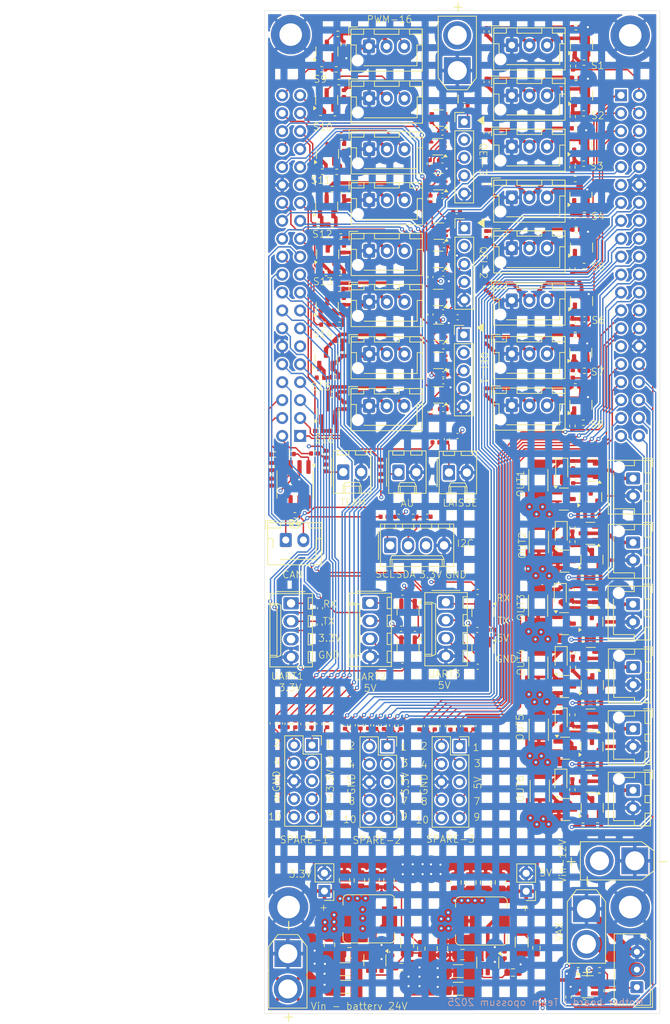
<source format=kicad_pcb>
(kicad_pcb (version 20240108) (generator "pcbnew") (generator_version "8.0")
  (layers (0 "F.Cu" signal) (1 "In1.Cu" signal) (2 "In2.Cu" signal) (31 "B.Cu" signal) (34 "B.Paste" user) (35 "F.Paste" user) (36 "B.SilkS" user "B.Silkscreen") (37 "F.SilkS" user "F.Silkscreen") (38 "B.Mask" user) (39 "F.Mask" user) (44 "Edge.Cuts" user))
  (net 0 "")
  (net 1 "24V")
  (net 2 "/CAN/CAN_L")
  (net 3 "/CAN/CAN_H")
  (net 4 "5V_POWER")
  (net 5 "Net-(J2-Pin_3)")
  (net 6 "Net-(J3-Pin_3)")
  (net 7 "Net-(J4-Pin_3)")
  (net 8 "Net-(J5-Pin_3)")
  (net 9 "Net-(J6-Pin_3)")
  (net 10 "Net-(J7-Pin_3)")
  (net 11 "Net-(J8-Pin_3)")
  (net 12 "Net-(J9-Pin_3)")
  (net 13 "Net-(U5-BOOT)")
  (net 14 "Net-(U5-SW)")
  (net 15 "3.3V")
  (net 16 "Net-(U5-FB)")
  (net 17 "Net-(U6-SW)")
  (net 18 "Net-(J25-Pin_1)")
  (net 19 "Net-(J26-Pin_1)")
  (net 20 "Net-(J27-Pin_1)")
  (net 21 "Net-(J28-Pin_1)")
  (net 22 "Net-(J29-Pin_1)")
  (net 23 "Net-(J30-Pin_1)")
  (net 24 "Net-(D3-A)")
  (net 25 "12V")
  (net 26 "Net-(D3-K)")
  (net 27 "Net-(Q2-G)")
  (net 28 "Net-(D4-A)")
  (net 29 "Net-(Q4-G)")
  (net 30 "Net-(D4-K)")
  (net 31 "Net-(Q7-G)")
  (net 32 "Net-(D5-A)")
  (net 33 "Net-(D5-K)")
  (net 34 "Net-(D6-A)")
  (net 35 "Net-(Q10-G)")
  (net 36 "Net-(D6-K)")
  (net 37 "Net-(D7-A)")
  (net 38 "Net-(Q13-G)")
  (net 39 "Net-(D7-K)")
  (net 40 "Net-(D8-A)")
  (net 41 "Net-(Q16-G)")
  (net 42 "Net-(D8-K)")
  (net 43 "QEI_2_A")
  (net 44 "QEI_3_A")
  (net 45 "DSO_2")
  (net 46 "DSO_1")
  (net 47 "DSO_3")
  (net 48 "DSO_4")
  (net 49 "DSO_5")
  (net 52 "Net-(U1-R)")
  (net 53 "Net-(U1-D)")
  (net 54 "Net-(U2-B)")
  (net 55 "Net-(U2-A)")
  (net 56 "AX_DIR")
  (net 57 "Net-(U6-BOOT)")
  (net 58 "5V")
  (net 59 "Net-(U6-FB)")
  (net 60 "Net-(J31-Pin_3)")
  (net 61 "Net-(J32-Pin_3)")
  (net 62 "Net-(J33-Pin_3)")
  (net 63 "Net-(J34-Pin_3)")
  (net 64 "Net-(J35-Pin_3)")
  (net 65 "Net-(J36-Pin_3)")
  (net 66 "Net-(J37-Pin_3)")
  (net 67 "Net-(J38-Pin_3)")
  (net 68 "SERVO13")
  (net 69 "SERVO12")
  (net 70 "SERVO16")
  (net 71 "SERVO2")
  (net 72 "SERVO14")
  (net 73 "SERVO10")
  (net 74 "SERVO8")
  (net 75 "SERVO15")
  (net 76 "SERVO4")
  (net 77 "SERVO6")
  (net 78 "SERVO9")
  (net 79 "SERVO11")
  (net 80 "Net-(Q19-G)")
  (net 81 "Net-(Q20-G)")
  (net 82 "Net-(Q21-G)")
  (net 83 "Net-(Q22-G)")
  (net 84 "Net-(Q23-G)")
  (net 85 "Net-(Q24-G)")
  (net 86 "Net-(Q25-G)")
  (net 87 "Net-(Q26-G)")
  (net 88 "Net-(Q27-G)")
  (net 89 "Net-(Q28-G)")
  (net 90 "Net-(Q29-G)")
  (net 91 "Net-(Q30-G)")
  (net 92 "Net-(Q31-G)")
  (net 93 "Net-(Q32-G)")
  (net 94 "Net-(Q33-G)")
  (net 95 "Net-(Q34-G)")
  (net 96 "SERVO3")
  (net 97 "SERVO1")
  (net 98 "SERVO7")
  (net 99 "SERVO5")
  (net 102 "AX_DATA")
  (net 103 "CAND")
  (net 104 "CANR")
  (net 105 "QEI_1_X")
  (net 106 "QEI_2_X")
  (net 107 "DSO_6")
  (net 108 "QEI_2_B")
  (net 109 "QEI_1_A")
  (net 110 "QEI_3_X")
  (net 111 "QEI_3_B")
  (net 112 "QEI_1_B")
  (net 113 "Net-(D1-K)")
  (net 114 "Net-(D2-K)")
  (net 115 "V_AX")
  (net 116 "Net-(J16-Pin_1)")
  (net 117 "Net-(J14-Pin_1)")
  (net 118 "Net-(J15-Pin_2)")
  (net 119 "Net-(J15-Pin_1)")
  (net 120 "Net-(J20-Pin_2)")
  (net 121 "Net-(J20-Pin_1)")
  (net 122 "Net-(J21-Pin_1)")
  (net 123 "Net-(J21-Pin_2)")
  (net 124 "Net-(J22-Pin_1)")
  (net 125 "Net-(J22-Pin_2)")
  (net 126 "RX-lidar_1")
  (net 127 "TX-lidar_1")
  (net 128 "RX-lidar_3")
  (net 129 "TX-lidar_3")
  (net 130 "RX-lidar_2")
  (net 131 "TX-lidar_2")
  (net 132 "Tirette")
  (net 133 "SCL")
  (net 134 "SDA")
  (net 135 "Net-(J23-Pin_1)")
  (net 136 "AU")
  (net 137 "spare1_1")
  (net 138 "spare1_3")
  (net 139 "spare1_5")
  (net 140 "spare1_7")
  (net 141 "spare1_8")
  (net 142 "spare1_4")
  (net 143 "spare1_6")
  (net 144 "spare1_2")
  (net 145 "Net-(SPARE_1-Pin_1)")
  (net 146 "Net-(SPARE_1-Pin_3)")
  (net 147 "Net-(SPARE_1-Pin_7)")
  (net 148 "Net-(SPARE_1-Pin_9)")
  (net 149 "Net-(SPARE_1-Pin_10)")
  (net 150 "Net-(SPARE_1-Pin_4)")
  (net 151 "Net-(SPARE_1-Pin_8)")
  (net 152 "Net-(SPARE_1-Pin_2)")
  (net 153 "spare2_1")
  (net 154 "Net-(SPARE_2-Pin_1)")
  (net 155 "spare2_3")
  (net 156 "Net-(SPARE_2-Pin_3)")
  (net 157 "spare2_5")
  (net 158 "Net-(SPARE_2-Pin_7)")
  (net 159 "spare2_7")
  (net 160 "Net-(SPARE_2-Pin_9)")
  (net 161 "spare2_2")
  (net 162 "Net-(SPARE_2-Pin_2)")
  (net 163 "Net-(SPARE_2-Pin_4)")
  (net 164 "spare2_4")
  (net 165 "spare2_6")
  (net 166 "Net-(SPARE_2-Pin_8)")
  (net 167 "spare2_8")
  (net 168 "Net-(SPARE_2-Pin_10)")
  (net 169 "Net-(SPARE_3-Pin_1)")
  (net 170 "spare3_1")
  (net 171 "Net-(SPARE_3-Pin_3)")
  (net 172 "spare3_3")
  (net 173 "Net-(SPARE_3-Pin_7)")
  (net 174 "spare3_5")
  (net 175 "Net-(SPARE_3-Pin_9)")
  (net 176 "spare3_7")
  (net 177 "spare3_2")
  (net 178 "Net-(SPARE_3-Pin_2)")
  (net 179 "Net-(SPARE_3-Pin_4)")
  (net 180 "spare3_4")
  (net 181 "spare3_6")
  (net 182 "Net-(SPARE_3-Pin_8)")
  (net 183 "Net-(SPARE_3-Pin_10)")
  (net 184 "spare3_8")
  (net 185 "Net-(J24-Pin_1)")
  (net 186 "TEAM")
  (net 187 "GND")
  (net 188 "Net-(R116-Pad2)")
  (net 189 "Net-(R125-Pad1)")
  (net 190 "Net-(J17-Pin_3)")
  (net 191 "Net-(J17-Pin_1)")
  (net 192 "Net-(J17-Pin_4)")
  (net 194 "Net-(J39-Pin_4)")
  (net 195 "Net-(J39-Pin_1)")
  (net 196 "Net-(J39-Pin_3)")
  (net 197 "Net-(J40-Pin_1)")
  (net 198 "Net-(J40-Pin_4)")
  (net 199 "Net-(J40-Pin_3)")
  (net 200 "Net-(U3-A)")
  (net 201 "Net-(U4-A)")
  (net 202 "Net-(U7-A)")
  (net 203 "Net-(U8-A)")
  (net 204 "Net-(U9-A)")
  (net 205 "Net-(U10-A)")
  (net 206 "Net-(U11-A)")
  (net 207 "Net-(U12-A)")
  (net 208 "Net-(U13-A)")
  (net 217 "Net-(Q2-D)")
  (net 218 "Net-(Q4-D)")
  (net 219 "Net-(Q7-D)")
  (net 220 "Net-(Q10-D)")
  (net 221 "Net-(Q13-D)")
  (net 222 "Net-(Q16-D)")
  (footprint "Resistor_SMD:R_0603_1608Metric" (layer "F.Cu") (at 85.195 186.27)
    (property "Reference" "R103" (hide yes))
    (property "Value" "13.3k")
  )
  (footprint "Resistor_SMD:R_0402_1005Metric" (layer "F.Cu") (at 51.44 112.88)
    (property "Reference" "R2" (hide yes))
    (property "Value" "100R")
  )
  (footprint "Capacitor_SMD:C_0402_1005Metric" (layer "F.Cu") (at 61.24 83.79 -90)
    (property "Reference" "C38" (hide yes))
    (property "Value" "1uF 25V")
  )
  (footprint "Package_TO_SOT_SMD:SOT-23" (layer "F.Cu") (at 80.938953 135.2025 -90)
    (property "Reference" "Q37" (hide yes))
    (property "Value" "2N7002")
  )
  (footprint "Resistor_SMD:R_0402_1005Metric" (layer "F.Cu") (at 93.7 114.315 -90)
    (property "Reference" "R47" (hide yes))
    (property "Value" "20k")
  )
  (footprint "Capacitor_SMD:C_0402_1005Metric" (layer "F.Cu") (at 75.185 71.23)
    (property "Reference" "R27" (hide yes))
    (property "Value" "1k")
  )
  (footprint "7Robot_lib:Prod_Tech_7.1x6.6mm" (layer "F.Cu") (at 80.72 178.97 180)
    (property "Reference" "L2" (hide yes))
    (property "Value" "PSPMAQ0605H-150M-ANP" (hide yes))
  )
  (footprint "Resistor_SMD:R_0402_1005Metric" (layer "F.Cu") (at 60.79 81.99 180)
    (property "Reference" "R92" (hide yes))
    (property "Value" "10k")
  )
  (footprint "Resistor_SMD:R_0402_1005Metric" (layer "F.Cu") (at 94.0225 103.22625)
    (property "Reference" "R77" (hide yes))
    (property "Value" "10k")
  )
  (footprint "Capacitor_SMD:C_0402_1005Metric" (layer "F.Cu") (at 71.29 137.57 180)
    (property "Reference" "R113" (hide yes))
    (property "Value" "10k")
  )
  (footprint "Package_TO_SOT_SMD:SOT-353_SC-70-5" (layer "F.Cu") (at 74.535 69.28 180)
    (property "Reference" "U11" (hide yes))
    (property "Value" "SN74LV1T34DCK")
  )
  (footprint "Resistor_SMD:R_0402_1005Metric" (layer "F.Cu") (at 93.0625 189.75 90)
    (property "Reference" "R35" (hide yes))
    (property "Value" "100R")
  )
  (footprint "Capacitor_SMD:C_0402_1005Metric" (layer "F.Cu") (at 57.08 112.74)
    (property "Reference" "R150" (hide yes))
    (property "Value" "100R")
  )
  (footprint "Resistor_SMD:R_0402_1005Metric" (layer "F.Cu") (at 93.66 65.01125 -90)
    (property "Reference" "R7" (hide yes))
    (property "Value" "100R")
  )
  (footprint "7Robot_Conn:Molex_SPOX_5267-03A_1x03_P2.50mm_Vertical" (layer "F.Cu") (at 102.75 185.85 90)
    (property "Reference" "J16" (hide yes))
    (property "Value" "Conn_01x03_Pin" (hide yes))
  )
  (footprint "Capacitor_SMD:C_0402_1005Metric" (layer "F.Cu") (at 73.5 93.06 90)
    (property "Reference" "C25" (hide yes))
    (property "Value" "100nF")
  )
  (footprint "Connector_JST:JST_XH_B2B-XH-AM_1x02_P2.50mm_Vertical" (layer "F.Cu") (at 102.2 160.45 -90)
    (property "Reference" "J30" (hide yes))
    (property "Value" "Conn_01x02_Pin" (hide yes))
  )
  (footprint "Package_TO_SOT_SMD:SOT-23" (layer "F.Cu") (at 96.15 132.8425 180)
    (property "Reference" "Q9" (hide yes))
    (property "Value" "AO3401A" (hide yes))
  )
  (footprint "Capacitor_SMD:C_0402_1005Metric" (layer "F.Cu") (at 75.23 151.36 90)
    (property "Reference" "R146" (hide yes))
    (property "Value" "100R")
  )
  (footprint "Capacitor_SMD:C_0402_1005Metric" (layer "F.Cu") (at 66.48 116.14 90)
    (property "Reference" "R124" (hide yes))
    (property "Value" "1k")
  )
  (footprint "Package_TO_SOT_SMD:SOT-23" (layer "F.Cu") (at 92.41 119.2)
    (property "Reference" "Q1" (hide yes))
    (property "Value" "MMBT3906" (hide yes))
  )
  (footprint "Capacitor_SMD:C_1206_3216Metric" (layer "F.Cu") (at 61.4 185.8 180)
    (property "Reference" "C4" (hide yes))
    (property "Value" "10µF 50V")
  )
  (footprint "Connector_JST:JST_XH_B2B-XH-AM_1x02_P2.50mm_Vertical" (layer "F.Cu") (at 102.2 151.75 -90)
    (property "Reference" "J29" (hide yes))
    (property "Value" "Conn_01x02_Pin" (hide yes))
  )
  (footprint "Connector_JST:JST_XH_B3B-XH-AM_1x03_P2.50mm_Vertical" (layer "F.Cu") (at 85.015 83.65125)
    (property "Reference" "J37" (hide yes))
    (property "Value" "Conn_01x03_Pin" (hide yes))
  )
  (footprint "Capacitor_SMD:C_0805_2012Metric" (layer "F.Cu") (at 62.025 183.4625 180)
    (property "Reference" "C5" (hide yes))
    (property "Value" "0.1µF 50V" (hide yes))
  )
  (footprint "Resistor_SMD:R_0402_1005Metric" (layer "F.Cu") (at 98.4625 188.85 90)
    (property "Reference" "R36" (hide yes))
    (property "Value" "100R")
  )
  (footprint "Resistor_SMD:R_0402_1005Metric" (layer "F.Cu") (at 93.6 160.37 -90)
    (property "Reference" "R26" (hide yes))
    (property "Value" "1k")
  )
  (footprint "Resistor_SMD:R_0402_1005Metric" (layer "F.Cu") (at 93.61 72.17625 -90)
    (property "Reference" "R13" (hide yes))
    (property "Value" "100R")
  )
  (footprint "Capacitor_SMD:C_0805_2012Metric" (layer "F.Cu") (at 59.2 182.3625 -90)
    (property "Reference" "C8" (hide yes))
    (property "Value" "47µF 6.3V" (hide yes))
  )
  (footprint "Package_TO_SOT_SMD:SOT-353_SC-70-5" (layer "F.Cu") (at 74.6 85.24 180)
    (property "Reference" "U8" (hide yes))
    (property "Value" "SN74LV1T34DCK")
  )
  (footprint "Capacitor_SMD:C_0402_1005Metric" (layer "F.Cu") (at 74.11 151.34 90)
    (property "Reference" "R147" (hide yes))
    (property "Value" "100R")
  )
  (footprint "Capacitor_SMD:C_0402_1005Metric" (layer "F.Cu") (at 57.8 136.98 -90)
    (property "Reference" "R38" (hide yes))
    (property "Value" "100R")
  )
  (footprint "Resistor_SMD:R_0402_1005Metric" (layer "F.Cu") (at 93.67 140.98 -90)
    (property "Reference" "R56" (hide yes))
    (property "Value" "20k")
  )
  (footprint "Package_TO_SOT_SMD:SOT-23" (layer "F.Cu") (at 96.1625 124.05 180)
    (property "Reference" "Q6" (hide yes))
    (property "Value" "AO3401A" (hide yes))
  )
  (footprint "Resistor_SMD:R_0402_1005Metric" (layer "F.Cu") (at 93.615 86.58375 -90)
    (property "Reference" "R96" (hide yes))
    (property "Value" "100R")
  )
  (footprint "Package_TO_SOT_SMD:SOT-353_SC-70-5" (layer "F.Cu") (at 74.64 99.5575 180)
    (property "Reference" "U4" (hide yes))
    (property "Value" "SN74LV1T34DCK")
  )
  (footprint "Capacitor_SMD:C_1206_3216Metric" (layer "F.Cu") (at 86.42 181.97 -90)
    (property "Reference" "C16" (hide yes))
    (property "Value" "150pF 50V")
  )
  (footprint "Package_TO_SOT_SMD:SOT-23-6" (layer "F.Cu") (at 95.7625 188.2825)
    (property "Reference" "U2" (hide yes))
    (property "Value" "SN74LVC1T45DBV" (hide yes))
  )
  (footprint "Package_TO_SOT_SMD:SOT-23" (layer "F.Cu") (at 96.3675 136.56 90)
    (property "Reference" "Q7" (hide yes))
    (property "Value" "2N7002" (hide yes))
  )
  (footprint "Resistor_SMD:R_0402_1005Metric" (layer "F.Cu") (at 57.6425 109.5475 180)
    (property "Reference" "R19" (hide yes))
    (property "Value" "100R")
  )
  (footprint "Resistor_SMD:R_0402_1005Metric" (layer "F.Cu") (at 93.61 108.85125 -90)
    (property "Reference" "R75" (hide yes))
    (property "Value" "100R")
  )
  (footprint "Resistor_SMD:R_2010_5025Metric" (layer "F.Cu") (at 88.78 143.09 90)
    (property "Reference" "R57" (hide yes))
    (property "Value" "0.6R" (hide yes))
  )
  (footprint "Resistor_SMD:R_0402_1005Metric" (layer "F.Cu") (at 94.01 95.92625)
    (property "Reference" "R74" (hide yes))
    (property "Value" "10k")
  )
  (footprint "Resistor_SMD:R_0402_1005Metric" (layer "F.Cu") (at 97.16 139.1)
    (property "Reference" "R51" (hide yes))
    (property "Value" "10k")
  )
  (footprint "Capacitor_SMD:C_0402_1005Metric" (layer "F.Cu") (at 75.32 101.535)
    (property "Reference" "R8" (hide yes))
    (property "Value" "1k")
  )
  (footprint "Package_TO_SOT_SMD:SOT-23" (layer "F.Cu") (at 58.8 62.66 90)
    (property "Reference" "Q26" (hide yes))
    (property "Value" "2N7002" (hide yes))
  )
  (footprint "Connector_PinSocket_2.54mm:PinSocket_2x05_P2.54mm_Vertical" (layer "F.Cu") (at 77.61 154.19)
    (property "Reference" "SPARE_3" (hide yes))
    (property "Value" "Conn_02x05_Odd_Even")
  )
  (footprint "Connector_JST:JST_XH_B2B-XH-AM_1x02_P2.50mm_Vertical" (layer "F.Cu") (at 102.225 143 -90)
    (property "Reference" "J28" (hide yes))
    (property "Value" "Conn_01x02_Pin" (hide yes))
  )
  (footprint "Connector_Molex:Molex_KK-254_AE-6410-04A_1x04_P2.54mm_Vertical" (layer "F.Cu") (at 75.688953 133.82 -90)
    (property "Reference" "J21" (hide yes))
    (property "Value" "Conn_01x04")
  )
  (footprint "Resistor_SMD:R_0402_1005Metric" (layer "F.Cu") (at 93.61 125.24 -90)
    (property "Reference" "R12" (hide yes))
    (property "Value" "1k")
  )
  (footprint "Resistor_SMD:R_0402_1005Metric" (layer "F.Cu") (at 94.91 121.51 180)
    (property "Reference" "R46" (hide yes))
    (property "Value" "100R")
  )
  (footprint "Capacitor_SMD:C_0402_1005Metric" (layer "F.Cu") (at 61.41 151.25 90)
    (property "Reference" "R141" (hide yes))
    (property "Value" "100R")
  )
  (footprint "Resistor_SMD:R_0603_1608Metric" (layer "F.Cu") (at 88.52 182.77 -90)
    (property "Reference" "R104" (hide yes))
    (property "Value" "100k" (hide yes))
  )
  (footprint "Package_TO_SOT_SMD:SOT-23" (layer "F.Cu") (at 96.38 127.78 90)
    (property "Reference" "Q4" (hide yes))
    (property "Value" "2N7002" (hide yes))
  )
  (footprint "Capacitor_SMD:C_0402_1005Metric" (layer "F.Cu") (at 75.83 110.71 -90)
    (property "Reference" "R152" (hide yes))
    (property "Value" "2k")
  )
  (footprint "Capacitor_SMD:C_0402_1005Metric" (layer "F.Cu") (at 83.995 183.77 90)
    (property "Reference" "C15" (hide yes))
    (property "Value" "100nF 50V")
  )
  (footprint "Connector_JST:JST_XH_B2B-XH-AM_1x02_P2.50mm_Vertical" (layer "F.Cu") (at 102.18 134.1 -90)
    (property "Reference" "J27" (hide yes))
    (property "Value" "Conn_01x02_Pin" (hide yes))
  )
  (footprint "Resistor_SMD:R_0402_1005Metric" (layer "F.Cu") (at 94.06 66.67625)
    (property "Reference" "R68" (hide yes))
    (property "Value" "10k")
  )
  (footprint "LED_SMD:LED_0402_1005Metric" (layer "F.Cu") (at 97.4625 190.4825)
    (property "Reference" "D2" (hide yes))
    (property "Value" "LED")
  )
  (footprint "Package_TO_SOT_SMD:SOT-23" (layer "F.Cu") (at 96.4175 162.94 90)
    (property "Reference" "Q16" (hide yes))
    (property "Value" "2N7002" (hide yes))
  )
  (footprint "Connector_PinSocket_2.54mm:PinSocket_2x05_P2.54mm_Vertical" (layer "F.Cu") (at 56.72 154.06)
    (property "Reference" "SPARE_1" (hide yes))
    (property "Value" "Conn_02x05_Odd_Even")
  )
  (footprint "Package_TO_SOT_SMD:SOT-353_SC-70-5" (layer "F.Cu") (at 74.63 95.575 180)
    (property "Reference" "U3" (hide yes))
    (property "Value" "SN74LV1T34DCK")
  )
  (footprint "Capacitor_SMD:C_0402_1005Metric" (layer "F.Cu") (at 53.26 151.03 90)
    (property "Reference" "R131" (hide yes))
    (property "Value" "100R")
  )
  (footprint "MountingHole:MountingHole_3.2mm_M3_DIN965_Pad_TopBottom" (layer "F.Cu") (at 101.8 177)
    (property "Reference" "H3" (hide yes))
    (property "Value" "MountingHole_Pad" (hide yes))
  )
  (footprint "Capacitor_SMD:C_0805_2012Metric" (layer "F.Cu") (at 61.325 173.2125 90)
    (property "Reference" "C10" (hide yes))
    (property "Value" "47µF 6.3V" (hide yes))
  )
  (footprint "Capacitor_SMD:C_0402_1005Metric" (layer "F.Cu") (at 73.385 71.68 90)
    (property "Reference" "C27" (hide yes))
    (property "Value" "100nF")
  )
  (footprint "Capacitor_SMD:C_0402_1005Metric" (layer "F.Cu") (at 77.41 151.36 -90)
    (property "Reference" "R142" (hide yes))
    (property "Value" "100R")
  )
  (footprint "Resistor_SMD:R_0402_1005Metric" (layer "F.Cu") (at 93.6 149.76 -90)
    (property "Reference" "R60" (hide yes))
    (property "Value" "20k")
  )
  (footprint "Capacitor_SMD:C_0402_1005Metric" (layer "F.Cu") (at 57.86 134.66 -90)
    (property "Reference" "R39" (hide yes))
    (property "Value" "100R")
  )
  (footprint "Connector_PinHeader_2.54mm:PinHeader_1x02_P2.54mm_Vertical" (layer "F.Cu") (at 58.48 174.725 180)
    (property "Reference" "J18" (hide yes))
    (property "Value" "Conn_01x02")
  )
  (footprint "Capacitor_SMD:C_0402_1005Metric" (layer "F.Cu") (at 94.1225 88.55125)
    (property "Reference" "R101" (hide yes))
    (property "Value" "10k")
  )
  (footprint "Connector_JST:JST_XH_B2B-XH-AM_1x02_P2.50mm_Vertical" (layer "F.Cu") (at 102.2 125.35 -90)
    (property "Reference" "J25" (hide yes))
    (property "Value" "Conn_01x02_Pin" (hide yes))
  )
  (footprint "Connector_PinSocket_2.54mm:PinSocket_2x05_P2.54mm_Vertical" (layer "F.Cu") (at 67.39 154.21)
    (property "Reference" "SPARE_2" (hide yes))
    (property "Value" "Conn_02x05_Odd_Even")
  )
  (footprint "Resistor_SMD:R_0402_1005Metric" (layer "F.Cu") (at 97.18 165.42)
    (property "Reference" "R63" (hide yes))
    (property "Value" "10k")
  )
  (footprint "Capacitor_SMD:C_0402_1005Metric" (layer "F.Cu") (at 66.46 114.11 -90)
    (property "Reference" "R123" (hide yes))
    (property "Value" "100R")
  )
  (footprint "Connector_JST:JST_XH_B3B-XH-AM_1x03_P2.50mm_Vertical" (layer "F.Cu") (at 85.02 54.9)
    (property "Reference" "J2" (hide yes))
    (property "Value" "Conn_01x03_Pin" (hide yes))
  )
  (footprint "MountingHole:MountingHole_3.2mm_M3_DIN965_Pad_TopBottom" (layer "F.Cu") (at 53.7 53.4)
    (property "Reference" "H2" (hide yes))
    (property "Value" "MountingHole_Pad" (hide yes))
  )
  (footprint "Capacitor_SMD:C_0402_1005Metric" (layer "F.Cu") (at 73.05 121.71)
    (property "Reference" "R122" (hide yes))
    (property "Value" "100R")
  )
  (footprint "Diode_SMD:D_SOD-323" (layer "F.Cu") (at 91.98 159.07 -90)
    (property "Reference" "D6" (hide yes))
    (property "Value" "BZT52C11S")
  )
  (footprint "Capacitor_SMD:C_0402_1005Metric" (layer "F.Cu") (at 56.65 151.07 -90)
    (property "Reference" "R126" (hide yes))
    (property "Value" "100R")
  )
  (footprint "Connector_JST:JST_XH_B3B-XH-AM_1x03_P2.50mm_Vertical" (layer "F.Cu") (at 64.825 76.825)
    (property "Reference" "J34" (hide yes))
    (property "Value" "Conn_01x03_Pin" (hide yes))
  )
  (footprint "Capacitor_SMD:C_0402_1005Metric" (layer "F.Cu") (at 77.35 93.44)
    (property "Reference" "R5" (hide yes))
    (property "Value" "1k")
  )
  (footprint "Resistor_SMD:R_0402_1005Metric" (layer "F.Cu") (at 95.31 78.93625)
    (property "Reference" "R70" (hide yes))
    (property "Value" "10k")
  )
  (footprint "Resistor_SMD:R_0402_1005Metric" (layer "F.Cu") (at 95.08 148.08 180)
    (property "Reference" "R54" (hide yes))
    (property "Value" "100R")
  )
  (footprint "Connector_JST:JST_XH_B3B-XH-AM_1x03_P2.50mm_Vertical" (layer "F.Cu") (at 64.825 84.025)
    (property "Reference" "J35" (hide yes))
    (property "Value" "Conn_01x03_Pin" (hide yes))
  )
  (footprint "Capacitor_SMD:C_0402_1005Metric" (layer "F.Cu") (at 71.05 121.71)
    (property "Reference" "R119" (hide yes))
    (property "Value" "100k")
  )
  (footprint "Resistor_SMD:R_0402_1005Metric" (layer "F.Cu") (at 58.53 94.49 180)
    (property "Reference" "R93" (hide yes))
    (property "Value" "100R")
  )
  (footprint "Capacitor_SMD:C_0805_2012Metric" (layer "F.Cu") (at 65.525 173.2125 90)
    (property "Reference" "C11" (hide yes))
    (property "Value" "47µF 6.3V" (hide yes))
  )
  (footprint "Connector_JST:JST_XH_B2B-XH-AM_1x02_P2.50mm_Vertical" (layer "F.Cu") (at 53 125)
    (property "Reference" "J1" (hide yes))
    (property "Value" "Conn_01x02_Pin" (hide yes))
  )
  (footprint "Capacitor_SMD:C_1206_3216Metric" (layer "F.Cu") (at 61.5 188.3 180)
    (property "Reference" "C13" (hide yes))
    (property "Value" "10µF 50V")
  )
  (footprint "Resistor_SMD:R_0402_1005Metric" (layer "F.Cu") (at 60.51 60.13 180)
    (property "Reference" "R83" (hide yes))
    (property "Value" "10k")
  )
  (footprint "Connector_Molex:Molex_KK-254_AE-6410-04A_1x04_P2.54mm_Vertical" (layer "F.Cu") (at 67.8 125.76)
    (property "Reference" "J20" (hide yes))
    (property "Value" "Conn_01x04")
  )
  (footprint "Capacitor_SMD:C_0402_1005Metric" (layer "F.Cu") (at 63.59 151.22 90)
    (property "Reference" "R139" (hide yes))
    (property "Value" "100R")
  )
  (footprint "Connector_Molex:Molex_KK-254_AE-6410-02A_1x02_P2.54mm_Vertical" (layer "F.Cu") (at 76.12 115.45)
    (property "Reference" "J14" (hide yes))
    (property "Value" "Conn_01x02")
  )
  (footprint "Resistor_SMD:R_0402_1005Metric" (layer "F.Cu") (at 95.25 57.36)
    (property "Reference" "R67" (hide yes))
    (property "Value" "10k")
  )
  (footprint "Connector_JST:JST_XH_B3B-XH-AM_1x03_P2.50mm_Vertical" (layer "F.Cu") (at 64.785 55.0625)
    (property "Reference" "J31" (hide yes))
    (property "Value" "Conn_01x03_Pin" (hide yes))
  )
  (footprint "Capacitor_SMD:C_1206_3216Metric" (layer "F.Cu") (at 77.42 186.07 180)
    (property "Reference" "C3" (hide yes))
    (property "Value" "10µF 50V")
  )
  (footprint "MountingHole:MountingHole_3.2mm_M3_DIN965_Pad_TopBottom" (layer "F.Cu") (at 101.8 53.5)
    (property "Reference" "H1" (hide yes))
    (property "Value" "MountingHole_Pad" (hide yes))
  )
  (footprint "Connector_JST:JST_XH_B3B-XH-AM_1x03_P2.50mm_Vertical" (layer "F.Cu") (at 85.015 76.46125)
    (property "Reference" "J5" (hide yes))
    (property "Value" "Conn_01x03_Pin" (hide yes))
  )
  (footprint "Resistor_SMD:R_0402_1005Metric" (layer "F.Cu") (at 58.1 58.31 180)
    (property "Reference" "R78" (hide yes))
    (property "Value" "100R")
  )
  (footprint "Capacitor_SMD:C_0402_1005Metric" (layer "F.Cu") (at 78.28 63.38)
    (property "Reference" "R40" (hide yes))
    (property "Value" "1k")
  )
  (footprint "Resistor_SMD:R_2010_5025Metric" (layer "F.Cu") (at 88.78 116.53 90)
    (property "Reference" "R49" (hide yes))
    (property "Value" "0.6R" (hide yes))
  )
  (footprint "Capacitor_SMD:C_0402_1005Metric" (layer "F.Cu") (at 58.86 151.04 -90)
    (property "Reference" "R129" (hide yes))
    (property "Value" "100R")
  )
  (footprint "Capacitor_SMD:C_0402_1005Metric" (layer "F.Cu") (at 75.205 76.23)
    (property "Reference" "R28" (hide yes))
    (property "Value" "1k")
  )
  (footprint "Resistor_SMD:R_0603_1608Metric" (layer "F.Cu") (at 72.2 182.875 -90)
    (property "Reference" "R31" (hide yes))
    (property "Value" "82k" (hide yes))
  )
  (footprint "Resistor_SMD:R_0402_1005Metric" (layer "F.Cu") (at 95.295 190.4825 180)
    (property "Reference" "R33" (hide yes))
    (property "Value" "1k")
  )
  (footprint "Resistor_SMD:R_0402_1005Metric" (layer "F.Cu") (at 95.12 165.46 180)
    (property "Reference" "R62" (hide yes))
    (property "Value" "100R")
  )
  (footprint "Capacitor_SMD:C_0402_1005Metric" (layer "F.Cu") (at 61.18 54.88 -90)
    (property "Reference" "C45" (hide yes))
    (property "Value" "1uF 25V")
  )
  (footprint "Capacitor_SMD:C_0402_1005Metric" (layer "F.Cu") (at 75.34 97.565 180)
    (property "Reference" "C2" (hide yes))
    (property "Value" "100nF")
  )
  (footprint "Resistor_SMD:R_0402_1005Metric" (layer "F.Cu") (at 59.585 75.27375 180)
    (property "Reference" "R89" (hide yes))
    (property "Value" "10k")
  )
  (footprint "Capacitor_SMD:C_0805_2012Metric" (layer "F.Cu") (at 83.42 173.51 90)
    (property "Reference" "C17" (hide yes))
    (property "Value" "22µF 25V" (hide yes))
  )
  (footprint "Resistor_SMD:R_2010_5025Metric" (layer "F.Cu") (at 88.99 160.55 90)
    (property "Reference" "R65" (hide yes))
    (property "Value" "0.6R" (hide yes))
  )
  (footprint "Connector_PinHeader_2.54mm:PinHeader_1x05_P2.54mm_Vertical" (layer "F.Cu") (at 78.22 95.92)
    (property "Reference" "J17" (hide yes))
    (property "Value" "Conn_01x05_Pin" (hide yes))
  )
  (footprint "Capacitor_SMD:C_0402_1005Metric" (layer "F.Cu") (at 71.94 151.33 90)
    (property "Reference" "R149" (hide yes))
    (property "Value" "100R")
  )
  (footprint "Capacitor_SMD:C_0402_1005Metric" (layer "F.Cu") (at 82.138953 137.74 180)
    (property "Reference" "R109" (hide yes))
    (property "Value" "10k")
  )
  (footprint "Connector_PinHeader_2.54mm:PinHeader_1x02_P2.54mm_Vertical" (layer "F.Cu") (at 87.06 174.75 180)
    (property "Reference" "J19" (hide yes))
    (property "Value" "Conn_01x02")
  )
  (footprint "Package_TO_SOT_SMD:SOT-23" (layer "F.Cu") (at 58.83 55.79 90)
    (property "Reference" "Q25" (hide yes))
    (property "Value" "2N7002" (hide yes))
  )
  (footprint "Resistor_SMD:R_0402_1005Metric" (layer "F.Cu") (at 97.19 148.07)
    (property "Reference" "R55" (hide yes))
    (property "Value" "10k")
  )
  (footprint "Capacitor_SMD:C_0805_2012Metric" (layer "F.Cu") (at 63.425 173.2125 90)
    (property "Reference" "C9" (hide yes))
    (property "Value" "47µF 6.3V" (hide yes))
  )
  (footprint "Capacitor_SMD:C_0402_1005Metric" (layer "F.Cu") (at 74.27 111.16)
    (property "Reference" "R120" (hide yes))
    (property "Value" "100R")
  )
  (footprint "Capacitor_SMD:C_0402_1005Metric" (layer "F.Cu") (at 66.93 121.71 180)
    (property "Reference" "R121" (hide yes))
    (property "Value" "100R")
  )
  (footprint "Resistor_SMD:R_0402_1005Metric" (layer "F.Cu") (at 60.62 94.5)
    (property "Reference" "R94" (hide yes))
    (property "Value" "10k")
  )
  (footprint "Capacitor_SMD:C_0402_1005Metric" (layer "F.Cu") (at 61.09 98.44 -90)
    (property "Reference" "C40" (hide yes))
    (property "Value" "1uF 25V")
  )
  (footprint "Resistor_SMD:R_0402_1005Metric" (layer "F.Cu") (at 94.015 73.86125)
    (property "Reference" "R71" (hide yes))
    (property "Value" "10k")
  )
  (footprint "Capacitor_SMD:C_0402_1005Metric" (layer "F.Cu") (at 57.76 151.05 -90)
    (property "Reference" "R128" (hide yes))
    (property "Value" "100R")
  )
  (footprint "Connector_Molex:Molex_KK-254_AE-6410-04A_1x04_P2.54mm_Vertical" (layer "F.Cu") (at 64.94 133.92 -90)
    (property "Reference" "J22" (hide yes))
    (property "Value" "Conn_01x04")
  )
  (footprint "Capacitor_SMD:C_0402_1005Metric" (layer "F.Cu") (at 54.36 151.05 90)
    (property "Reference" "R133" (hide yes))
    (property "Value" "100R")
  )
  (footprint "Package_TO_SOT_SMD:SOT-23" (layer "F.Cu") (at 94.915 83.55125 90)
    (property "Reference" "Q31" (hide yes))
    (property "Value" "2N7002" (hide yes))
  )
  (footprint "Package_TO_SOT_SMD:SOT-353_SC-70-5" (layer "F.Cu") (at 74.635 74.23 180)
    (property "Reference" "U12" (hide yes))
    (property "Value" "SN74LV1T34DCK")
  )
  (footprint "Connector_PinHeader_2.54mm:PinHeader_1x05_P2.54mm_Vertical" (layer "F.Cu") (at 78.285 65.755)
    (property "Reference" "J40" (hide yes))
    (property "Value" "Conn_01x05_Pin")
  )
  (footprint "Resistor_SMD:R_2010_5025Metric" (layer "F.Cu") (at 88.86 125.27 90)
    (property "Reference" "R45" (hide yes))
    (property "Value" "0.6R" (hide yes))
  )
  (footprint "Package_TO_SOT_SMD:SOT-23" (layer "F.Cu") (at 58.92 70.31 90)
    (property "Reference" "Q27" (hide yes))
    (property "Value" "2N7002" (hide yes))
  )
  (footprint "Resistor_SMD:R_0402_1005Metric" (layer "F.Cu") (at 95.14 139.12 180)
    (property "Reference" "R50" (hide yes))
    (property "Value" "100R")
  )
  (footprint "Resistor_SMD:R_0402_1005Metric" (layer "F.Cu") (at 57.92 65.24 180)
    (property "Reference" "R81" (hide yes))
    (property "Value" "100R")
  )
  (footprint "Capacitor_SMD:C_0402_1005Metric" (layer "F.Cu") (at 75.3 87.24)
    (property "Reference" "R16" (hide yes))
    (property "Value" "1k")
  )
  (footprint "Package_TO_SOT_SMD:SOT-23" (layer "F.Cu") (at 96.19 159.1725 180)
    (property "Reference" "Q18" (hide yes))
    (property "Value" "AO3401A" (hide yes))
  )
  (footprint "Package_TO_SOT_SMD:SOT-23" (layer "F.Cu") (at 96.1625 150.5 180)
    (property "Reference" "Q15" (hide yes))
    (property "Value" "AO3401A" (hide yes))
  )
  (footprint "Package_TO_SOT_SMD:SOT-353_SC-70-5" (layer "F.Cu") (at 74.7 81.24 180)
    (property "Reference" "U10" (hide yes))
    (property "Value" "SN74LV1T34DCK")
  )
  (footprint "Connector_JST:JST_XH_B3B-XH-AM_1x03_P2.50mm_Vertical" (layer "F.Cu") (at 64.825 69.625)
    (property "Reference" "J33" (hide yes))
    (property "Value" "Conn_01x03_Pin" (hide yes))
  )
  (footprint "Capacitor_SMD:C_0402_1005Metric" (layer "F.Cu") (at 64.68 151.23 90)
    (property "Reference" "R138" (hide yes))
    (property "Value" "100R")
  )
  (footprint "Package_TO_SOT_SMD:SOT-353_SC-70-5" (layer "F.Cu") (at 74.635 65.23 180)
    (property "Reference" "U13" (hide yes))
    (property "Value" "SN74LV1T34DCK")
  )
  (footprint "Resistor_SMD:R_0402_1005Metric" (layer "F.Cu") (at 97.15 156.77)
    (property "Reference" "R59" (hide yes))
    (property "Value" "10k")
  )
  (footprint "Connector_JST:JST_XH_B3B-XH-AM_1x03_P2.50mm_Vertical" (layer "F.Cu") (at 85.015 105.92625)
    (property "Reference" "J7" (hide yes))
    (property "Value" "Conn_01x03_Pin" (hide yes))
  )
  (footprint "Capacitor_SMD:C_0402_1005Metric" (layer "F.Cu") (at 75.32 102.52 180)
    (property "Reference" "C1" (hide yes))
    (property "Value" "100nF")
  )
  (footprint "Resistor_SMD:R_0402_1005Metric" (layer "F.Cu") (at 93.615 79.36125 -90)
    (property "Reference" "R69" (hide yes))
    (property "Value" "100R")
  )
  (footprint "Capacitor_SMD:C_0402_1005Metric" (layer "F.Cu") (at 77.2 78.44)
    (property "Reference" "R21" (hide yes))
    (property "Value" "1k")
  )
  (footprint "Connector_JST:JST_XH_B3B-XH-AM_1x03_P2.50mm_Vertical" (layer "F.Cu") (at 64.825 91.25)
    (property "Reference" "J36" (hide yes))
    (property "Value" "Conn_01x03_Pin" (hide yes))
  )
  (footprint "Connector_AMASS:AMASS_XT30U-F_1x02_P5.0mm_Vertical" (layer "F.Cu") (at 53.3 183.6 -90)
    (property "Reference" "J10" (hide yes))
    (property "Value" "Conn_01x02_Pin" (hide yes))
  )
  (footprint "Capacitor_SMD:C_0402_1005Metric" (layer "F.Cu") (at 73.5 87.74 90)
    (property "Reference" "C24" (hide yes))
    (property "Value" "100nF")
  )
  (footprint "Connector_JST:JST_XH_B3B-XH-AM_1x03_P2.50mm_Vertical" (layer "F.Cu") (at 64.8 106)
    (property "Reference" "J9" (hide yes))
    (property "Value" "Conn_01x03_Pin" (hide yes))
  )
  (footprint "Resistor_SMD:R_0402_1005Metric" (layer "F.Cu") (at 60.22 72.84)
    (property "Reference" "R85" (hide yes))
    (property "Value" "10k")
  )
  (footprint "Capacitor_SMD:C_0402_1005Metric" (layer "F.Cu") (at 77.34 110.25 180)
    (property "Reference" "R116" (hide yes))
    (property "Value" "1k")
  )
  (footprint "Capacitor_SMD:C_0402_1005Metric" (layer "F.Cu") (at 81.46 60.11 -90)
    (property "Reference" "C31" (hide yes))
    (property "Value" "1uF 25V")
  )
  (footprint "Package_TO_SOT_SMD:SOT-23" (layer "F.Cu") (at 94.815 105.85125 90)
    (property "Reference" "Q24" (hide yes))
    (property "Value" "2N7002" (hide yes))
  )
  (footprint "Connector_PinHeader_2.54mm:PinHeader_1x05_P2.54mm_Vertical" (layer "F.Cu") (at 78.3 80.82)
    (property "Reference" "J39" (hide yes))
    (property "Value" "Conn_01x05_Pin")
  )
  (footprint "Resistor_SMD:R_0402_1005Metric" (layer "F.Cu") (at 95.09 156.79 180)
    (property "Reference" "R58" (hide yes))
    (property "Value" "100R")
  )
  (footprint "Package_TO_SOT_SMD:SOT-353_SC-70-5" (layer "F.Cu") (at 74.6 90.64 180)
    (property "Reference" "U9" (hide yes))
    (property "Value" "SN74LV1T34DCK")
  )
  (footprint "Capacitor_SMD:C_0402_1005Metric" (layer "F.Cu") (at 93.61 158.39 -90)
    (property "Reference" "R64" (hide yes))
    (property "Value" "20k")
  )
  (footprint "Package_TO_SOT_SMD:SOT-23" (layer "F.Cu") (at 96.38 154.25 90)
    (property "Reference" "Q13" (hide yes))
    (property "Value" "2N7002" (hide yes))
  )
  (footprint "Capacitor_SMD:C_0402_1005Metric" (layer "F.Cu") (at 58.72 114.78 -90)
    (property "Reference" "R125" (hide yes))
    (property "Value" "2k")
  )
  (footprint "Resistor_SMD:R_0402_1005Metric" (layer "F.Cu") (at 59.7325 109.5475)
    (property "Reference" "R24" (hide yes))
    (property "Value" "10k")
  )
  (footprint "Package_TO_SOT_SMD:SOT-23" (layer "F.Cu") (at 94.815 69.18875 90)
    (property "Reference" "Q21" (hide yes))
    (property "Value" "2N7002" (hide yes))
  )
  (footprint "Capacitor_SMD:C_0402_1005Metric" (layer "F.Cu") (at 61.25 75.8 -90)
    (property "Reference" "C42" (hide yes))
    (property "Value" "1uF 25V")
  )
  (footprint "Resistor_SMD:R_0402_1005Metric" (layer "F.Cu") (at 93.7 57.86 -90)
    (property "Reference" "R66" (hide yes))
    (property "Value" "100R")
  )
  (footprint "Capacitor_SMD:C_0805_2012Metric" (layer "F.Cu") (at 67.625 173.2125 90)
    (property "Reference" "C12" (hide yes))
    (property "Value" "47µF 6.3V" (hide yes))
  )
  (footprint "Connector_AMASS:AMASS_XT30U-F_1x02_P5.0mm_Vertical" (layer "F.Cu") (at 102.45 170.45 180)
    (property "Reference" "J13" (hide yes))
    (property "Value" "Conn_01x02_Pin" (hide yes))
  )
  (footprint "Capacitor_SMD:C_0402_1005Metric" (layer "F.Cu") (at 81.4 96.69 -90)
    (property "Reference" "C35" (hide yes))
    (property "Value" "1uF 25V")
  )
  (footprint "Package_TO_SOT_SMD:SOT-23-6" (layer "F.Cu") (at 65.625 184.525 -90)
    (property "Reference" "U5" (hide yes))
    (property "Value" "TPS54302" (hide yes))
  )
  (footprint "Package_TO_SOT_SMD:SOT-23" (layer "F.Cu") (at 96.22 141.7725 180)
    (property "Reference" "Q12" (hide yes))
    (property "Value" "AO3401A" (hide yes))
  )
  (footprint "Capacitor_SMD:C_0402_1005Metric" (layer "F.Cu") (at 81.4 74.53 -90)
    (property "Reference" "C32" (hide yes))
    (property "Value" "1uF 25V")
  )
  (footprint "Capacitor_SMD:C_0402_1005Metric" (layer "F.Cu") (at 52.21 150.98 90)
    (property "Reference" "R132" (hide yes))
    (property "Value" "100R")
  )
  (footprint "Resistor_SMD:R_0402_1005Metric" (layer "F.Cu") (at 93.66 101.47625 -90)
    (property "Reference" "R72" (hide yes))
    (property "Value" "100R")
  )
  (footprint "Resistor_SMD:R_0402_1005Metric" (layer "F.Cu") (at 94.16 81.02625)
    (property "Reference" "R98" (hide yes))
    (property "Value" "10k")
  )
  (footprint "Capacitor_SMD:C_0402_1005Metric" (layer "F.Cu") (at 81.44 67.34 -90)
    (property "Reference" "C34" (hide yes))
    (property "Value" "1uF 25V")
  )
  (footprint "Resistor_SMD:R_0402_1005Metric" (layer "F.Cu") (at 93.55 132.08 -90)
    (property "Reference" "R52" (hide yes))
    (property "Value" "20k")
  )
  (footprint "Capacitor_SMD:C_0402_1005Metric" (layer "F.Cu") (at 69.34 137.57)
    (property "Reference" "R114" (hide yes))
    (property "Value" "10k")
  )
  (footprint "Resistor_SMD:R_0402_1005Metric" (layer "F.Cu") (at 93.61 123.26 -90)
    (property "Reference" "R44" (hide yes))
    (property "Value" "20k")
  )
  (footprint "Capacitor_SMD:C_0402_1005Metric" (layer "F.Cu") (at 66.91 151.28 -90)
    (property "Reference" "R134" (hide yes))
    (property "Value" "100R")
  )
  (footprint "Package_TO_SOT_SMD:SOT-23" (layer "F.Cu") (at 94.7975 98.47625 90)
    (property "Reference" "Q23" (hide yes))
    (property "Value" "2N7002" (hide yes))
  )
  (footprint "Resistor_SMD:R_0402_1005Metric" (layer "F.Cu") (at 59.59 80.32375)
    (property "Reference" "R88" (hide yes))
    (property "Value" "10k")
  )
  (footprint "Capacitor_SMD:C_0402_1005Metric" (layer "F.Cu") (at 69.29 151.28 -90)
    (property "Reference" "R137" (hide yes))
    (property "Value" "100R")
  )
  (footprint "Package_TO_SOT_SMD:SOT-23" (layer "F.Cu") (at 94.815 76.36125 90)
    (property "Reference" "Q22" (hide yes))
    (property "Value" "2N7002" (hide yes))
  )
  (footprint "Resistor_SMD:R_0402_1005Metric" (layer "F.Cu") (at 59.6325 104.3975 180)
    (property "Reference" "R25" (hide yes))
    (property "Value" "10k")
  )
  (footprint "Capacitor_SMD:C_0402_1005Metric" (layer "F.Cu") (at 81.34 103.99 -90)
    (property "Reference" "C36" (hide yes))
    (property "Value" "1uF 25V")
  )
  (footprint "Resistor_SMD:R_0402_1005Metric" (layer "F.Cu") (at 57.585 80.32375 180)
    (property "Reference" "R87" (hide yes))
    (property "Value" "100R")
  )
  (footprint "Resistor_SMD:R_0402_1005Metric" (layer "F.Cu") (at 60.75 87.15)
    (property "Reference" "R91" (hide yes))
    (property "Value" "10k")
  )
  (footprint "Capacitor_SMD:C_1206_3216Metric" (layer "F.Cu") (at 77.42 188.57 180)
    (property "Reference" "C14" (hide yes))
    (property "Value" "10µF 50V")
  )
  (footprint "Capacitor_SMD:C_0402_1005Metric" (layer "F.Cu") (at 69.53 132.4525 180)
    (property "Reference" "R112" (hide yes))
    (property "Value" "10k")
  )
  (footprint "Package_TO_SOT_SMD:SOT-23" (layer "F.Cu") (at 58.95 84.4975 90)
    (property "Reference" "Q29" (hide yes))
    (property "Value" "2N7002" (hide yes))
  )
  (footprint "Package_TO_SOT_SMD:SOT-23" (layer "F.Cu") (at 58.9825 106.985 90)
    (property "Reference" "Q34" (hide yes))
    (property "Value" "2N7002" (hide yes))
  )
  (footprint "Resistor_SMD:R_0402_1005Metric" (layer "F.Cu") (at 97.4625 185.95)
    (property "Reference" "R37" (hide yes))
    (property "Value" "10k")
  )
  (footprint "Resistor_SMD:R_0402_1005Metric" (layer "F.Cu") (at 97.09 130.31)
    (property "Reference" "R43" (hide yes))
    (property "Value" "10k")
  )
  (footprint "Capacitor_SMD:C_0402_1005Metric" (layer "F.Cu") (at 68.07 151.26 -90)
    (property "Reference" "R136" (hide yes))
    (property "Value" "100R")
  )
  (footprint "Connector_Molex:Molex_KK-254_AE-6410-04A_1x04_P2.54mm_Vertical" (layer "F.Cu") (at 53.75 133.97 -90)
    (property "Reference" "J15" (hide yes))
    (property "Value" "Conn_01x04")
  )
  (footprint "Resistor_SMD:R_0402_1005Metric" (layer "F.Cu") (at 93.615 94.17625 -90)
    (property "Reference" "R99" (hide yes))
    (property "Value" "100R")
  )
  (footprint "Package_TO_SOT_SMD:SOT-23" (layer "F.Cu") (at 96.2 118.915 90)
    (property "Reference" "Q2" (hide yes))
    (property "Value" "2N7002" (hide yes))
  )
  (footprint "Resistor_SMD:R_0402_1005Metric" (layer "F.Cu") (at 93.69 143.01 -90)
    (property "Reference" "R32" (hide yes))
    (property "Value" "1k")
  )
  (footprint "Connector_JST:JST_XH_B3B-XH-AM_1x03_P2.50mm_Vertical" (layer "F.Cu") (at 64.815 62.4325)
    (property "Reference" "J32" (hide yes))
    (property "Value" "Conn_01x03_Pin" (hide yes))
  )
  (footprint "Resistor_SMD:R_0402_1005Metric" (layer "F.Cu") (at 51.015 114.5925 90)
    (property "Reference" "R3" (hide yes))
    (property "Value" "1k")
  )
  (footprint "Resistor_SMD:R_0402_1005Metric" (layer "F.Cu") (at 57.91 102.005 180)
    (property "Reference" "R17" (hide yes))
    (property "Value" "100R")
  )
  (footprint "Capacitor_SMD:C_0402_1005Metric" (layer "F.Cu") (at 81.42 81.71 -90)
    (property "Reference" "C33" (hide yes))
    (property "Value" "1uF 25V")
  )
  (footprint "Package_TO_SOT_SMD:SOT-23" (layer "F.Cu") (at 96.3 115.115 180)
    (property "Reference" "Q3" (hide yes))
    (property "Value" "AO3401A" (hide yes))
  )
  (footprint "Package_TO_SOT_SMD:SOT-23" (layer "F.Cu") (at 58.7975 77.76125 90)
    (property "Reference" "Q28" (hide yes))
    (property "Value" "2N7002" (hide yes))
  )
  (footprint "Capacitor_SMD:C_0402_1005Metric" (layer "F.Cu") (at 61.22 91.2 -90)
    (property "Reference" "C39" (hide yes))
    (property "Value" "1uF 25V")
  )
  (footprint "Capacitor_SMD:C_0402_1005Metric" (layer "F.Cu") (at 75.205 67.28 180)
    (property "Reference" "C28" (hide yes))
    (property "Value" "100nF")
  )
  (footprint "Package_TO_SOT_SMD:SOT-23" (layer "F.Cu") (at 70.33 140.1825 -90)
    (property "Reference" "Q40" (hide yes))
    (property "Value" "2N7002")
  )
  (footprint "Package_TO_SOT_SMD:SOT-23" (layer "F.Cu") (at 94.915 62.02625 90)
    (property "Reference" "Q20" (hide yes))
    (property "Value" "2N7002" (hide yes))
  )
  (footprint "Capacitor_SMD:C_0402_1005Metric" (layer "F.Cu") (at 75.3 92.74)
    (property "Reference" "R20" (hide yes))
    (property "Value" "1k")
  )
  (footprint "Capacitor_SMD:C_0805_2012Metric" (layer "F.Cu") (at 78.05 183.73 180)
    (property "Reference" "C22" (hide yes))
    (property "Value" "100nF 50V")
  )
  (footprint "Resistor_SMD:R_0402_1005Metric" (layer "F.Cu") (at 94.1 52.36)
    (property "Reference" "R6" (hide yes))
    (property "Value" "10k")
  )
  (footprint "Capacitor_SMD:C_0402_1005Metric" (layer "F.Cu") (at 69.51 142.82)
    (property "Reference" "R115" (hide yes))
    (property "Value" "10k")
  )
  (footprint "Connector_JST:JST_XH_B3B-XH-AM_1x03_P2.50mm_Vertical" (layer "F.Cu") (at 85.015 69.25125)
    (property "Reference" "J4" (hide yes))
    (property "Value" "Conn_01x03_Pin" (hide yes))
  )
  (footprint "Capacitor_SMD:C_0402_1005Metric" (layer "F.Cu") (at 76.33 151.37 -90)
    (property "Reference" "R143" (hide yes))
    (property "Value" "100R")
  )
  (footprint "Capacitor_SMD:C_0402_1005Metric" (layer "F.Cu") (at 68.075 183.3625 90)
    (property "Reference" "C6" (hide yes))
    (property "Value" "100nF 50V" (hide yes))
  )
  (footprint "Capacitor_SMD:C_0402_1005Metric" (layer "F.Cu") (at 75.4 83.24 180)
    (property "Reference" "C26" (hide yes))
    (property "Value" "100nF")
  )
  (footprint "Resistor_SMD:R_0402_1005Metric" (layer "F.Cu") (at 53.64 112.82)
    (property "Reference" "R1" (hide yes))
    (property "Value" "100R")
  )
  (footprint "Capacitor_SMD:C_0402_1005Metric" (layer "F.Cu") (at 81.39 89.11 -90)
    (property "Reference" "C37" (hide yes))
    (property "Value" "1uF 25V")
  )
  (footprint "Resistor_SMD:R_0402_1005Metric" (layer "F.Cu") (at 94.115 59.55125)
    (property "Reference" "R11" (hide yes))
    (property "Value" "10k")
  )
  (footprint "Capacitor_SMD:C_0402_1005Metric" (layer "F.Cu") (at 73.01 151.34 90)
    (property "Reference" "R148" (hide yes))
    (property "Value" "100R")
  )
  (footprint "Resistor_SMD:R_0402_1005Metric" (layer "F.Cu") (at 93.73 116.42 -90)
    (property "Reference" "R10" (hide yes))
    (property "Value" "1k")
  )
  (footprint "Package_TO_SOT_SMD:SOT-23-6" (layer "F.Cu") (at 81.62 184.87 -90)
    (property "Reference" "U6" (hide yes))
    (property "Value" "TPS54302" (hide yes))
  )
  (footprint "Capacitor_SMD:C_0805_2012Metric" (layer "F.Cu") (at 81.32 173.52 90)
    (property "Reference" "C18" (hide yes))
    (property "Value" "22µF 25V" (hide yes))
  )
  (footprint "Resistor_SMD:R_0402_1005Metric" (layer "F.Cu") (at 60.8625 67.825 180)
    (property "Reference" "R86" (hide yes))
    (property "Value" "10k")
  )
  (footprint "Capacitor_SMD:C_0402_1005Metric" (layer "F.Cu") (at 73.51 106.845 90)
    (property "Reference" "C23" (hide yes))
    (property "Value" "100nF")
  )
  (footprint "Capacitor_SMD:C_0402_1005Metric" (layer "F.Cu") (at 65.81 151.26 -90)
    (property "Reference" "R135" (hide yes))
    (property "Value" "100R")
  )
  (footprint "Diode_SMD:D_SOD-323" (layer "F.Cu") (at 92.02 150.41 -90)
    (property "Reference" "D7" (hide yes))
    (property "Value" "BZT52C11S")
  )
  (footprint "Package_TO_SOT_SMD:SOT-23" (layer "F.Cu") (at 92.48 145.75)
    (property "Reference" "Q11" (hide yes))
    (property "Value" "MMBT3906" (hide yes))
  )
  (footprint "Resistor_SMD:R_0603_1608Metric" (layer "F.Cu") (at 69.375 185.5)
    (property "Reference" "R29" (hide yes))
    (property "Value" "18k" (hide yes))
  )
  (footprint "Diode_SMD:D_SOD-323" (layer "F.Cu") (at 92.03 123.9825 -90)
    (property "Reference" "D4" (hide yes))
    (property "Value" "BZT52C11S")
  )
  (footprint "Capacitor_SMD:C_1206_3216Metric" (layer "F.Cu") (at 70.2 182.025 -90)
    (property "Reference" "C7" (hide yes))
    (property "Value" "150pF 50V")
  )
  (footprint "Connector_JST:JST_XH_B3B-XH-AM_1x03_P2.50mm_Vertical" (layer "F.Cu") (at 85.015 98.62625)
    (property "Reference" "J6" (hide yes))
    (property "Value" "Conn_01x03_Pin" (hide yes))
  )
  (footprint "Capacitor_SMD:C_0402_1005Metric" (layer "F.Cu") (at 73.485 76.68 90)
    (property "Reference" "C29" (hide yes))
    (property "Value" "100nF")
  )
  (footprint "Capacitor_SMD:C_0402_1005Metric" (layer "F.Cu") (at 81.44 52.94 -90)
    (property "Reference" "C30" (hide yes))
    (property "Value" "1uF 25V")
  )
  (footprint "Resistor_SMD:R_0402_1005Metric" (layer "F.Cu") (at 58.72 87.18 180)
    (property "Reference" "R90" (hide yes))
    (property "Value" "100R")
  )
  (footprint "Package_SO:SOIC-8_3.9x4.9mm_P1.27mm" (layer "F.Cu") (at 54.315 117.125 -90)
    (property "Reference" "U1" (hide yes))
    (property "Value" "SN65HVD230" (hide yes))
  )
  (footprint "Capacitor_SMD:C_0805_2012Metric" (layer "F.Cu") (at 77.12 173.52 90)
    (property "Reference" "C19" (hide yes))
    (property "Value" "22µF 25V" (hide yes))
  )
  (footprint "Resistor_SMD:R_0402_1005Metric" (layer "F.Cu") (at 95.21 71.67625)
    (property "Reference" "R15" (hide yes))
    (property "Value" "10k")
  )
  (footprint "Resistor_SMD:R_2010_5025Metric" (layer "F.Cu") (at 88.85 151.88 90)
    (property "Reference" "R61" (hide yes))
    (property "Value" "0.6R" (hide yes))
  )
  (footprint "Capacitor_SMD:C_0402_1005Metric" (layer "F.Cu") (at 79.6 151.34 -90)
    (property "Reference" "R145" (hide yes))
    (property "Value" "100R")
  )
  (footprint "Capacitor_SMD:C_0402_1005Metric" (layer "F.Cu") (at 78.49 151.35 -90)
    (property "Reference" "R144" (hide yes))
    (property "Value" "100R")
  )
  (footprint "Capacitor_SMD:C_0402_1005Metric" (layer "F.Cu") (at 62.5 151.25 90)
    (property "Reference" "R140" (hide yes))
    (property "Value" "100R")
  )
  (footprint "Package_TO_SOT_SMD:SOT-23" (layer "F.Cu") (at 94.905 54.86 90)
    (property "Reference" "Q19" (hide yes))
    (property "Value" "2N7002" (hide yes))
  )
  (footprint "Connector_Molex:Molex_KK-254_AE-6410-02A_1x02_P2.54mm_Vertical" (layer "F.Cu") (at 61.14 115.38)
    (property "Reference" "J24" (hide yes))
    (property "Value" "Conn_01x02")
  )
  (footprint "Package_TO_SOT_SMD:SOT-23" (layer "F.Cu") (at 92.4825 127.99)
    (property "Reference" "Q5" (hide yes))
    (property "Value" "MMBT3906" (hide yes))
  )
  (footprint "Package_TO_SOT_SMD:SOT-23" (layer "F.Cu") (at 94.915 91.15125 90)
    (property "Reference" "Q32" (hide yes))
    (property "Value" "2N7002" (hide yes))
  )
  (footprint "Resistor_SMD:R_0402_1005Metric" (layer "F.Cu") (at 58.19 72.82 180)
    (property "Reference" "R84" (hide yes))
    (property "Value" "100R")
  )
  (footprint "Package_TO_SOT_SMD:SOT-23" (layer "F.Cu") (at 58.88 91.9725 90)
    (property "Reference" "Q30" (hide yes))
    (property "Value" "2N7002" (hide yes))
  )
  (footprint "Resistor_SMD:R_0402_1005Metric" (layer "F.Cu") (at 95.01 130.34 180)
    (property "Reference" "R42" (hide yes))
    (property "Value" "100R")
  )
  (footprint "Capacitor_SMD:C_0402_1005Metric" (layer "F.Cu") (at 61.28 105.97 -90)
    (property "Reference" "C41" (hide yes))
    (property "Value" "1uF 25V")
  )
  (footprint "Capacitor_SMD:C_0402_1005Metric" (layer "F.Cu") (at 80.181453 132.3525 180)
    (property "Reference" "R108" (hide yes))
    (property "Value" "10k")
  )
  (footprint "Connector_JST:JST_XH_B3B-XH-AM_1x03_P2.50mm_Vertical" (layer "F.Cu") (at 85.015 62.02625)
    (property "Reference" "J3" (hide yes))
    (property "Value" "Conn_01x03_Pin" (hide yes))
  )
  (footprint "MountingHole:MountingHole_3.2mm_M3_DIN965_Pad_TopBottom" (layer "F.Cu") (at 53.4 177)
    (property "Reference" "H5" (hide yes))
    (property "Value" "MountingHole_Pad" (hide yes))
  )
  (footprint "Resistor_SMD:R_2010_5025Metric" (layer "F.Cu") (at 88.75 134.3 90)
    (property "Reference" "R53" (hide yes))
    (property "Value" "0.6R" (hide yes))
  )
  (footprint "Capacitor_SMD:C_0805_2012Metric" (layer "F.Cu") (at 79.22 173.52 90)
    (property "Reference" "C20" (hide yes))
    (property "Value" "22µF 25V" (hide yes))
  )
  (footprint "Diode_SMD:D_SOD-323" (layer "F.Cu") (at 92.02 141.7 -90)
    (property "Reference" "D8" (hide yes))
    (property "Value" "BZT52C11S")
  )
  (footprint "Package_TO_SOT_SMD:SOT-23" (layer "F.Cu") (at 92.58 154.49)
    (property "Reference" "Q14" (hide yes))
    (property "Value" "MMBT3906" (hide yes))
  )
  (footprint "Capacitor_SMD:C_0402_1005Metric" (layer "F.Cu") (at 75.32 106.435)
    (property "Reference" "R14" (hide yes))
    (property "Value" "1k")
  )
  (footprint "Capacitor_SMD:C_0402_1005Metric" (layer "F.Cu") (at 58.73 112.85 -90)
    (property "Reference" "R151" (hide yes))
    (property "Value" "1k")
  )
  (footprint "Resistor_SMD:R_0402_1005Metric" (layer "F.Cu") (at 54.29 121.5 180)
    (property "Reference" "R4")
    (property "Value" "120R")
  )
  (footprint "Package_TO_SOT_SMD:SOT-23" (layer "F.Cu") (at 96.4375 145.54 90)
    (property "Reference" "Q10" (hide yes))
    (property "Value" "2N7002" (hide yes))
  )
  (footprint "Resistor_SMD:R_0402_1005Metric" (layer "F.Cu") (at 95.31 101.02625)
    (property "Reference" "R73" (hide yes))
    (property "Value" "10k")
  )
  (footprint "Resistor_SMD:R_0402_1005Metric" (layer "F.Cu") (at 60.5725 96.7625 180)
    (property "Reference" "R23" (hide yes))
    (property "Value" "10k")
  )
  (footprint "Connector_Molex:Molex_KK-254_AE-6410-02A_1x02_P2.54mm_Vertical" (layer "F.Cu") (at 68.96 115.4)
    (property "Reference" "J23" (hide yes))
    (property "Value" "Conn_01x02")
  )
  (footprint "Capacitor_SMD:C_0805_2012Metric" (layer "F.Cu") (at 75.2 182.84 -90)
    (property "Reference" "C21" (hide yes))
    (property "Value" "22µF 25V" (hide yes))
  )
  (footprint "7Robot_lib:Prod_Tech_7.1x6.6mm" (layer "F.Cu") (at 64.775 178.6625 180)
    (property "Reference" "L1" (hide yes))
    (property "Value" "PSPMAQ0605H-150M-ANP" (hide yes))
  )
  (footprint "Resistor_SMD:R_0402_1005Metric" (layer "F.Cu") (at 95.21 64.55125)
    (property "Reference" "R9" (hide yes))
    (property "Value" "10k")
  )
  (footprint "Diode_SMD:D_SOD-323" (layer "F.Cu") (at 92.1 115.015 -90)
    (property "Reference" "D3" (hide yes))
    (property "Value" "BZT52C11S")
  )
  (footprint "Package_TO_SOT_SMD:SOT-23" (layer "F.Cu") (at 92.63 163.18)
    (property "Reference" "Q17" (hide yes))
    (property "Value" "MMBT3906" (hide yes))
  )
  (footprint "LED_SMD:LED_0402_1005Metric" (layer "F.Cu") (at 50.98 116.8 -90)
    (property "Reference" "D1" (hide yes))
    (property "Value" "LED")
  )
  (footprint "Capacitor_SMD:C_0402_1005Metric" (layer "F.Cu") (at 61.23 61.75 -90)
    (property "Reference" "C44" (hide yes))
    (property "Value" "1uF 25V")
  )
  (footprint "Package_TO_SOT_SMD:SOT-23" (layer "F.Cu") (at 70.33 134.9825 -90)
    (property "Reference" "Q39" (hide yes))
    (property "Value" "2N7002")
  )
  (footprint "Package_TO_SOT_SMD:SOT-23" (layer "F.Cu") (at 80.938953 140.4025 -90)
    (property "Reference" "Q38" (hide yes))
    (property "Value" "2N7002")
  )
  (footprint "Connector_AMASS:AMASS_XT30U-F_1x02_P5.0mm_Vertical" (layer "F.Cu") (at 95.6 177.25 -90)
    (property "Reference" "J12" (hide yes))
    (property "Value" "Conn_01x02_Pin" (hide yes))
  )
  (footprint "Resistor_SMD:R_0402_1005Metric" (layer "F.Cu") (at 96.98 121.51)
    (property "Reference" "R48" (hide yes))
    (property "Value" "10k")
  )
  (footprint "Capacitor_SMD:C_0402_1005Metric" (layer "F.Cu") (at 55.5 151.06 -90)
    (property "Reference" "R127" (hide yes))
    (property "Value" "100R")
  )
  (footprint "Diode_SMD:D_SOD-323" (layer "F.Cu") (at 91.89 132.76 -90)
    (property "Reference" "D5" (hide yes))
    (property "Value" "BZT52C11S")
  )
  (footprint "Z7-lite:Z7-lite" (layer "F.Cu") (at 52.5 62)
    (property "Reference" "JP1" (hide yes))
    (property "Value" "~" (hide yes))
  )
  (footprint "Resistor_SMD:R_0402_1005Metric" (layer "F.Cu") (at 60.385 53.2875 180)
    (property "Reference" "R80" (hide yes))
    (property "Value" "10k")
  )
  (footprint "Resistor_SMD:R_0402_1005Metric" (layer "F.Cu") (at 59.9125 101.905)
    (property "Reference" "R18" (hide yes))
    (property "Value" "10k")
  )
  (footprint "Capacitor_SMD:C_0402_1005Metric" (layer "F.Cu") (at 80.14 137.73)
    (property "Reference" "R110" (hide yes))
    (property "Value" "10k")
  )
  (footprint "Resistor_SMD:R_0402_1005Metric" (layer "F.Cu") (at 60.6125 89.4125 180)
    (property "Reference" "R95" (hide yes))
    (property "Value" "10k")
  )
  (footprint "Resistor_SMD:R_0402_1005Metric" (layer "F.Cu") (at 94.43 185.95 180)
    (property "Reference" "R34" (hide yes))
    (property "Value" "100k")
  )
  (footprint "Resistor_SMD:R_0402_1005Metric" (layer "F.Cu") (at 95.26 86.17625)
    (property "Reference" "R97" (hide yes))
    (property "Value" "10k")
  )
  (footprint "Package_TO_SOT_SMD:SOT-353_SC-70-5" (layer "F.Cu") (at 74.64 104.4475 180)
    (property "Reference" "U7" (hide yes))
    (property "Value" "SN74LV1T34DCK")
  )
  (footprint "Capacitor_SMD:C_0402_1005Metric" (layer "F.Cu") (at 95.31 93.72625)
    (property "Reference" "R100" (hide yes))
    (property "Value" "10k")
  )
  (footprint "Connector_JST:JST_XH_B3B-XH-AM_1x03_P2.50mm_Vertical" (layer "F.Cu") (at 64.825 98.65)
    (property "Reference" "J8" (hide yes))
    (property "Value" "Conn_01x03_Pin" (hide yes))
  )
  (footprint "Capacitor_SMD:C_0402_1005Metric" (layer "F.Cu") (at 69 121.71 180)
    (property "Reference" "R118" (hide yes))
    (property "Value" "100k")
  )
  (footprint "Connector_JST:JST_XH_B3B-XH-AM_1x03_P2.50mm_Vertical" (layer "F.Cu") (at 85.015 91.05125)
    (property "Reference" "J38" (hide yes))
    (property "Value" "Conn_01x03_Pin" (hide yes))
  )
  (footprint "Connector_AMASS:AMASS_XT30U-F_1x02_P5.0mm_Vertical" (layer "F.Cu") (at 77.3 58.5 90)
    (property "Reference" "J11" (hide yes))
    (property "Value" "Conn_01x02_Pin")
  )
  (footprint "Resistor_SMD:R_0402_1005Metric" (layer "F.Cu") (at 93.55 134.12 -90)
    (property "Reference" "R22" (hide yes))
    (property "Value" "1k")
  )
  (footprint "Resistor_SMD:R_0402_1005Metric" (layer "F.Cu") (at 95.16 108.37625)
    (property "Reference" "R76" (hide yes))
    (property "Value" "10k")
  )
  (footprint "Resistor_SMD:R_0402_1005Metric" (layer "F.Cu") (at 59.965 65.29)
    (property "Reference" "R82" (hide yes))
    (property "Value" "10k")
  )
  (footprint "Package_TO_SOT_SMD:SOT-23" (layer "F.Cu") (at 92.43 136.85)
    (property "Reference" "Q8" (hide yes))
    (property "Value" "MMBT3906" (hide yes))
  )
  (footprint "Capacitor_SMD:C_0402_1005Metric" (layer "F.Cu") (at 51.15 150.98 90)
    (property "Reference" "R130" (hide yes))
    (property "Value" "100R")
  )
  (footprint "Capacitor_SMD:C_0402_1005Metric" (layer "F.Cu") (at 80.21 142.95)
    (property "Reference" "R111" (hide yes))
    (property "Value" "10k")
  )
  (footprint "Connector_JST:JST_XH_B2B-XH-AM_1x02_P2.50mm_Vertical" (layer "F.Cu") (at 102.2 116.265 -90)
    (property "Reference" "J26" (hide yes))
    (property "Value" "Conn_01x02_Pin" (hide yes))
  )
  (footprint "Resistor_SMD:R_0402_1005Metric" (layer "F.Cu") (at 93.59 151.74 -90)
    (property "Reference" "R30" (hide yes))
    (property "Value" "1k")
  )
  (footprint "Resistor_SMD:R_0402_1005Metric" (layer "F.Cu") (at 60.14 58.32)
    (property "Reference" "R79" (hide yes))
    (property "Value" "10k")
  )
  (footprint "Package_TO_SOT_SMD:SOT-23" (layer "F.Cu") (at 58.7 99.4 90)
    (property "Reference" "Q33" (hide yes))
    (property "Value" "2N7002" (hide yes))
  )
  (footprint "Capacitor_SMD:C_0402_1005Metric" (layer "F.Cu") (at 61.27 69.39 -90)
    (property "Reference" "C43" (hide yes))
    (property "Value" "1uF 25V")
  )
  (gr_poly (pts (xy 80.22 80.07) (xy 81.12 79.46) (xy 81.12 80.69)) (stroke (width 0.1)) (fill solid) (layer "F.SilkS"))
  (gr_poly (pts (xy 80.13 94.92) (xy 81.03 94.31) (xy 81.03 95.54)) (stroke (width 0.1)) (fill solid) (layer "F.SilkS"))
  (gr_poly (pts (xy 80.18 65.56) (xy 81.08 64.95) (xy 81.08 66.18)) (stroke (width 0.1)) (fill solid) (layer "F.SilkS"))
  (gr_rect (start 50 50) (end 106 192.1) (stroke (width 0.05)) (fill none) (layer "Edge.Cuts"))
  (gr_text "Mother board : Team opossum 2025" (at 103.74 191.08 0) (layer "B.SilkS") (effects (font (size 1 1) (thickness 0.1)) (justify left bottom mirror)))
  (gr_text "9" (at 69.25 164.78 0) (layer "F.SilkS") (effects (font (size 1 1) (thickness 0.1)) (justify left bottom)))
  (gr_text "I2C" (at 77.16 126.07 0) (layer "F.SilkS") (effects (font (size 1 1) (thickness 0.1)) (justify left bottom)))
  (gr_text "UART3\n5V" (at 75.46 146.17 0) (layer "F.SilkS") (effects (font (size 1 1) (thickness 0.1)) (justify bottom)))
  (gr_text "RX" (at 82.778953 133.8 0) (layer "F.SilkS") (effects (font (size 1 1) (thickness 0.1)) (justify left bottom)))
  (gr_text "8" (at 51.2 162.18 0) (layer "F.SilkS") (effects (font (size 1 1) (thickness 0.1)) (justify left bottom)))
  (gr_text "RX" (at 58.22 134.66 0) (layer "F.SilkS") (effects (font (size 1 1) (thickness 0.1)) (justify left bottom)))
  (gr_text "7" (at 69.28 162.56 0) (layer "F.SilkS") (effects (font (size 1 1) (thickness 0.1)) (justify left bottom)))
  (gr_text "QEI-2" (at 80.42 83.32 270) (layer "F.SilkS") (effects (font (size 1 1) (thickness 0.1)) (justify left bottom)))
  (gr_text "GND" (at 73.17 161.22 90) (layer "F.SilkS") (effects (font (size 1 1) (thickness 0.1)) (justify left bottom)))
  (gr_text "S15" (at 56.49 103.87 0) (layer "F.SilkS") (effects (font (size 1 1) (thickness 0.1)) (justify left bottom)))
  (gr_text "S10" (at 56.74 67.06 0) (layer "F.SilkS") (effects (font (size 1 1) (thickness 0.1)) (justify left bottom)))
  (gr_text "4" (at 51.2 157 0) (layer "F.SilkS") (effects (font (size 1 1) (thickness 0.1)) (justify left bottom)))
  (gr_text "10" (at 61.06 165.18 0) (layer "F.SilkS") (effects (font (size 1 1) (thickness 0.1)) (justify left bottom)))
  (gr_text "GND" (at 62.91 161.17 90) (layer "F.SilkS") (effects (font (size 1 1) (thickness 0.1)) (justify left bottom)))
  (gr_text "1" (at 69.15 154.91 0) (layer "F.SilkS") (effects (font (size 1 1) (thickness 0.1)) (justify left bottom)))
  (gr_text "4" (at 72.08 157.45 0) (layer "F.SilkS") (effects (font (size 1 1) (thickness 0.1)) (justify left bottom)))
  (gr_text "3" (at 69.34 157.19 0) (layer "F.SilkS") (effects (font (size 1 1) (thickness 0.1)) (justify left bottom)))
  (gr_text "9" (at 79.51 164.83 0) (layer "F.SilkS") (effects (font (size 1 1) (thickness 0.1)) (justify left bottom)))
  (gr_text "+" (at 58.88 177.78 90) (layer "F.SilkS") (effects (font (size 1 1) (thickness 0.1)) (justify left bottom)))
  (gr_text "2" (at 51.2 154.33 0) (layer "F.SilkS") (effects (font (size 1 1) (thickness 0.1)) (justify left bottom)))
  (gr_text "QEI-3" (at 80.37 68.66 270) (layer "F.SilkS") (effects (font (size 1 1) (thickness 0.1)) (justify left bottom)))
  (gr_text "S12" (at 56.67 82.24 0) (layer "F.SilkS") (effects (font (size 1 1) (thickness 0.1)) (justify left bottom)))
  (gr_text "S9" (at 56.88 60.29 0) (layer "F.SilkS") (effects (font (size 1 1) (thickness 0.1)) (justify left bottom)))
  (gr_text "TX" (at 58.16 137.087836 0) (layer "F.SilkS") (effects (font (size 1 1) (thickness 0.1)) (justify left bottom)))
  (gr_text "GND" (at 75.52 130.5 0) (layer "F.SilkS") (effects (font (size 1 1) (thickness 0.1)) (justify left bottom)))
  (gr_text "OUT2" (at 87.1 127.72 90) (layer "F.SilkS") (effects (font (size 1 1) (thickness 0.1)) (justify left bottom)))
  (gr_text "3.3V" (at 59.9 160.79 90) (layer "F.SilkS") (effects (font (size 1 1) (thickness 0.1)) (justify left bottom)))
  (gr_text "S13" (at 56.8 88.96 0) (layer "F.SilkS") (effects (font (size 1 1) (thickness 0.1)) (justify left bottom)))
  (gr_text "10" (at 71.32 165.23 0) (layer "F.SilkS") (effects (font (size 1 1) (thickness 0.1)) (justify left bottom)))
  (gr_text "3.3V" (at 57.53 139.48 0) (layer "F.SilkS") (effects (font (size 1 1) (thickness 0.1)) (justify left bottom)))
  (gr_text "5V" (at 82.778953 139.48 0) (layer "F.SilkS") (effects (font (size 1 1) (thickness 0.1)) (justify left bottom)))
  (gr_text "3.3V" (at 53.36 172.91 0) (layer "F.SilkS") (effects (font (size 1 1) (thickness 0.1)) (justify left bottom)))
  (gr_text "OUT5" (at 86.77 153.52 90) (layer "F.SilkS") (effects (font (size 1 1) (thickness 0.1)) (justify left bottom)))
  (gr_text "3.3V" (at 71.83 130.49 0) (layer "F.SilkS") (effects (font (size 1 1) (thickness 0.1)) (justify left bottom)))
  (gr_text "CAN" (at 52.45 130.5 0) (layer "F.SilkS") (effects (font (size 1 1) (thickness 0.1)) (justify left bottom)))
  (gr_text "OUT6" (at 86.8 162.18 90) (layer "F.SilkS") (effects (font (size 1 1) (thickness 0.1)) (justify left bottom)))
  (gr_text "Vin-12V\n" (at 92.8 173.68 90) (layer "F.SilkS") (effects (font (size 1 1) (thickness 0.1)) (justify left bottom)))
  (gr_text "S5" (at 96.24 86.88 0) (layer "F.SilkS") (effects (font (size 1 1) (thickness 0.1)) (justify left bottom)))
  (gr_text "S4" (at 96.21 79.71 0) (layer "F.SilkS") (effects (font (size 1 1) (thickness 0.1)) (justify left bottom)))
  (gr_text "7" (at 58.66 162.16 0) (layer "F.SilkS") (effects (font (size 1 1) (thickness 0.1)) (justify left bottom)))
  (gr_text "9" (at 58.63 164.38 0) (layer "F.SilkS") (effects (font (size 1 1) (thickness 0.1)) (justify left bottom)))
  (gr_text "S11" (at 56.47 74.6 0) (layer "F.SilkS") (effects (font (size 1 1) (thickness 0.1)) (justify left bottom)))
  (gr_text "S3" (at 96.05 72.61 0) (layer "F.SilkS") (effects (font (size 1 1) (thickness 0.1)) (justify left bottom)))
  (gr_text "Vin - battery 24V" (at 56.48 191.62 0) (layer "F.SilkS") (effects (font (size 1 1) (thickness 0.1)) (justify left bottom)))
  (gr_text "SCL" (at 65.62 130.42 0) (layer "F.SilkS") (effects (font (size 1 1) (thickness 0.1)) (justify left bottom)))
  (gr_text "QEI-1" (at 80.53 98.26 270) (layer "F.SilkS") (effects (font (size 1 1) (thickness 0.1)) (justify left bottom)))
  (gr_text "GND" (at 52.29 160.77 90) (layer "F.SilkS") (effects (font (size 1 1) (thickness 0.1)) (justify left bottom)))
  (gr_text "TEAM" (at 60.6 120.27 0) (layer "F.SilkS") (effects (font (size 1 1) (thickness 0.1)) (justify left bottom)))
  (gr_text "S16" (at 56.97 111.35 0) (layer "F.SilkS") (effects (font (size 1 1) (thickness 0.1)) (justify left bottom)))
  (gr_text "GND" (at 57.52 141.88 0) (layer "F.SilkS") (effects (font (size 1 1) (thickness 0.1)) (justify left bottom)))
  (gr_text "UART1 \n3.3V" (at 53.61 146.49 0) (layer "F.SilkS") (effects (font (size 1 1) (thickness 0.1)) (justify bottom)))
  (gr_text "8" (at 61.82 162.58 0) (layer "F.SilkS") (effects (font (size 1 1) (thickness 0.1)) (justify left bottom)))
  (gr_text "TX" (at 82.92 137.04 0) (layer "F.SilkS") (effects (font (size 1 1) (thickness 0.1)) (justify left bottom)))
  (gr_text "GND" (at 82.63 142.44 0) (layer "F.SilkS") (effects (font (size 1 1) (thickness 0.1)) (justify left bottom)))
  (gr_text "OUT3" (at 86.91 136.53 90) (layer "F.SilkS") (effects (font (size 1 1) (thickness 0.1)) (justify left bottom)))
  (gr_text "2" (at 72.08 154.78 0) (layer "F.SilkS") (effects (font (size 1 1) (thickness 0.1)) (justify left bottom)))
  (gr_text "+" (at 86.25 177.66 0) (layer "F.SilkS") (effects (font (size 1 1) (thickness 0.1)) (justify left bottom)))
  (gr_text "5V" (at 80.79 160.37 90) (layer "F.SilkS") (effects (font (size 1 1) (thickness 0.1)) (justify left bottom)))
  (gr_text "S1" (at 96.16 58.36 0) (layer "F.SilkS") (effects (font (size 1 1) (thickness 0.1)) (justify left bottom)))
  (gr_text "OUT1" (at 86.84 118.99 90) (layer "F.SilkS") (effects (font (size 1 1) (thickness 0.1)) (justify left bottom)))
  (gr_text "VAX" (at 92.33 181.9 90) (layer "F.SilkS") (effects (font (size 1 1) (thickness 0.1)) (justify left bottom)))
  (gr_text "OUT4" (at 86.89 144.27 90) (layer "F.SilkS") (effects (font (size 1 1) (thickness 0.1)) (justify left bottom)))
  (gr_text "4" (at 61.82 157.4 0) (layer "F.SilkS") (effects (font (size 1 1) (thickness 0.1)) (justify left bottom)))
  (gr_text "3.3V" (at 70.52 161.19 90) (layer "F.SilkS") (effects (font (size 1 1) (thickness 0.1)) (justify left bottom)))
  (gr_text "SDA" (at 68.52 130.45 0) (layer "F.SilkS") (effects (font (size 1 1) (thickness 0.1)) (justify left bottom)))
  (gr_text "S8" (at 96.09 109.22 0) (layer "F.SilkS") (effects (font (size 1 1) (thickness 0.1)) (justify left bottom)))
  (gr_text "SPARE-3" (at 72.81 167.96 0) (layer "F.SilkS") (effects (font (size 1 1) (thickness 0.1)) (justify left bottom)))
  (gr_text "3" (at 79.6 157.24 0) (layer "F.SilkS") (effects (font (size 1 1) (thickness 0.1)) (justify left bottom)))
  (gr_text "AU" (at 69.22 120.36 0) (layer "F.SilkS") (effects (font (size 1 1) (thickness 0.1)) (justify left bottom)))
  (gr_text "1" (at 58.53 154.51 0) (layer "F.SilkS") (effects (font (size 1 1) (thickness 0.1)) (justify left bottom)))
  (gr_text "S6" (at 96.26 94.45 0) (layer "F.SilkS") (effects (font (size 1 1) (thickness 0.1)) (justify left bottom)))
  (gr_text "7" (at 79.54 162.61 0) (layer "F.SilkS") (effects (font (size 1 1) (thickness 0.1)) (justify left bottom)))
  (gr_text "S2" (at 96.2 65.46 0) (layer "F.SilkS") (effects (font (size 1 1) (thickness 0.1)) (justify left bottom)))
  (gr_text "10" (at 50.44 164.78 0) (layer "F.SilkS") (effects (font (size 1 1) (thickness 0.1)) (justify left bottom)))
  (gr_text "SPARE-2" (at 62.39 168.1 0) (layer "F.SilkS") (effects (font (size 1 1) (thickness 0.1)) (justify left bottom)))
  (gr_text "2" (at 61.82 154.73 0) (layer "F.SilkS") (effects (font (size 1 1) (thickness 0.1)) (justify left bottom)))
  (gr_text "UART2\n5V" (at 64.96 146.57 0) (layer "F.SilkS") (effects (font (size 1 1) (thickness 0.1)) (justify bottom)))
  (gr_text "1" (at 79.41 154.96 0) (layer "F.SilkS") (effects (font (size 1 1) (thickness 0.1)) (justify left bottom)))
  (gr_text "8" (at 72.08 162.63 0) (layer "F.SilkS") (effects (font (size 1 1) (thickness 0.1)) (justify left bottom)))
  (gr_text "S7" (at 96.16 101.76 0) (layer "F.SilkS") (effects (font (size 1 1) (thickness 0.1)) (justify left bottom)))
  (gr_text "3" (at 58.72 156.79 0) (layer "F.SilkS") (effects (font (size 1 1) (thickness 0.1)) (justify left bottom)))
  (gr_text "5V" (at 88.86 172.73 0) (layer "F.SilkS") (effects (font (size 1 1) (thickness 0.1)) (justify left bottom)))
  (gr_text "S14" (at 56.76 96.39 0) (layer "F.SilkS") (effects (font (size 1 1) (thickness 0.1)) (justify left bottom)))
  (gr_text "SPARE-1" (at 52.11 168.05 0) (layer "F.SilkS") (effects (font (size 1 1) (thickness 0.1)) (justify left bottom)))
  (gr_text "LAISSE" (at 75.16 120.33 0) (layer "F.SilkS") (effects (font (size 1 1) (thickness 0.1)) (justify left bottom)))
  (gr_text "PWM-16\n" (at 64.425 51.825 0) (layer "F.SilkS") (effects (font (size 1 1) (thickness 0.1)) (justify left bottom)))
  (segment (start 53 124.625) (end 53 122.18) (width 0.2) (layer "F.Cu") (net 2))
  (segment (start 53.78 119.7) (end 53.78 121.5) (width 0.2) (layer "F.Cu") (net 2))
  (segment (start 53.68 119.6) (end 53.78 119.7) (width 0.2) (layer "F.Cu") (net 2))
  (segment (start 53.68 119.6) (end 53.68 120.28) (width 0.2) (layer "F.Cu") (net 2))
  (segment (start 53 122.18) (end 53.68 121.5) (width 0.2) (layer "F.Cu") (net 2))
  (segment (start 54.95 119.6) (end 55.04 119.69) (width 0.2) (layer "F.Cu") (net 3))
  (segment (start 55.5 124.625) (end 55.5 122.21) (width 0.2) (layer "F.Cu") (net 3))
  (segment (start 54.95 121.35) (end 54.8 121.5) (width 0.2) (layer "F.Cu") (net 3))
  (segment (start 55.5 122.21) (end 54.715 121.425) (width 0.2) (layer "F.Cu") (net 3))
  (segment (start 54.95 119.6) (end 54.95 121.35) (width 0.2) (layer "F.Cu") (net 3))
  (segment (start 54.8 121.5) (end 54.7 121.5) (width 0.2) (layer "F.Cu") (net 3))
  (segment (start 61.525 61.055) (end 61.525 60.685) (width 0.5) (layer "F.Cu") (net 4))
  (segment (start 87.515 62.02625) (end 90.09 59.45125) (width 0.5) (layer "F.Cu") (net 4))
  (segment (start 65.475 67.775) (end 67.325 69.625) (width 0.5) (layer "F.Cu") (net 4))
  (segment (start 87.515 69.25125) (end 85.12375 66.86) (width 0.5) (layer "F.Cu") (net 4))
  (segment (start 85.11875 59.63) (end 81.46 59.63) (width 0.5) (layer "F.Cu") (net 4))
  (segment (start 61.24 83.31) (end 61.24 82.295) (width 0.5) (layer "F.Cu") (net 4))
  (segment (start 89.99 103.45125) (end 87.515 105.92625) (width 0.5) (layer "F.Cu") (net 4))
  (segment (start 87.515 91.05125) (end 85.09375 88.63) (width 0.5) (layer "F.Cu") (net 4))
  (segment (start 61.0825 97.9525) (end 61.09 97.96) (width 0.5) (layer "F.Cu") (net 4))
  (segment (start 93.3825 95.92625) (end 90.215 95.92625) (width 0.5) (layer "F.Cu") (net 4))
  (segment (start 65.715 60.8325) (end 61.7475 60.8325) (width 0.5) (layer "F.Cu") (net 4))
  (segment (start 90.115 73.86125) (end 87.515 76.46125) (width 0.5) (layer "F.Cu") (net 4))
  (segment (start 85.09375 81.23) (end 81.42 81.23) (width 0.5) (layer "F.Cu") (net 4))
  (segment (start 61.235 105.49) (end 60.1425 104.3975) (width 0.5) (layer "F.Cu") (net 4))
  (segment (start 65.3125 104.0125) (end 67.3 106) (width 0.5) (layer "F.Cu") (net 4))
  (segment (start 61.1225 89.4125) (end 65.4875 89.4125) (width 0.5) (layer "F.Cu") (net 4))
  (segment (start 60.095 75.27375) (end 61.20375 75.27375) (width 0.5) (layer "F.Cu") (net 4))
  (segment (start 93.2875 103.45125) (end 89.99 103.45125) (width 0.5) (layer "F.Cu") (net 4))
  (segment (start 61.2725 82.2125) (end 61.3225 82.1625) (width 0.5) (layer "F.Cu") (net 4))
  (segment (start 93.5125 103.22625) (end 93.2875 103.45125) (width 0.5) (layer "F.Cu") (net 4))
  (segment (start 93.6075 73.86125) (end 90.115 73.86125) (width 0.5) (layer "F.Cu") (net 4))
  (segment (start 87.515 83.65125) (end 85.09375 81.23) (width 0.5) (layer "F.Cu") (net 4))
  (segment (start 87.515 69.25125) (end 90.09 66.67625) (width 0.5) (layer "F.Cu") (net 4))
  (segment (start 65.8125 75.3125) (end 67.325 76.825) (width 0.5) (layer "F.Cu") (net 4))
  (segment (start 87.515 105.92625) (end 85.09875 103.51) (width 0.5) (layer "F.Cu") (net 4))
  (segment (start 61.20375 75.27375) (end 61.25 75.32) (width 0.2) (layer "F.Cu") (net 4))
  (segment (start 67.315 62.4325) (end 65.715 60.8325) (width 0.5) (layer "F.Cu") (net 4))
  (segment (start 85.10375 74.05) (end 81.4 74.05) (width 0.5) (layer "F.Cu") (net 4))
  (segment (start 90.015 88.55125) (end 93.715 88.55125) (width 0.5) (layer "F.Cu") (net 4))
  (segment (start 61.4225 75.3125) (end 65.8125 75.3125) (width 0.5) (layer "F.Cu") (net 4))
  (segment (start 61.0825 96.7625) (end 65.4375 96.7625) (width 0.5) (layer "F.Cu") (net 4))
  (segment (start 61.7475 60.8325) (end 61.31 61.27) (width 0.5) (layer "F.Cu") (net 4))
  (segment (start 61.3725 67.825) (end 61.4225 67.775) (width 0.5) (layer "F.Cu") (net 4))
  (segment (start 65.4625 82.1625) (end 67.325 84.025) (width 0.5) (layer "F.Cu") (net 4))
  (segment (start 61.31 61.27) (end 61.525 61.055) (width 0.5) (layer "F.Cu") (net 4))
  (segment (start 60.5275 104.0125) (end 65.3125 104.0125) (width 0.5) (layer "F.Cu") (net 4))
  (segment (start 85.09875 96.21) (end 81.4 96.21) (width 0.5) (layer "F.Cu") (net 4))
  (segment (start 61.3225 82.1625) (end 65.4625 82.1625) (width 0.5) (layer "F.Cu") (net 4))
  (segment (start 85.09875 103.51) (end 81.34 103.51) (width 0.5) (layer "F.Cu") (net 4))
  (segment (start 85.09375 88.63) (end 81.39 88.63) (width 0.5) (layer "F.Cu") (net 4))
  (segment (start 60.895 54.115) (end 61.18 54.4) (width 0.5) (layer "F.Cu") (net 4))
  (segment (start 90.09 66.67625) (end 93.55 66.67625) (width 0.5) (layer "F.Cu") (net 4))
  (segment (start 87.515 76.46125) (end 85.10375 74.05) (width 0.5) (layer "F.Cu") (net 4))
  (segment (start 61.1225 89.4125) (end 61.1225 90.6225) (width 0.5) (layer "F.Cu") (net 4))
  (segment (start 61.28 105.49) (end 61.235 105.49) (width 0.2) (layer "F.Cu") (net 4))
  (segment (start 85.08 52.46) (end 81.44 52.46) (width 0.5) (layer "F.Cu") (net 4))
  (segment (start 61.525 60.685) (end 61.02 60.18) (width 0.5) (layer "F.Cu") (net 4))
  (segment (start 90.215 95.92625) (end 87.515 98.62625) (width 0.5) (layer "F.Cu") (net 4))
  (segment (start 61.24 82.295) (end 61.2725 82.2625) (width 0.2) (layer "F.Cu") (net 4))
  (segment (start 93.59 52.36) (end 90.06 52.36) (width 0.5) (layer "F.Cu") (net 4))
  (segment (start 61.32 68.87) (end 61.32 67.8775) (width 0.5) (layer "F.Cu") (net 4))
  (segment (start 87.52 54.9) (end 85.08 52.46) (width 0.5) (layer "F.Cu") (net 4))
  (segment (start 65.4875 89.4125) (end 67.325 91.25) (width 0.5) (layer "F.Cu") (net 4))
  (segment (start 65.4375 96.7625) (end 67.325 98.65) (width 0.5) (layer "F.Cu") (net 4))
  (segment (start 61.32 67.8775) (end 61.3725 67.825) (width 0.2) (layer "F.Cu") (net 4))
  (segment (start 90.09 59.45125) (end 93.5325 59.45125) (width 0.5) (layer "F.Cu") (net 4))
  (segment (start 61.1225 90.6225) (end 61.22 90.72) (width 0.5) (layer "F.Cu") (net 4))
  (segment (start 90.14 81.02625) (end 87.515 83.65125) (width 0.5) (layer "F.Cu") (net 4))
  (segment (start 87.515 91.05125) (end 90.015 88.55125) (width 0.5) (layer "F.Cu") (net 4))
  (segment (start 60.1425 104.3975) (end 60.5275 104.0125) (width 0.5) (layer "F.Cu") (net 4))
  (segment (start 60.895 53.2875) (end 60.895 54.115) (width 0.5) (layer "F.Cu") (net 4))
  (segment (start 90.06 52.36) (end 87.52 54.9) (width 0.5) (layer "F.Cu") (net 4))
  (segment (start 87.515 98.62625) (end 85.09875 96.21) (width 0.5) (layer "F.Cu") (net 4))
  (segment (start 85.12375 66.86) (end 81.44 66.86) (width 0.5) (layer "F.Cu") (net 4))
  (segment (start 60.92 53.2625) (end 60.895 53.2875) (width 0.5) (layer "F.Cu") (net 4))
  (segment (start 61.4225 67.775) (end 65.475 67.775) (width 0.5) (layer "F.Cu") (net 4))
  (segment (start 60.14125 75.32) (end 60.095 75.27375) (width 0.2) (layer "F.Cu") (net 4))
  (segment (start 67.285 55.0625) (end 67.285 54.2875) (width 0.5) (layer "F.Cu") (net 4))
  (segment (start 66.26 53.2625) (end 60.92 53.2625) (width 0.5) (layer "F.Cu") (net 4))
  (segment (start 93.65 81.02625) (end 90.14 81.02625) (width 0.5) (layer "F.Cu") (net 4))
  (segment (start 61.0825 96.7625) (end 61.0825 97.9525) (width 0.5) (layer "F.Cu") (net 4))
  (segment (start 67.285 54.2875) (end 66.26 53.2625) (width 0.5) (layer "F.Cu") (net 4))
  (segment (start 87.515 62.02625) (end 85.11875 59.63) (width 0.5) (layer "F.Cu") (net 4))
  (segment (start 94.61 52.36) (end 94.61 52.54125) (width 0.5) (layer "F.Cu") (net 5))
  (segment (start 94.905 52.655) (end 94.61 52.36) (width 0.2) (layer "F.Cu") (net 5))
  (segment (start 94.905 54.10875) (end 94.905 52.655) (width 0.2) (layer "F.Cu") (net 5))
  (segment (start 94.905 53.9225) (end 90.9975 53.9225) (width 0.5) (layer "F.Cu") (net 5))
  (segment (start 90.9975 53.9225) (end 90.02 54.9) (width 0.5) (layer "F.Cu") (net 5))
  (segment (start 90.9525 61.08875) (end 94.915 61.08875) (width 0.5) (layer "F.Cu") (net 6))
  (segment (start 94.915 59.84625) (end 94.57 59.50125) (width 0.5) (layer "F.Cu") (net 6))
  (segment (start 94.915 61.08875) (end 94.915 59.84625) (width 0.5) (layer "F.Cu") (net 6))
  (segment (start 90.015 62.02625) (end 90.9525 61.08875) (width 0.5) (layer "F.Cu") (net 6))
  (segment (start 90.015 69.25125) (end 91.015 68.25125) (width 0.5) (layer "F.Cu") (net 7))
  (segment (start 94.815 66.92125) (end 94.57 66.67625) (width 0.5) (layer "F.Cu") (net 7))
  (segment (start 94.815 68.25125) (end 94.815 66.92125) (width 0.5) (layer "F.Cu") (net 7))
  (segment (start 91.015 68.25125) (end 94.815 68.25125) (width 0.5) (layer "F.Cu") (net 7))
  (segment (start 94.4225 75.03125) (end 94.815 75.42375) (width 0.5) (layer "F.Cu") (net 8))
  (segment (start 94.4225 73.86125) (end 94.4225 75.03125) (width 0.5) (layer "F.Cu") (net 8))
  (segment (start 94.815 75.42375) (end 94.73375 75.3425) (width 0.5) (layer "F.Cu") (net 8))
  (segment (start 91.13375 75.3425) (end 90.015 76.46125) (width 0.5) (layer "F.Cu") (net 8))
  (segment (start 94.73375 75.3425) (end 91.13375 75.3425) (width 0.5) (layer "F.Cu") (net 8))
  (segment (start 94.76 97.52625) (end 94.6725 97.61375) (width 0.5) (layer "F.Cu") (net 9))
  (segment (start 94.76 96.16625) (end 94.76 97.52625) (width 0.5) (layer "F.Cu") (net 9))
  (segment (start 94.52 95.92625) (end 94.76 96.16625) (width 0.5) (layer "F.Cu") (net 9))
  (segment (start 91.0275 97.61375) (end 90.015 98.62625) (width 0.5) (layer "F.Cu") (net 9))
  (segment (start 94.6725 97.61375) (end 91.0275 97.61375) (width 0.5) (layer "F.Cu") (net 9))
  (segment (start 91.0275 104.91375) (end 94.815 104.91375) (width 0.5) (layer "F.Cu") (net 10))
  (segment (start 94.815 104.91375) (end 94.815 103.50875) (width 0.5) (layer "F.Cu") (net 10))
  (segment (start 94.815 103.50875) (end 94.5325 103.22625) (width 0.5) (layer "F.Cu") (net 10))
  (segment (start 90.015 105.92625) (end 91.0275 104.91375) (width 0.5) (layer "F.Cu") (net 10))
  (segment (start 67.0375 95.8625) (end 69.825 98.65) (width 0.5) (layer "F.Cu") (net 11))
  (segment (start 58.7 98.4625) (end 58.7 97.875) (width 0.5) (layer "F.Cu") (net 11))
  (segment (start 58.7 97.875) (end 60.7125 95.8625) (width 0.5) (layer "F.Cu") (net 11))
  (segment (start 60.7125 95.8625) (end 67.0375 95.8625) (width 0.5) (layer "F.Cu") (net 11))
  (segment (start 59.1225 103.6975) (end 59.1225 104.3975) (width 0.5) (layer "F.Cu") (net 12))
  (segment (start 69.8 106) (end 67.1125 103.3125) (width 0.5) (layer "F.Cu") (net 12))
  (segment (start 58.97 106.31) (end 58.97 104.55) (width 0.5) (layer "F.Cu") (net 12))
  (segment (start 59.5075 103.3125) (end 59.1225 103.6975) (width 0.5) (layer "F.Cu") (net 12))
  (segment (start 58.97 104.55) (end 59.1225 104.3975) (width 0.5) (layer "F.Cu") (net 12))
  (segment (start 67.1125 103.3125) (end 59.5075 103.3125) (width 0.5) (layer "F.Cu") (net 12))
  (segment (start 68.075 184.1625) (end 66.575 185.6625) (width 0.2) (layer "F.Cu") (net 13))
  (segment (start 68.075 183.8425) (end 68.075 184.1625) (width 0.2) (layer "F.Cu") (net 13))
  (segment (start 68.075 182.8825) (end 68.075 179.0375) (width 0.5) (layer "F.Cu") (net 14))
  (segment (start 68.075 179.0375) (end 67.7 178.6625) (width 0.5) (layer "F.Cu") (net 14))
  (segment (start 65.625 180.7375) (end 67.7 178.6625) (width 0.5) (layer "F.Cu") (net 14))
  (segment (start 65.625 183.3875) (end 65.625 180.7375) (width 0.5) (layer "F.Cu") (net 14))
  (segment (start 69.4 175.05) (end 68.5125 174.1625) (width 0.2) (layer "F.Cu") (net 15))
  (segment (start 73.5 91.44) (end 73.65 91.29) (width 0.2) (layer "F.Cu") (net 15))
  (segment (start 73.51 106.365) (end 73.51 105.2775) (width 0.2) (layer "F.Cu") (net 15))
  (segment (start 82.788953 138.02) (end 82.668953 137.9) (width 0.2) (layer "F.Cu") (net 15))
  (segment (start 73.835 101.515) (end 73.68 101.67) (width 0.2) (layer "F.Cu") (net 15))
  (segment (start 73.68 96.225) (end 74.555 95.35) (width 0.2) (layer "F.Cu") (net 15))
  (segment (start 66.48 118.88) (end 66.54 118.94) (width 0.2) (layer "F.Cu") (net 15))
  (segment (start 73.835 101.515) (end 73.69 101.37) (width 0.2) (layer "F.Cu") (net 15))
  (segment (start 80.661453 132.3525) (end 79.258953 130.95) (width 0.2) (layer "F.Cu") (net 15))
  (segment (start 73.485 76.2) (end 73.485 75.08) (width 0.2) (layer "F.Cu") (net 15))
  (segment (start 73.69 105.0975) (end 74.84 103.9475) (width 0.2) (layer "F.Cu") (net 15))
  (segment (start 70.2 180.55) (end 70.15 180.55) (width 0.2) (layer "F.Cu") (net 15))
  (segment (start 73.5 87.26) (end 73.5 86.04) (width 0.2) (layer "F.Cu") (net 15))
  (segment (start 73.5 92.58) (end 73.5 91.44) (width 0.2) (layer "F.Cu") (net 15))
  (segment (start 74.86 97.565) (end 74.86 97.405) (width 0.2) (layer "F.Cu") (net 15))
  (segment (start 75.12 93.93) (end 75.29 93.76) (width 0.2) (layer "F.Cu") (net 15))
  (segment (start 52.26 118.01) (end 53.68 116.59) (width 0.2) (layer "F.Cu") (net 15))
  (segment (start 99.36 190.4825) (end 97.87 190.4825) (width 0.2) (layer "F.Cu") (net 15))
  (segment (start 74.555 95.35) (end 74.555 94.999314) (width 0.2) (layer "F.Cu") (net 15))
  (segment (start 71.7 182.05) (end 70.2 180.55) (width 0.2) (layer "F.Cu") (net 15))
  (segment (start 73.685 74.88) (end 74.57 73.995) (width 0.2) (layer "F.Cu") (net 15))
  (segment (start 50.98 117.285) (end 52.019999 117.285) (width 0.2) (layer "F.Cu") (net 15))
  (segment (start 71.77 137.57) (end 71.77 134.535) (width 0.2) (layer "F.Cu") (net 15))
  (segment (start 73.5 86.04) (end 73.65 85.89) (width 0.2) (layer "F.Cu") (net 15))
  (segment (start 80.668953 132.775) (end 81.938953 134.045) (width 0.2) (layer "F.Cu") (net 15))
  (segment (start 68.5125 174.1625) (end 67.625 174.1625) (width 0.2) (layer "F.Cu") (net 15))
  (segment (start 99.46 190.3825) (end 99.36 190.4825) (width 0.2) (layer "F.Cu") (net 15))
  (segment (start 74.725 66.92) (end 73.685 65.88) (width 0.2) (layer "F.Cu") (net 15))
  (segment (start 72.685 72.396134) (end 72.685 71.9) (width 0.2) (layer "F.Cu") (net 15))
  (segment (start 82.618953 137.74) (end 82.595087 137.74) (width 0.2) (layer "F.Cu") (net 15))
  (segment (start 73.723866 92.58) (end 73.5 92.58) (width 0.2) (layer "F.Cu") (net 15))
  (segment (start 82.595087 137.74) (end 81.91 137.054913) (width 0.2) (layer "F.Cu") (net 15))
  (segment (start 74.35 72.74) (end 73.028866 72.74) (width 0.2) (layer "F.Cu") (net 15))
  (segment (start 89.39 190.31) (end 89.39 191.3) (width 0.5) (layer "F.Cu") (net 15))
  (segment (start 74.95 93.806134) (end 73.723866 92.58) (width 0.2) (layer "F.Cu") (net 15))
  (segment (start 70.01 132.775) (end 71.28 134.045) (width 0.2) (layer "F.Cu") (net 15))
  (segment (start 74.789315 94.765) (end 74.95 94.604314) (width 0.2) (layer "F.Cu") (net 15))
  (segment (start 70.01 132.4525) (end 70.01 131.71) (width 0.2) (layer "F.Cu") (net 15))
  (segment (start 70.01 131.71) (end 69.77 131.47) (width 0.2) (layer "F.Cu") (net 15))
  (segment (start 66.48 116.62) (end 66.48 118.88) (width 0.2) (layer "F.Cu") (net 15))
  (segment (start 72.685 71.9) (end 73.385 71.2) (width 0.2) (layer "F.Cu") (net 15))
  (segment (start 71.9 137.7) (end 71.9 138.625) (width 0.2) (layer "F.Cu") (net 15))
  (segment (start 73.585 69.93) (end 73.585 69.58) (width 0.2) (layer "F.Cu") (net 15))
  (segment (start 71.9 138.625) (end 71.28 139.245) (width 0.2) (layer "F.Cu") (net 15))
  (segment (start 71.77 134.535) (end 71.28 134.045) (width 0.2) (layer "F.Cu") (net 15))
  (segment (start 74.95 93.93) (end 74.95 93.806134) (width 0.2) (layer "F.Cu") (net 15))
  (segment (start 72.2 182.05) (end 71.7 182.05) (width 0.2) (layer "F.Cu") (net 15))
  (segment (start 73.69 101.37) (end 73.69 100.2075) (width 0.2) (layer "F.Cu") (net 15))
  (segment (start 73.585 69.93) (end 73.585 71) (width 0.2) (layer "F.Cu") (net 15))
  (segment (start 82.788953 138.395) (end 82.788953 138.02) (width 0.2) (layer "F.Cu") (net 15))
  (segment (start 71.77 137.57) (end 71.9 137.7) (width 0.2) (layer "F.Cu") (net 15))
  (segment (start 74.92 84.62) (end 74.92 83.24) (width 0.2) (layer "F.Cu") (net 15))
  (segment (start 80.668953 132.52) (end 80.668953 132.775) (width 0.2) (layer "F.Cu") (net 15))
  (segment (start 73.75 81.89) (end 73.75 82.07) (width 0.2) (layer "F.Cu") (net 15))
  (segment (start 74.555 94.999314) (end 74.789315 94.765) (width 0.2) (layer "F.Cu") (net 15))
  (segment (start 70.01 132.52) (end 70.01 132.775) (width 0.2) (layer "F.Cu") (net 15))
  (segment (start 70.15 180.55) (end 69.4 179.8) (width 0.2) (layer "F.Cu") (net 15))
  (segment (start 73.75 82.07) (end 74.92 83.24) (width 0.2) (layer "F.Cu") (net 15))
  (segment (start 74.57 73.995) (end 74.57 72.96) (width 0.2) (layer "F.Cu") (net 15))
  (segment (start 81.91 134.286047) (end 81.888953 134.265) (width 0.2) (layer "F.Cu") (net 15))
  (segment (start 79.258953 130.95) (end 73.62 130.95) (width 0.2) (layer "F.Cu") (net 15))
  (segment (start 91.7675 187.3325) (end 94.625 187.3325) (width 0.5) (layer "F.Cu") (net 15))
  (segment (start 74.84 102.52) (end 73.835 101.515) (width 0.2) (layer "F.Cu") (net 15))
  (segment (start 73.585 69.58) (end 74.725 68.44) (width 0.2) (layer "F.Cu") (net 15))
  (segment (start 81.91 137.054913) (end 81.91 134.286047) (width 0.2) (layer "F.Cu") (net 15))
  (segment (start 73.68 101.67) (end 73.65 101.67) (width 0.2) (layer "F.Cu") (net 15))
  (segment (start 89.39 190.31) (end 89.39 189.71) (width 0.5) (layer "F.Cu") (net 15))
  (segment (start 73.585 71) (end 73.385 71.2) (width 0.2) (layer "F.Cu") (net 15))
  (segment (start 73.51 105.2775) (end 73.69 105.0975) (width 0.2) (layer "F.Cu") (net 15))
  (segment (start 53.68 116.59) (end 53.68 114.65) (width 0.2) (layer "F.Cu") (net 15))
  (segment (start 74.97 88.34) (end 74.58 88.34) (width 0.2) (layer "F.Cu") (net 15))
  (segment (start 74.58 88.34) (end 73.5 87.26) (width 0.2) (layer "F.Cu") (net 15))
  (segment (start 73.028866 72.74) (end 72.685 72.396134) (width 0.2) (layer "F.Cu") (net 15))
  (segment (start 69.4 179.8) (end 69.4 175.05) (width 0.2) (layer "F.Cu") (net 15))
  (segment (start 74.725 67.28) (end 74.725 66.92) (width 0.2) (layer "F.Cu") (net 15))
  (segment (start 53.68 115.624999) (end 53.68 114.65) (width 0.2) (layer "F.Cu") (net 15))
  (segment (start 89.39 189.71) (end 91.7675 187.3325) (width 0.5) (layer "F.Cu") (net 15))
  (segment (start 74.95 93.93) (end 75.12 93.93) (width 0.2) (layer "F.Cu") (net 15))
  (segment (start 74.57 72.96) (end 74.35 72.74) (width 0.2) (layer "F.Cu") (net 15))
  (segment (start 74.86 97.405) (end 73.68 96.225) (width 0.2) (layer "F.Cu") (net 15))
  (segment (start 52.019999 117.285) (end 53.68 115.624999) (width 0.2) (layer "F.Cu") (net 15))
  (segment (start 73.65 85.89) (end 74.92 84.62) (width 0.2) (layer "F.Cu") (net 15))
  (segment (start 74.84 103.9475) (end 74.84 102.52) (width 0.2) (layer "F.Cu") (net 15))
  (segment (start 74.95 94.604314) (end 74.95 93.93) (width 0.2) (layer "F.Cu") (net 15))
  (segment (start 74.725 68.44) (end 74.725 67.28) (width 0.2) (layer "F.Cu") (net 15))
  (segment (start 81.938953 139.245) (end 82.788953 138.395) (width 0.2) (layer "F.Cu") (net 15))
  (segment (start 73.485 75.08) (end 73.685 74.88) (width 0.2) (layer "F.Cu") (net 15))
  (via (at 74.57 72.96) (size 0.6) (drill 0.3) (layers "F.Cu" "B.Cu") (net 15))
  (via (at 63.9 177.35) (size 0.6) (drill 0.3) (layers "F.Cu" "B.Cu") (net 15))
  (via (at 59.85 179.1) (size 0.6) (drill 0.3) (layers "F.Cu" "B.Cu") (net 15))
  (via (at 73.65 101.67) (size 0.6) (drill 0.3) (layers "F.Cu" "B.Cu") (net 15))
  (via (at 63.9 180.05) (size 0.6) (drill 0.3) (layers "F.Cu" "B.Cu") (net 15))
  (via (at 99.46 190.3825) (size 0.6) (drill 0.3) (layers "F.Cu" "B.Cu") (net 15))
  (via (at 58.55 180.1) (size 0.6) (drill 0.3) (layers "F.Cu" "B.Cu") (net 15))
  (via (at 69.77 131.47) (size 0.6) (drill 0.3) (layers "F.Cu" "B.Cu") (net 15))
  (via (at 63.9 178.6) (size 0.6) (drill 0.3) (layers "F.Cu" "B.Cu") (net 15))
  (via (at 74.97 88.34) (size 0.6) (drill 0.3) (layers "F.Cu" "B.Cu") (net 15))
  (via (at 52.26 118.01) (size 0.6) (drill 0.3) (layers "F.Cu" "B.Cu") (net 15))
  (via (at 89.39 191.3) (size 0.6) (drill 0.3) (layers "F.Cu" "B.Cu") (net 15))
  (via (at 73.62 130.95) (size 0.6) (drill 0.3) (layers "F.Cu" "B.Cu") (net 15))
  (via (at 66.54 118.94) (size 0.6) (drill 0.3) (layers "F.Cu" "B.Cu") (net 15))
  (via (at 60.7 175.8) (size 0.6) (drill 0.3) (layers "F.Cu" "B.Cu") (net 15))
  (via (at 59.85 180.1) (size 0.6) (drill 0.3) (layers "F.Cu" "B.Cu") (net 15))
  (via (at 64.3 175.75) (size 0.6) (drill 0.3) (layers "F.Cu" "B.Cu") (net 15))
  (via (at 59.85 178.1) (size 0.6) (drill 0.3) (layers "F.Cu" "B.Cu") (net 15))
  (via (at 58.55 179.15) (size 0.6) (drill 0.3) (layers "F.Cu" "B.Cu") (net 15))
  (via (at 89.39 190.31) (size 0.6) (drill 0.3) (layers "F.Cu" "B.Cu") (net 15))
  (via (at 75.29 93.76) (size 0.6) (drill 0.3) (layers "F.Cu" "B.Cu") (net 15))
  (via (at 63.15 175.7625) (size 0.6) (drill 0.3) (layers "F.Cu" "B.Cu") (net 15))
  (via (at 61.9 175.8) (size 0.6) (drill 0.3) (layers "F.Cu" "B.Cu") (net 15))
  (segment (start 68.55 185.15) (end 70.2 183.5) (width 0.2) (layer "F.Cu") (net 16))
  (segment (start 67.425 186.625) (end 68.55 185.5) (width 0.2) (layer "F.Cu") (net 16))
  (segment (start 68.55 185.5) (end 68.55 185.15) (width 0.2) (layer "F.Cu") (net 16))
  (segment (start 64.675 186.015552) (end 65.284448 186.625) (width 0.2) (layer "F.Cu") (net 16))
  (segment (start 65.284448 186.625) (end 67.425 186.625) (width 0.2) (layer "F.Cu") (net 16))
  (segment (start 70.2 183.5) (end 72 183.5) (width 0.2) (layer "F.Cu") (net 16))
  (segment (start 64.675 185.6625) (end 64.675 186.015552) (width 0.2) (layer "F.Cu") (net 16))
  (segment (start 72 183.5) (end 72.2 183.7) (width 0.2) (layer "F.Cu") (net 16))
  (segment (start 81.62 183.7325) (end 81.62 179.77) (width 0.5) (layer "F.Cu") (net 17))
  (segment (start 83.995 183.29) (end 83.995 179.32) (width 0.2) (layer "F.Cu") (net 17))
  (segment (start 83.995 179.32) (end 83.645 178.97) (width 0.2) (layer "F.Cu") (net 17))
  (segment (start 83.645 178.97) (end 82.42 178.97) (width 0.5) (layer "F.Cu") (net 17))
  (segment (start 81.62 179.77) (end 82.42 178.97) (width 0.5) (layer "F.Cu") (net 17))
  (segment (start 99.95 125.35) (end 98.65 124.05) (width 0.5) (layer "F.Cu") (net 18))
  (segment (start 98.65 124.05) (end 95.225 124.05) (width 0.5) (layer "F.Cu") (net 18))
  (segment (start 102.2 125.35) (end 99.95 125.35) (width 0.5) (layer "F.Cu") (net 18))
  (segment (start 100.185 116.265) (end 99.035 115.115) (width 0.5) (layer "F.Cu") (net 19))
  (segment (start 102.2 116.265) (end 100.185 116.265) (width 0.5) (layer "F.Cu") (net 19))
  (segment (start 99.035 115.115) (end 95.3625 115.115) (width 0.5) (layer "F.Cu") (net 19))
  (segment (start 98.5325 132.8425) (end 99.79 134.1) (width 0.5) (layer "F.Cu") (net 20))
  (segment (start 95.2125 132.8425) (end 98.5325 132.8425) (width 0.5) (layer "F.Cu") (net 20))
  (segment (start 99.79 134.1) (end 102.18 134.1) (width 0.5) (layer "F.Cu") (net 20))
  (segment (start 94.925 141.8) (end 94.975 141.85) (width 0.5) (layer "F.Cu") (net 21))
  (segment (start 97.86 141.7725) (end 99.0875 143) (width 0.5) (layer "F.Cu") (net 21))
  (segment (start 99.0875 143) (end 102.225 143) (width 0.5) (layer "F.Cu") (net 21))
  (segment (start 95.2825 141.7725) (end 97.86 141.7725) (width 0.5) (layer "F.Cu") (net 21))
  (segment (start 95.225 150.5) (end 98.51 150.5) (width 0.5) (layer "F.Cu") (net 22))
  (segment (start 98.51 150.5) (end 99.76 151.75) (width 0.5) (layer "F.Cu") (net 22))
  (segment (start 99.76 151.75) (end 102.2 151.75) (width 0.5) (layer "F.Cu") (net 22))
  (segment (start 99.88 160.45) (end 102.2 160.45) (width 0.5) (layer "F.Cu") (net 23))
  (segment (start 98.6025 159.1725) (end 99.88 160.45) (width 0.5) (layer "F.Cu") (net 23))
  (segment (start 95.2525 159.1725) (end 98.6025 159.1725) (width 0.5) (layer "F.Cu") (net 23))
  (segment (start 92.1 116.92) (end 92.1 116.065) (width 0.5) (layer "F.Cu") (net 24))
  (segment (start 93.73 115.91) (end 93.73 114.855) (width 0.5) (layer "F.Cu") (net 24))
  (segment (start 93.73 115.91) (end 97.0825 115.91) (width 0.5) (layer "F.Cu") (net 24))
  (segment (start 93.73 114.855) (end 93.7 114.825) (width 0.2) (layer "F.Cu") (net 24))
  (segment (start 93.047501 118.900001) (end 93.047501 117.867501) (width 0.5) (layer "F.Cu") (net 24))
  (segment (start 97.0825 115.91) (end 97.2375 116.065) (width 0.2) (layer "F.Cu") (net 24))
  (segment (start 93.3475 119.2) (end 93.047501 118.900001) (width 0.2) (layer "F.Cu") (net 24))
  (segment (start 93.73 115.91) (end 92.255 115.91) (width 0.5) (layer "F.Cu") (net 24))
  (segment (start 93.047501 117.867501) (end 92.1 116.92) (width 0.5) (layer "F.Cu") (net 24))
  (segment (start 91.6925 164.13) (end 90.2575 164.13) (width 0.5) (layer "F.Cu") (net 25))
  (segment (start 90.2275 128.95) (end 91.535 128.95) (width 0.5) (layer "F.Cu") (net 25))
  (segment (start 91.535 128.95) (end 91.545 128.94) (width 0.5) (layer "F.Cu") (net 25))
  (segment (start 91.5425 146.7) (end 90.0775 146.7) (width 0.5) (layer "F.Cu") (net 25))
  (segment (start 90.0775 146.7) (end 88.78 145.4025) (width 0.5) (layer "F.Cu") (net 25))
  (segment (start 88.86 127.5825) (end 90.2275 128.95) (width 0.5) (layer "F.Cu") (net 25))
  (segment (start 89.9375 137.8) (end 88.75 136.6125) (width 0.5) (layer "F.Cu") (net 25))
  (segment (start 90.2575 164.13) (end 88.99 162.8625) (width 0.5) (layer "F.Cu") (net 25))
  (segment (start 90.0875 120.15) (end 88.78 118.8425) (width 0.5) (layer "F.Cu") (net 25))
  (segment (start 91.4925 137.8) (end 89.9375 137.8) (width 0.5) (layer "F.Cu") (net 25))
  (segment (start 91.4725 120.15) (end 90.0875 120.15) (width 0.5) (layer "F.Cu") (net 25))
  (segment (start 90.0975 155.44) (end 88.85 154.1925) (width 0.5) (layer "F.Cu") (net 25))
  (segment (start 91.6425 155.44) (end 90.0975 155.44) (width 0.5) (layer "F.Cu") (net 25))
  (via (at 87.59 155.58) (size 0.6) (drill 0.3) (layers "F.Cu" "B.Cu") (net 25))
  (via (at 89.39 120.29) (size 0.6) (drill 0.3) (layers "F.Cu" "B.Cu") (net 25))
  (via (at 88.99 146.91) (size 0.6) (drill 0.3) (layers "F.Cu" "B.Cu") (net 25))
  (via (at 90 147.92) (size 0.6) (drill 0.3) (layers "F.Cu" "B.Cu") (net 25))
  (via (at 88.42 130.05) (size 0.6) (drill 0.3) (layers "F.Cu" "B.Cu") (net 25))
  (via (at 88.52 121.34) (size 0.6) (drill 0.3) (layers "F.Cu" "B.Cu") (net 25))
  (via (at 90.35 121.34) (size 0.6) (drill 0.3) (layers "F.Cu" "B.Cu") (net 25))
  (via (at 90.24 165.26) (size 0.6) (drill 0.3) (layers "F.Cu" "B.Cu") (net 25))
  (via (at 87.44 146.86) (size 0.6) (drill 0.3) (layers "F.Cu" "B.Cu") (net 25))
  (via (at 88.24 147.94) (size 0.6) (drill 0.3) (layers "F.Cu" "B.Cu") (net 25))
  (via (at 89.17 138.03) (size 0.6) (drill 0.3) (layers "F.Cu" "B.Cu") (net 25))
  (via (at 87.66 164.37) (size 0.6) (drill 0.3) (layers "F.Cu" "B.Cu") (net 25))
  (via (at 90.13 139.03) (size 0.6) (drill 0.3) (layers "F.Cu" "B.Cu") (net 25))
  (via (at 89.4 129.11) (size 0.6) (drill 0.3) (layers "F.Cu" "B.Cu") (net 25))
  (via (at 87.52 120.29) (size 0.6) (drill 0.3) (layers "F.Cu" "B.Cu") (net 25))
  (via (at 90.1 156.5) (size 0.6) (drill 0.3) (layers "F.Cu" "B.Cu") (net 25))
  (via (at 87.41 137.97) (size 0.6) (drill 0.3) (layers "F.Cu" "B.Cu") (net 25))
  (via (at 88.56 165.28) (size 0.6) (drill 0.3) (layers "F.Cu" "B.Cu") (net 25))
  (via (at 90.32 130.08) (size 0.6) (drill 0.3) (layers "F.Cu" "B.Cu") (net 25))
  (via (at 88.37 139.07) (size 0.6) (drill 0.3) (layers "F.Cu" "B.Cu") (net 25))
  (via (at 88.43 156.49) (size 0.6) (drill 0.3) (layers "F.Cu" "B.Cu") (net 25))
  (via (at 89.22 155.6) (size 0.6) (drill 0.3) (layers "F.Cu" "B.Cu") (net 25))
  (via (at 87.34 129.07) (size 0.6) (drill 0.3) (layers "F.Cu" "B.Cu") (net 25))
  (via (at 89.49 164.5) (size 0.6) (drill 0.3) (layers "F.Cu" "B.Cu") (net 25))
  (segment (start 89.45 113.87) (end 92.005 113.87) (width 0.5) (layer "F.Cu") (net 26))
  (segment (start 92.005 113.87) (end 92.1 113.965) (width 0.5) (layer "F.Cu") (net 26))
  (segment (start 93.805 113.805) (end 96.965 113.805) (width 0.5) (layer "F.Cu") (net 26))
  (segment (start 92.255 113.81) (end 93.8 113.81) (width 0.5) (layer "F.Cu") (net 26))
  (segment (start 89.355 113.965) (end 89.45 113.87) (width 0.5) (layer "F.Cu") (net 26))
  (segment (start 96.965 113.805) (end 97.2375 114.0775) (width 0.5) (layer "F.Cu") (net 26))
  (segment (start 90.69 115.185) (end 92.005 113.87) (width 0.5) (layer "F.Cu") (net 26))
  (segment (start 93.8 113.81) (end 93.805 113.805) (width 0.5) (layer "F.Cu") (net 26))
  (segment (start 91.4725 118.25) (end 90.69 117.4675) (width 0.5) (layer "F.Cu") (net 26))
  (segment (start 92.1 113.965) (end 92.255 113.81) (width 0.5) (layer "F.Cu") (net 26))
  (segment (start 93.7 113.805) (end 93.805 113.805) (width 0.2) (layer "F.Cu") (net 26))
  (segment (start 97.2375 114.0775) (end 97.2375 114.165) (width 0.5) (layer "F.Cu") (net 26))
  (segment (start 90.69 117.4675) (end 90.69 115.185) (width 0.5) (layer "F.Cu") (net 26))
  (segment (start 95.25 121.34) (end 95.42 121.51) (width 0.2) (layer "F.Cu") (net 27))
  (segment (start 95.42 121.51) (end 96.47 121.51) (width 0.2) (layer "F.Cu") (net 27))
  (segment (start 95.25 119.8525) (end 95.25 121.34) (width 0.2) (layer "F.Cu") (net 27))
  (segment (start 92.3325 124.73) (end 92.03 125.0325) (width 0.5) (layer "F.Cu") (net 28))
  (segment (start 92.78 127.35) (end 92.78 125.7825) (width 0.5) (layer "F.Cu") (net 28))
  (segment (start 93.61 124.73) (end 92.3325 124.73) (width 0.5) (layer "F.Cu") (net 28))
  (segment (start 93.61 124.73) (end 93.88 125) (width 0.5) (layer "F.Cu") (net 28))
  (segment (start 92.78 125.7825) (end 92.03 125.0325) (width 0.5) (layer "F.Cu") (net 28))
  (segment (start 93.88 125) (end 97.1 125) (width 0.5) (layer "F.Cu") (net 28))
  (segment (start 93.42 127.99) (end 92.78 127.35) (width 0.5) (layer "F.Cu") (net 28))
  (segment (start 93.61 123.77) (end 93.61 124.73) (width 0.5) (layer "F.Cu") (net 28))
  (segment (start 96.55 130.34) (end 96.58 130.31) (width 0.5) (layer "F.Cu") (net 29))
  (segment (start 95.52 130.34) (end 95.52 128.8075) (width 0.5) (layer "F.Cu") (net 29))
  (segment (start 95.52 128.8075) (end 95.43 128.7175) (width 0.5) (layer "F.Cu") (net 29))
  (segment (start 95.52 130.34) (end 96.55 130.34) (width 0.5) (layer "F.Cu") (net 29))
  (segment (start 92.2125 122.75) (end 92.03 122.9325) (width 0.5) (layer "F.Cu") (net 30))
  (segment (start 90.9 123.83) (end 91.7975 122.9325) (width 0.5) (layer "F.Cu") (net 30))
  (segment (start 90.9 126.395) (end 90.9 123.83) (width 0.5) (layer "F.Cu") (net 30))
  (segment (start 93.61 122.75) (end 92.2125 122.75) (width 0.5) (layer "F.Cu") (net 30))
  (segment (start 97.1 123.1) (end 96.75 122.75) (width 0.5) (layer "F.Cu") (net 30))
  (segment (start 96.75 122.75) (end 93.61 122.75) (width 0.5) (layer "F.Cu") (net 30))
  (segment (start 92.03 122.9325) (end 88.885 122.9325) (width 0.5) (layer "F.Cu") (net 30))
  (segment (start 88.885 122.9325) (end 88.86 122.9575) (width 0.5) (layer "F.Cu") (net 30))
  (segment (start 91.545 127.04) (end 90.9 126.395) (width 0.5) (layer "F.Cu") (net 30))
  (segment (start 91.7975 122.9325) (end 92.03 122.9325) (width 0.5) (layer "F.Cu") (net 30))
  (segment (start 95.67 139.1) (end 95.65 139.12) (width 0.5) (layer "F.Cu") (net 31))
  (segment (start 95.65 137.73) (end 95.4175 137.4975) (width 0.5) (layer "F.Cu") (net 31))
  (segment (start 95.65 139.12) (end 95.65 137.73) (width 0.5) (layer "F.Cu") (net 31))
  (segment (start 96.65 139.1) (end 95.67 139.1) (width 0.5) (layer "F.Cu") (net 31))
  (segment (start 92.81 135.041056) (end 92.62 134.851056) (width 0.5) (layer "F.Cu") (net 32))
  (segment (start 93.55 133.61) (end 93.55 132.59) (width 0.5) (layer "F.Cu") (net 32))
  (segment (start 92.62 134.851056) (end 92.62 134.54) (width 0.5) (layer "F.Cu") (net 32))
  (segment (start 93.55 133.61) (end 92.09 133.61) (width 0.5) (layer "F.Cu") (net 32))
  (segment (start 93.3675 136.85) (end 92.81 136.2925) (width 0.5) (layer "F.Cu") (net 32))
  (segment (start 92.09 133.61) (end 91.89 133.81) (width 0.5) (layer "F.Cu") (net 32))
  (segment (start 93.7325 133.7925) (end 93.55 133.61) (width 0.5) (layer "F.Cu") (net 32))
  (segment (start 92.81 136.2925) (end 92.81 135.041056) (width 0.5) (layer "F.Cu") (net 32))
  (segment (start 92.62 134.54) (end 91.89 133.81) (width 0.5) (layer "F.Cu") (net 32))
  (segment (start 97.0875 133.7925) (end 93.7325 133.7925) (width 0.5) (layer "F.Cu") (net 32))
  (segment (start 96.765 131.57) (end 97.0875 131.8925) (width 0.5) (layer "F.Cu") (net 33))
  (segment (start 93.55 131.57) (end 96.765 131.57) (width 0.5) (layer "F.Cu") (net 33))
  (segment (start 90.57 133.12) (end 91.89 131.8) (width 0.5) (layer "F.Cu") (net 33))
  (segment (start 93.41 131.71) (end 93.55 131.57) (width 0.5) (layer "F.Cu") (net 33))
  (segment (start 88.75 131.9875) (end 91.6125 131.9875) (width 0.5) (layer "F.Cu") (net 33))
  (segment (start 91.89 131.8) (end 91.89 131.71) (width 0.5) (layer "F.Cu") (net 33))
  (segment (start 91.6125 131.9875) (end 91.89 131.71) (width 0.5) (layer "F.Cu") (net 33))
  (segment (start 90.57 134.9775) (end 90.57 133.12) (width 0.5) (layer "F.Cu") (net 33))
  (segment (start 91.89 131.71) (end 93.41 131.71) (width 0.5) (layer "F.Cu") (net 33))
  (segment (start 91.4925 135.9) (end 90.57 134.9775) (width 0.5) (layer "F.Cu") (net 33))
  (segment (start 92.142684 161.09) (end 92.11 161.09) (width 0.5) (layer "F.Cu") (net 34))
  (segment (start 91.98 160.96) (end 91.98 160.12) (width 0.5) (layer "F.Cu") (net 34))
  (segment (start 97.1275 160.1225) (end 93.8625 160.1225) (width 0.5) (layer "F.Cu") (net 34))
  (segment (start 93.6 158.88) (end 93.61 158.87) (width 0.5) (layer "F.Cu") (net 34))
  (segment (start 92.24 159.86) (end 91.98 160.12) (width 0.5) (layer "F.Cu") (net 34))
  (segment (start 93.6 159.86) (end 92.24 159.86) (width 0.5) (layer "F.Cu") (net 34))
  (segment (start 92.11 161.09) (end 91.98 160.96) (width 0.5) (layer "F.Cu") (net 34))
  (segment (start 93.8625 160.1225) (end 93.6 159.86) (width 0.5) (layer "F.Cu") (net 34))
  (segment (start 93.5675 163.18) (end 93.5675 162.514816) (width 0.5) (layer "F.Cu") (net 34))
  (segment (start 93.6 159.86) (end 93.6 158.88) (width 0.5) (layer "F.Cu") (net 34))
  (segment (start 93.5675 162.514816) (end 92.142684 161.09) (width 0.5) (layer "F.Cu") (net 34))
  (segment (start 95.59 146.58) (end 95.4875 146.4775) (width 0.5) (layer "F.Cu") (net 35))
  (segment (start 95.59 148.08) (end 95.59 146.58) (width 0.5) (layer "F.Cu") (net 35))
  (segment (start 96.68 148.07) (end 95.6 148.07) (width 0.5) (layer "F.Cu") (net 35))
  (segment (start 95.6 148.07) (end 95.59 148.08) (width 0.5) (layer "F.Cu") (net 35))
  (segment (start 90.41 159.59) (end 91.98 158.02) (width 0.5) (layer "F.Cu") (net 36))
  (segment (start 93.61 157.91) (end 96.815 157.91) (width 0.5) (layer "F.Cu") (net 36))
  (segment (start 88.99 158.2375) (end 91.7625 158.2375) (width 0.5) (layer "F.Cu") (net 36))
  (segment (start 93.61 157.91) (end 92.09 157.91) (width 0.5) (layer "F.Cu") (net 36))
  (segment (start 96.815 157.91) (end 97.1275 158.2225) (width 0.5) (layer "F.Cu") (net 36))
  (segment (start 91.7625 158.2375) (end 91.98 158.02) (width 0.5) (layer "F.Cu") (net 36))
  (segment (start 91.6925 162.23) (end 90.41 160.9475) (width 0.5) (layer "F.Cu") (net 36))
  (segment (start 92.09 157.91) (end 91.98 158.02) (width 0.5) (layer "F.Cu") (net 36))
  (segment (start 90.41 160.9475) (end 90.41 159.59) (width 0.5) (layer "F.Cu") (net 36))
  (segment (start 92.3 152.72) (end 92.02 152.44) (width 0.5) (layer "F.Cu") (net 37))
  (segment (start 93.81 151.45) (end 93.59 151.23) (width 0.5) (layer "F.Cu") (net 37))
  (segment (start 93.5175 154.49) (end 93.5175 153.824816) (width 0.5) (layer "F.Cu") (net 37))
  (segment (start 92.25 151.23) (end 92.02 151.46) (width 0.5) (layer "F.Cu") (net 37))
  (segment (start 93.5175 153.824816) (end 92.412684 152.72) (width 0.5) (layer "F.Cu") (net 37))
  (segment (start 93.59 150.28) (end 93.6 150.27) (width 0.5) (layer "F.Cu") (net 37))
  (segment (start 97.1 151.45) (end 93.81 151.45) (width 0.5) (layer "F.Cu") (net 37))
  (segment (start 92.412684 152.72) (end 92.3 152.72) (width 0.5) (layer "F.Cu") (net 37))
  (segment (start 92.02 152.44) (end 92.02 151.46) (width 0.5) (layer "F.Cu") (net 37))
  (segment (start 93.59 151.23) (end 92.25 151.23) (width 0.5) (layer "F.Cu") (net 37))
  (segment (start 93.59 151.23) (end 93.59 150.28) (width 0.5) (layer "F.Cu") (net 37))
  (segment (start 95.43 155.1875) (end 95.43 156.62) (width 0.5) (layer "F.Cu") (net 38))
  (segment (start 95.43 156.62) (end 95.6 156.79) (width 0.5) (layer "F.Cu") (net 38))
  (segment (start 96.62 156.79) (end 96.64 156.77) (width 0.5) (layer "F.Cu") (net 38))
  (segment (start 95.6 156.79) (end 96.62 156.79) (width 0.5) (layer "F.Cu") (net 38))
  (segment (start 97.1 149.55) (end 93.9 149.55) (width 0.5) (layer "F.Cu") (net 39))
  (segment (start 92.02 149.93) (end 92.02 149.36) (width 0.5) (layer "F.Cu") (net 39))
  (segment (start 91.6425 153.54) (end 90.38 152.2775) (width 0.5) (layer "F.Cu") (net 39))
  (segment (start 88.85 149.5675) (end 89.0575 149.36) (width 0.5) (layer "F.Cu") (net 39))
  (segment (start 90.38 152.2775) (end 90.38 151.57) (width 0.5) (layer "F.Cu") (net 39))
  (segment (start 89.0575 149.36) (end 93.49 149.36) (width 0.5) (layer "F.Cu") (net 39))
  (segment (start 93.9 149.55) (end 93.6 149.25) (width 0.5) (layer "F.Cu") (net 39))
  (segment (start 90.38 151.57) (end 92.02 149.93) (width 0.5) (layer "F.Cu") (net 39))
  (segment (start 93.49 149.36) (end 93.6 149.25) (width 0.5) (layer "F.Cu") (net 39))
  (segment (start 93.44 142.75) (end 93.69 142.5) (width 0.5) (layer "F.Cu") (net 40))
  (segment (start 93.67 141.49) (end 93.67 142.48) (width 0.5) (layer "F.Cu") (net 40))
  (segment (start 92.92 145.2525) (end 92.92 144.14) (width 0.5) (layer "F.Cu") (net 40))
  (segment (start 93.67 142.48) (end 93.69 142.5) (width 0.5) (layer "F.Cu") (net 40))
  (segment (start 92.02 143.24) (end 92.02 142.75) (width 0.5) (layer "F.Cu") (net 40))
  (segment (start 92.02 142.75) (end 93.44 142.75) (width 0.5) (layer "F.Cu") (net 40))
  (segment (start 93.9125 142.7225) (end 97.1575 142.7225) (width 0.5) (layer "F.Cu") (net 40))
  (segment (start 93.69 142.5) (end 93.9125 142.7225) (width 0.5) (layer "F.Cu") (net 40))
  (segment (start 93.4175 145.75) (end 92.92 145.2525) (width 0.5) (layer "F.Cu") (net 40))
  (segment (start 92.92 144.14) (end 92.02 143.24) (width 0.5) (layer "F.Cu") (net 40))
  (segment (start 95.67 165.42) (end 95.63 165.46) (width 0.5) (layer "F.Cu") (net 41))
  (segment (start 96.67 165.42) (end 95.67 165.42) (width 0.5) (layer "F.Cu") (net 41))
  (segment (start 95.63 165.46) (end 95.63 164.04) (width 0.5) (layer "F.Cu") (net 41))
  (segment (start 95.63 164.04) (end 95.4675 163.8775) (width 0.5) (layer "F.Cu") (net 41))
  (segment (start 93.67 140.47) (end 96.805 140.47) (width 0.5) (layer "F.Cu") (net 42))
  (segment (start 90.74 143.9975) (end 90.74 141.93) (width 0.5) (layer "F.Cu") (net 42))
  (segment (start 88.78 140.7775) (end 91.8925 140.7775) (width 0.5) (layer "F.Cu") (net 42))
  (segment (start 96.78375 140.83375) (end 96.8 140.85) (width 0.2) (layer "F.Cu") (net 42))
  (segment (start 90.74 141.93) (end 92.02 140.65) (width 0.5) (layer "F.Cu") (net 42))
  (segment (start 91.5425 144.8) (end 90.74 143.9975) (width 0.5) (layer "F.Cu") (net 42))
  (segment (start 93.49 140.65) (end 93.67 140.47) (width 0.5) (layer "F.Cu") (net 42))
  (segment (start 91.8925 140.7775) (end 92.02 140.65) (width 0.5) (layer "F.Cu") (net 42))
  (segment (start 96.805 140.47) (end 97.1575 140.8225) (width 0.5) (layer "F.Cu") (net 42))
  (segment (start 92.02 140.65) (end 93.49 140.65) (width 0.5) (layer "F.Cu") (net 42))
  (segment (start 72.56 77.171134) (end 73.75 78.361134) (width 0.2) (layer "F.Cu") (net 43))
  (segment (start 73.75 78.361134) (end 73.75 80.59) (width 0.2) (layer "F.Cu") (net 43))
  (segment (start 72.56 73.68535) (end 72.56 77.171134) (width 0.2) (layer "F.Cu") (net 43))
  (segment (start 72.362325 73.487675) (end 72.56 73.68535) (width 0.2) (layer "F.Cu") (net 43))
  (via (at 72.362325 73.487675) (size 0.6) (drill 0.3) (layers "F.Cu" "B.Cu") (net 43))
  (segment (start 71.85 72.97535) (end 71.85 68.465686) (width 0.2) (layer "B.Cu") (net 43))
  (segment (start 71.85 68.465686) (end 69.714314 66.33) (width 0.2) (layer "B.Cu") (net 43))
  (segment (start 58.33 66.33) (end 55.04 69.62) (width 0.2) (layer "B.Cu") (net 43))
  (segment (start 72.362325 73.487675) (end 71.85 72.97535) (width 0.2) (layer "B.Cu") (net 43))
  (segment (start 69.714314 66.33) (end 58.33 66.33) (width 0.2) (layer "B.Cu") (net 43))
  (segment (start 73.685 64.58) (end 72.345 65.92) (width 0.2) (layer "F.Cu") (net 44))
  (segment (start 72.345 65.92) (end 56.41 65.92) (width 0.2) (layer "F.Cu") (net 44))
  (segment (start 56.38 65.89) (end 56.38 65.88) (width 0.2) (layer "F.Cu") (net 44))
  (segment (start 56.41 65.92) (end 56.38 65.89) (width 0.2) (layer "F.Cu") (net 44))
  (segment (start 56.38 65.88) (end 55.04 64.54) (width 0.2) (layer "F.Cu") (net 44))
  (segment (start 94.5 130.34) (end 93.15 130.34) (width 0.2) (layer "F.Cu") (net 45))
  (segment (start 93.15 130.34) (end 93.11 130.3) (width 0.2) (layer "F.Cu") (net 45))
  (via (at 93.11 130.3) (size 0.6) (drill 0.3) (layers "F.Cu" "B.Cu") (net 45))
  (segment (start 97.82 130.3) (end 99.24 128.88) (width 0.2) (layer "B.Cu") (net 45))
  (segment (start 99.24 128.88) (end 99.24 108.98) (width 0.2) (layer "B.Cu") (net 45))
  (segment (start 93.11 130.3) (end 97.82 130.3) (width 0.2) (layer "B.Cu") (net 45))
  (segment (start 99.24 108.98) (end 100.5 107.72) (width 0.2) (layer "B.Cu") (net 45))
  (segment (start 94.4 121.51) (end 93.41 121.51) (width 0.2) (layer "F.Cu") (net 46))
  (via (at 93.41 121.51) (size 0.6) (drill 0.3) (layers "F.Cu" "B.Cu") (net 46))
  (segment (start 100.5 105.54) (end 100.5 105.18) (width 0.2) (layer "B.Cu") (net 46))
  (segment (start 98.84 119.63) (end 98.84 107.2) (width 0.2) (layer "B.Cu") (net 46))
  (segment (start 98.84 107.2) (end 100.5 105.54) (width 0.2) (layer "B.Cu") (net 46))
  (segment (start 93.41 121.51) (end 96.96 121.51) (width 0.2) (layer "B.Cu") (net 46))
  (segment (start 96.96 121.51) (end 98.84 119.63) (width 0.2) (layer "B.Cu") (net 46))
  (segment (start 94.63 139.12) (end 93.47 139.12) (width 0.2) (layer "F.Cu") (net 47))
  (via (at 93.47 139.12) (size 0.6) (drill 0.3) (layers "F.Cu" "B.Cu") (net 47))
  (segment (start 100.87 110.26) (end 100.5 110.26) (width 0.2) (layer "B.Cu") (net 47))
  (segment (start 102.37 139.12) (end 103.78 137.71) (width 0.2) (layer "B.Cu") (net 47))
  (segment (start 101.2 110.26) (end 100.5 110.26) (width 0.2) (layer "B.Cu") (net 47))
  (segment (start 103.78 113.17) (end 100.87 110.26) (width 0.2) (layer "B.Cu") (net 47))
  (segment (start 103.78 137.71) (end 103.78 113.17) (width 0.2) (layer "B.Cu") (net 47))
  (segment (start 93.47 139.12) (end 102.37 139.12) (width 0.2) (layer "B.Cu") (net 47))
  (segment (start 103.04 110.26) (end 103.75 110.26) (width 0.2) (layer "F.Cu") (net 48))
  (segment (start 94.57 148.08) (end 93.63 148.08) (width 0.2) (layer "F.Cu") (net 48))
  (via (at 93.63 148.08) (size 0.6) (drill 0.3) (layers "F.Cu" "B.Cu") (net 48))
  (segment (start 104.18 111.4) (end 103.04 110.26) (width 0.2) (layer "B.Cu") (net 48))
  (segment (start 103.29 148.08) (end 104.18 147.19) (width 0.2) (layer "B.Cu") (net 48))
  (segment (start 93.63 148.08) (end 103.29 148.08) (width 0.2) (layer "B.Cu") (net 48))
  (segment (start 104.18 147.19) (end 104.18 111.4) (width 0.2) (layer "B.Cu") (net 48))
  (segment (start 93.61 156.79) (end 93.58 156.76) (width 0.2) (layer "F.Cu") (net 49))
  (segment (start 94.58 156.79) (end 93.61 156.79) (width 0.2) (layer "F.Cu") (net 49))
  (via (at 93.58 156.76) (size 0.6) (drill 0.3) (layers "F.Cu" "B.Cu") (net 49))
  (segment (start 103.67 156.76) (end 104.58 155.85) (width 0.2) (layer "B.Cu") (net 49))
  (segment (start 104.58 155.85) (end 104.58 109.26) (width 0.2) (layer "B.Cu") (net 49))
  (segment (start 93.58 156.76) (end 103.67 156.76) (width 0.2) (layer "B.Cu") (net 49))
  (segment (start 104.58 109.26) (end 103.04 107.72) (width 0.2) (layer "B.Cu") (net 49))
  (segment (start 52.41 114.65) (end 52.41 113.31) (width 0.2) (layer "F.Cu") (net 52))
  (segment (start 52.41 114.65) (end 51.8425 114.0825) (width 0.2) (layer "F.Cu") (net 52))
  (segment (start 52.41 113.31) (end 52.03 112.93) (width 0.2) (layer "F.Cu") (net 52))
  (segment (start 51.8425 114.0825) (end 51.015 114.0825) (width 0.2) (layer "F.Cu") (net 52))
  (segment (start 54.735552 112.82) (end 54.15 112.82) (width 0.2) (layer "F.Cu") (net 53))
  (segment (start 56.22 113.36) (end 56.12 113.26) (width 0.2) (layer "F.Cu") (net 53))
  (segment (start 56.22 114.65) (end 56.22 113.36) (width 0.2) (layer "F.Cu") (net 53))
  (segment (start 56.12 113.26) (end 55.175552 113.26) (width 0.2) (layer "F.Cu") (net 53))
  (segment (start 55.175552 113.26) (end 54.735552 112.82) (width 0.2) (layer "F.Cu") (net 53))
  (segment (start 96.925 189.2575) (end 96.9 189.2325) (width 0.2) (layer "F.Cu") (net 54))
  (segment (start 98.3625 189.2575) (end 96.925 189.2575) (width 0.2) (layer "F.Cu") (net 54))
  (segment (start 93.1975 189.2325) (end 93.1625 189.2675) (width 0.2) (layer "F.Cu") (net 55))
  (segment (start 94.625 189.2325) (end 93.1975 189.2325) (width 0.2) (layer "F.Cu") (net 55))
  (segment (start 93.16 185.33) (end 92.82 185.33) (width 0.2) (layer "F.Cu") (net 56))
  (segment (start 95.1325 185.7525) (end 95.1325 185.95) (width 0.2) (layer "F.Cu") (net 56))
  (segment (start 94.94 185.95) (end 95.7625 186.7725) (width 0.2) (layer "F.Cu") (net 56))
  (segment (start 95.7625 186.7725) (end 95.7625 187.807499) (width 0.2) (layer "F.Cu") (net 56))
  (segment (start 94.5125 185.33) (end 93.16 185.33) (width 0.2) (layer "F.Cu") (net 56))
  (segment (start 96.237501 188.2825) (end 96.9 188.2825) (width 0.2) (layer "F.Cu") (net 56))
  (segment (start 95.7625 187.807499) (end 96.237501 188.2825) (width 0.2) (layer "F.Cu") (net 56))
  (segment (start 95.1325 185.95) (end 94.5125 185.33) (width 0.2) (layer "F.Cu") (net 56))
  (via (at 92.82 185.33) (size 0.6) (drill 0.3) (layers "F.Cu" "B.Cu") (net 56))
  (segment (start 103.96 102.64) (end 103.04 102.64) (width 0.2) (layer "B.Cu") (net 56))
  (segment (start 92.82 185.33) (end 92.19 185.96) (width 0.2) (layer "B.Cu") (net 56))
  (segment (start 92.6425 190.9825) (end 102.2175 190.9825) (width 0.2) (layer "B.Cu") (net 56))
  (segment (start 102.2175 190.9825) (end 105.4 187.8) (width 0.2) (layer "B.Cu") (net 56))
  (segment (start 92.19 190.53) (end 92.6425 190.9825) (width 0.2) (layer "B.Cu") (net 56))
  (segment (start 105.4 104.08) (end 103.96 102.64) (width 0.2) (layer "B.Cu") (net 56))
  (segment (start 105.4 187.8) (end 105.4 104.08) (width 0.2) (layer "B.Cu") (net 56))
  (segment (start 92.19 185.96) (end 92.19 190.53) (width 0.2) (layer "B.Cu") (net 56))
  (segment (start 83.995 184.5825) (end 83.995 184.25) (width 0.2) (layer "F.Cu") (net 57))
  (segment (start 82.57 186.0075) (end 83.995 184.5825) (width 0.2) (layer "F.Cu") (net 57))
  (segment (start 69.03 142.82) (end 68.75 142.82) (width 0.2) (layer "F.Cu") (net 58))
  (segment (start 79.66 137.73) (end 79.66 137.58) (width 0.2) (layer "F.Cu") (net 58))
  (segment (start 96.1 185.95) (end 96.9225 185.95) (width 0.2) (layer "F.Cu") (net 58))
  (segment (start 77.82 110.25) (end 77.82 109.62) (width 0.2) (layer "F.Cu") (net 58))
  (segment (start 68.97 137.62) (end 68.9 137.62) (width 0.2) (layer "F.Cu") (net 58))
  (segment (start 79.728953 142.72) (end 79.508953 142.72) (width 0.2) (layer "F.Cu") (net 58))
  (segment (start 96.9225 185.95) (end 96.9225 187.31) (width 0.2) (layer "F.Cu") (net 58))
  (segment (start 69.48 121.71) (end 69.48 121.53) (width 0.2) (layer "F.Cu") (net 58))
  (segment (start 85.42 175.52) (end 84.37 174.47) (width 0.2) (layer "F.Cu") (net 58))
  (segment (start 85.42 179.495) (end 85.42 175.52) (width 0.2) (layer "F.Cu") (net 58))
  (segment (start 58.73 112.37) (end 58.08 111.72) (width 0.2) (layer "F.Cu") (net 58))
  (segment (start 58.08 111.72) (end 56.28 111.72) (width 0.2) (layer "F.Cu") (net 58))
  (segment (start 69.48 121.53) (end 70.04 120.97) (width 0.2) (layer "F.Cu") (net 58))
  (segment (start 68.86 137.57) (end 68.83 137.57) (width 0.2) (layer "F.Cu") (net 58))
  (segment (start 96 185.85) (end 96.1 185.95) (width 0.2) (layer "F.Cu") (net 58))
  (segment (start 70.57 121.71) (end 69.48 121.71) (width 0.2) (layer "F.Cu") (net 58))
  (segment (start 79.508953 142.72) (end 75.688953 138.9) (width 0.2) (layer "F.Cu") (net 58))
  (segment (start 68.83 137.57) (end 68.11 136.85) (width 0.2) (layer "F.Cu") (net 58))
  (segment (start 79.728953 137.52) (end 79.558953 137.52) (width 0.2) (layer "F.Cu") (net 58))
  (segment (start 68.75 142.82) (end 64.93 139) (width 0.2) (layer "F.Cu") (net 58))
  (segment (start 84.37 174.47) (end 83.52 174.47) (width 0.2) (layer "F.Cu") (net 58))
  (segment (start 96.9225 187.31) (end 96.9 187.3325) (width 0.2) (layer "F.Cu") (net 58))
  (segment (start 79.66 137.58) (end 78.83 136.75) (width 0.2) (layer "F.Cu") (net 58))
  (segment (start 77.82 109.62) (end 78.02 109.42) (width 0.2) (layer "F.Cu") (net 58))
  (segment (start 86.42 180.495) (end 85.42 179.495) (width 0.2) (layer "F.Cu") (net 58))
  (segment (start 88.52 181.945) (end 87.87 181.945) (width 0.2) (layer "F.Cu") (net 58))
  (segment (start 87.87 181.945) (end 86.42 180.495) (width 0.2) (layer "F.Cu") (net 58))
  (via (at 70.04 120.97) (size 0.6) (drill 0.3) (layers "F.Cu" "B.Cu") (net 58))
  (via (at 78.83 136.75) (size 0.6) (drill 0.3) (layers "F.Cu" "B.Cu") (net 58))
  (via (at 68.11 136.85) (size 0.6) (drill 0.3) (layers "F.Cu" "B.Cu") (net 58))
  (via (at 77.92 176.07) (size 0.6) (drill 0.3) (layers "F.Cu" "B.Cu") (net 58))
  (via (at 75.03 180.01) (size 0.6) (drill 0.3) (layers "F.Cu" "B.Cu") (net 58))
  (via (at 78.02 109.42) (size 0.6) (drill 0.3) (layers "F.Cu" "B.Cu") (net 58))
  (via (at 76.92 176.07) (size 0.6) (drill 0.3) (layers "F.Cu" "B.Cu") (net 58))
  (via (at 79.82 176.07) (size 0.6) (drill 0.3) (layers "F.Cu" "B.Cu") (net 58))
  (via (at 76.06 180.02) (size 0.6) (drill 0.3) (layers "F.Cu" "B.Cu") (net 58))
  (via (at 80.82 176.07) (size 0.6) (drill 0.3) (layers "F.Cu" "B.Cu") (net 58))
  (via (at 76.02 178.67) (size 0.6) (drill 0.3) (layers "F.Cu" "B.Cu") (net 58))
  (via (at 96 185.85) (size 0.6) (drill 0.3) (layers "F.Cu" "B.Cu") (net 58))
  (via (at 76.02 177.77) (size 0.6) (drill 0.3) (layers "F.Cu" "B.Cu") (net 58))
  (via (at 56.28 111.72) (size 0.6) (drill 0.3) (layers "F.Cu" "B.Cu") (net 58))
  (via (at 78.82 176.07) (size 0.6) (drill 0.3) (layers "F.Cu" "B.Cu") (net 58))
  (via (at 75.02 178.67) (size 0.6) (drill 0.3) (layers "F.Cu" "B.Cu") (net 58))
  (segment (start 80.970001 186.97) (end 83.67 186.97) (width 0.2) (layer "F.Cu") (net 59))
  (segment (start 86.42 183.445) (end 88.37 183.445) (width 0.2) (layer "F.Cu") (net 59))
  (segment (start 80.67 186.669999) (end 80.970001 186.97) (width 0.2) (layer "F.Cu") (net 59))
  (segment (start 84.37 186.27) (end 84.37 185.495) (width 0.2) (layer "F.Cu") (net 59))
  (segment (start 83.67 186.97) (end 84.37 186.27) (width 0.2) (layer "F.Cu") (net 59))
  (segment (start 84.37 185.495) (end 86.42 183.445) (width 0.2) (layer "F.Cu") (net 59))
  (segment (start 80.67 186.0075) (end 80.67 186.669999) (width 0.2) (layer "F.Cu") (net 59))
  (segment (start 88.37 183.445) (end 88.52 183.595) (width 0.2) (layer "F.Cu") (net 59))
  (segment (start 67.485 52.3625) (end 69.785 54.6625) (width 0.2) (layer "F.Cu") (net 60))
  (segment (start 58.83 54.3325) (end 59.875 53.2875) (width 0.2) (layer "F.Cu") (net 60))
  (segment (start 59.875 53.2875) (end 59.875 52.8975) (width 0.2) (layer "F.Cu") (net 60))
  (segment (start 69.785 54.6625) (end 69.785 55.0625) (width 0.5) (layer "F.Cu") (net 60))
  (segment (start 59.875 52.8975) (end 60.41 52.3625) (width 0.2) (layer "F.Cu") (net 60))
  (segment (start 58.83 54.8525) (end 58.83 54.3325) (width 0.5) (layer "F.Cu") (net 60))
  (segment (start 60.41 52.3625) (end 67.485 52.3625) (width 0.2) (layer "F.Cu") (net 60))
  (segment (start 58.8 61.33) (end 60.84 59.29) (width 0.2) (layer "F.Cu") (net 61))
  (segment (start 60.84 59.29) (end 66.6725 59.29) (width 0.2) (layer "F.Cu") (net 61))
  (segment (start 58.8 61.7225) (end 58.8 61.33) (width 0.2) (layer "F.Cu") (net 61))
  (segment (start 66.6725 59.29) (end 69.815 62.4325) (width 0.2) (layer "F.Cu") (net 61))
  (segment (start 58.92 68.8675) (end 59.3125 68.8675) (width 0.2) (layer "F.Cu") (net 62))
  (segment (start 67.225 67.025) (end 69.825 69.625) (width 0.2) (layer "F.Cu") (net 62))
  (segment (start 61.155 67.025) (end 67.225 67.025) (width 0.2) (layer "F.Cu") (net 62))
  (segment (start 58.92 69.3725) (end 58.92 68.8675) (width 0.5) (layer "F.Cu") (net 62))
  (segment (start 59.3125 68.8675) (end 61.155 67.025) (width 0.2) (layer "F.Cu") (net 62))
  (segment (start 60.963944 74.42) (end 67.42 74.42) (width 0.5) (layer "F.Cu") (net 63))
  (segment (start 67.42 74.42) (end 69.825 76.825) (width 0.5) (layer "F.Cu") (net 63))
  (segment (start 59.075 75.27375) (end 59.075 75.142694) (width 0.5) (layer "F.Cu") (net 63))
  (segment (start 59.797694 74.42) (end 61.33 74.42) (width 0.5) (layer "F.Cu") (net 63))
  (segment (start 59.075 75.142694) (end 59.797694 74.42) (width 0.5) (layer "F.Cu") (net 63))
  (segment (start 58.7975 75.55125) (end 59.075 75.27375) (width 0.5) (layer "F.Cu") (net 63))
  (segment (start 58.7975 76.82375) (end 58.7975 75.55125) (width 0.5) (layer "F.Cu") (net 63))
  (segment (start 58.97 83.8625) (end 58.95 83.8425) (width 0.5) (layer "F.Cu") (net 64))
  (segment (start 58.95 83.56) (end 60.2525 82.2575) (width 0.5) (layer "F.Cu") (net 64))
  (segment (start 60.2525 82.2575) (end 60.2525 81.3775) (width 0.5) (layer "F.Cu") (net 64))
  (segment (start 66.93 81.13) (end 69.825 84.025) (width 0.5) (layer "F.Cu") (net 64))
  (segment (start 60.5 81.13) (end 66.93 81.13) (width 0.5) (layer "F.Cu") (net 64))
  (segment (start 60.2525 81.3775) (end 60.5 81.13) (width 0.5) (layer "F.Cu") (net 64))
  (segment (start 58.95 83.8425) (end 58.95 83.56) (width 0.5) (layer "F.Cu") (net 64))
  (segment (start 60.4625 88.6125) (end 67.1875 88.6125) (width 0.5) (layer "F.Cu") (net 65))
  (segment (start 58.88 91.035) (end 60.1025 89.8125) (width 0.5) (layer "F.Cu") (net 65))
  (segment (start 60.1025 89.8125) (end 60.1025 88.9725) (width 0.5) (layer "F.Cu") (net 65))
  (segment (start 67.1875 88.6125) (end 69.825 91.25) (width 0.5) (layer "F.Cu") (net 65))
  (segment (start 60.1025 88.9725) (end 60.4625 88.6125) (width 0.5) (layer "F.Cu") (net 65))
  (segment (start 90.015 83.65125) (end 91.0525 82.61375) (width 0.5) (layer "F.Cu") (net 66))
  (segment (start 91.0525 82.61375) (end 94.915 82.61375) (width 0.5) (layer "F.Cu") (net 66))
  (segment (start 94.915 81.27125) (end 94.915 82.61375) (width 0.5) (layer "F.Cu") (net 66))
  (segment (start 94.67 81.02625) (end 94.915 81.27125) (width 0.5) (layer "F.Cu") (net 66))
  (segment (start 90.015 91.05125) (end 90.8525 90.21375) (width 0.5) (layer "F.Cu") (net 67))
  (segment (start 90.8525 90.21375) (end 94.915 90.21375) (width 0.5) (layer "F.Cu") (net 67))
  (segment (start 94.53 88.55125) (end 94.915 88.93625) (width 0.5) (layer "F.Cu") (net 67))
  (segment (start 94.915 88.93625) (end 94.915 90.21375) (width 0.5) (layer "F.Cu") (net 67))
  (segment (start 57.09 83.14) (end 57.09 86.126597) (width 0.2) (layer "F.Cu") (net 68))
  (segment (start 56.19 81.277968) (end 56.6 81.687968) (width 0.2) (layer "F.Cu") (net 68))
  (segment (start 55.04 77.24) (end 56.19 78.39) (width 0.2) (layer "F.Cu") (net 68))
  (segment (start 56.6 82.65) (end 57.09 83.14) (width 0.2) (layer "F.Cu") (net 68))
  (segment (start 56.6 81.687968) (end 56.6 82.65) (width 0.2) (layer "F.Cu") (net 68))
  (segment (start 58.2525 87.289097) (end 58.2525 87.3625) (width 0.2) (layer "F.Cu") (net 68))
  (segment (start 57.09 86.126597) (end 58.2525 87.289097) (width 0.2) (layer "F.Cu") (net 68))
  (segment (start 56.19 78.39) (end 56.19 81.277968) (width 0.2) (layer "F.Cu") (net 68))
  (segment (start 56.59 72.575686) (end 56.42 72.405686) (width 0.2) (layer "F.Cu") (net 69))
  (segment (start 53.43 68.33) (end 52.5 69.26) (width 0.2) (layer "F.Cu") (net 69))
  (segment (start 56.42 69.07) (end 55.68 68.33) (width 0.2) (layer "F.Cu") (net 69))
  (segment (start 56.59 79.83875) (end 56.59 72.575686) (width 0.2) (layer "F.Cu") (net 69))
  (segment (start 56.42 72.405686) (end 56.42 69.07) (width 0.2) (layer "F.Cu") (net 69))
  (segment (start 55.68 68.33) (end 53.43 68.33) (width 0.2) (layer "F.Cu") (net 69))
  (segment (start 56.9975 80.40125) (end 57.075 80.32375) (width 0.2) (layer "F.Cu") (net 69))
  (segment (start 52.5 69.26) (end 52.5 69.62) (width 0.2) (layer "F.Cu") (net 69))
  (segment (start 57.075 80.32375) (end 56.59 79.83875) (width 0.2) (layer "F.Cu") (net 69))
  (segment (start 52.5 84.86) (end 53.89 86.25) (width 0.2) (layer "F.Cu") (net 70))
  (segment (start 56.19 86.923654) (end 56.19 101.9) (width 0.2) (layer "F.Cu") (net 70))
  (segment (start 53.89 86.25) (end 55.516346 86.25) (width 0.2) (layer "F.Cu") (net 70))
  (segment (start 55.516346 86.25) (end 56.19 86.923654) (width 0.2) (layer "F.Cu") (net 70))
  (segment (start 56.19 101.9) (end 57.1325 102.8425) (width 0.2) (layer "F.Cu") (net 70))
  (segment (start 57.1325 102.8425) (end 57.1325 109.5475) (width 0.2) (layer "F.Cu") (net 70))
  (segment (start 96.187378 65.52125) (end 99.708628 62) (width 0.2) (layer "F.Cu") (net 71))
  (segment (start 100.213924 62) (end 100.5 62) (width 0.2) (layer "F.Cu") (net 71))
  (segment (start 93.66 65.52125) (end 96.187378 65.52125) (width 0.2) (layer "F.Cu") (net 71))
  (segment (start 99.708628 62) (end 100.5 62) (width 0.2) (layer "F.Cu") (net 71))
  (segment (start 54.52 81.05) (end 53.73 80.26) (width 0.2) (layer "F.Cu") (net 72))
  (segment (start 57.42 94.49) (end 56.99 94.06) (width 0.2) (layer "F.Cu") (net 72))
  (segment (start 56.2 82.914314) (end 56.2 81.853654) (width 0.2) (layer "F.Cu") (net 72))
  (segment (start 53.73 80.26) (end 53.73 78.47) (width 0.2) (layer "F.Cu") (net 72))
  (segment (start 56.69 86.292283) (end 56.69 83.404314) (width 0.2) (layer "F.Cu") (net 72))
  (segment (start 58.02 94.49) (end 57.42 94.49) (width 0.2) (layer "F.Cu") (net 72))
  (segment (start 56.2 81.853654) (end 55.396346 81.05) (width 0.2) (layer "F.Cu") (net 72))
  (segment (start 56.69 83.404314) (end 56.2 82.914314) (width 0.2) (layer "F.Cu") (net 72))
  (segment (start 56.99 86.592283) (end 56.69 86.292283) (width 0.2) (layer "F.Cu") (net 72))
  (segment (start 53.73 78.47) (end 52.5 77.24) (width 0.2) (layer "F.Cu") (net 72))
  (segment (start 55.396346 81.05) (end 54.52 81.05) (width 0.2) (layer "F.Cu") (net 72))
  (segment (start 56.99 94.06) (end 56.99 86.592283) (width 0.2) (layer "F.Cu") (net 72))
  (segment (start 52.5 76.71) (end 52.5 77.24) (width 0.2) (layer "B.Cu") (net 72))
  (segment (start 55.04 62) (end 56.97 63.93) (width 0.2) (layer "F.Cu") (net 73))
  (segment (start 56.97 63.93) (end 56.97 64.87) (width 0.2) (layer "F.Cu") (net 73))
  (segment (start 56.97 64.87) (end 57.34 65.24) (width 0.2) (layer "F.Cu") (net 73))
  (segment (start 57.34 65.24) (end 57.41 65.24) (width 0.2) (layer "F.Cu") (net 73))
  (segment (start 98.027157 97.492843) (end 100.5 95.02) (width 0.2) (layer "F.Cu") (net 74))
  (segment (start 93.6325 109.37625) (end 93.515 109.25875) (width 0.2) (layer "F.Cu") (net 74))
  (segment (start 97.307378 109.36125) (end 98.027157 108.641471) (width 0.2) (layer "F.Cu") (net 74))
  (segment (start 93.61 109.36125) (end 97.307378 109.36125) (width 0.2) (layer "F.Cu") (net 74))
  (segment (start 98.027157 108.641471) (end 98.027157 97.492843) (width 0.2) (layer "F.Cu") (net 74))
  (segment (start 56.29 86.457968) (end 56.59 86.757968) (width 0.2) (layer "F.Cu") (net 75))
  (segment (start 56.59 101.61) (end 56.985 102.005) (width 0.2) (layer "F.Cu") (net 75))
  (segment (start 56.985 102.005) (end 57.4 102.005) (width 0.2) (layer "F.Cu") (net 75))
  (segment (start 56.29 83.57) (end 56.29 86.457968) (width 0.2) (layer "F.Cu") (net 75))
  (segment (start 55.04 82.32) (end 56.29 83.57) (width 0.2) (layer "F.Cu") (net 75))
  (segment (start 56.59 86.757968) (end 56.59 101.61) (width 0.2) (layer "F.Cu") (net 75))
  (segment (start 98.3 64.54) (end 100.5 64.54) (width 0.2) (layer "F.Cu") (net 76))
  (segment (start 96.53 72.37086) (end 97.06 71.84086) (width 0.2) (layer "F.Cu") (net 76))
  (segment (start 97.06 71.84086) (end 97.06 65.78) (width 0.2) (layer "F.Cu") (net 76))
  (segment (start 96.21 79.72) (end 96.53 79.4) (width 0.2) (layer "F.Cu") (net 76))
  (segment (start 93.6325 79.78625) (end 93.615 79.76875) (width 0.2) (layer "F.Cu") (net 76))
  (segment (start 96.53 79.4) (end 96.53 72.37086) (width 0.2) (layer "F.Cu") (net 76))
  (segment (start 93.615 79.87125) (end 93.76625 79.72) (width 0.2) (layer "F.Cu") (net 76))
  (segment (start 97.06 65.78) (end 98.3 64.54) (width 0.2) (layer "F.Cu") (net 76))
  (segment (start 93.76625 79.72) (end 96.21 79.72) (width 0.2) (layer "F.Cu") (net 76))
  (segment (start 93.615 94.68625) (end 95.766134 94.68625) (width 0.2) (layer "F.Cu") (net 77))
  (segment (start 101.89 68.23) (end 103.04 67.08) (width 0.2) (layer "F.Cu") (net 77))
  (segment (start 97.87 69.23) (end 98.87 68.23) (width 0.2) (layer "F.Cu") (net 77))
  (segment (start 93.76875 94.84) (end 93.615 94.68625) (width 0.2) (layer "F.Cu") (net 77))
  (segment (start 97.87 85.615686) (end 97.87 69.23) (width 0.2) (layer "F.Cu") (net 77))
  (segment (start 96.67 86.815686) (end 97.87 85.615686) (width 0.2) (layer "F.Cu") (net 77))
  (segment (start 95.766134 94.68625) (end 96.67 93.782384) (width 0.2) (layer "F.Cu") (net 77))
  (segment (start 98.87 68.23) (end 101.89 68.23) (width 0.2) (layer "F.Cu") (net 77))
  (segment (start 96.67 93.782384) (end 96.67 86.815686) (width 0.2) (layer "F.Cu") (net 77))
  (segment (start 56.19 58.31) (end 52.5 62) (width 0.2) (layer "F.Cu") (net 78))
  (segment (start 57.59 58.31) (end 56.19 58.31) (width 0.2) (layer "F.Cu") (net 78))
  (segment (start 57.4 72.82) (end 56.82 72.24) (width 0.2) (layer "F.Cu") (net 79))
  (segment (start 56.82 72.24) (end 56.82 68.86) (width 0.2) (layer "F.Cu") (net 79))
  (segment (start 57.68 72.82) (end 57.4 72.82) (width 0.2) (layer "F.Cu") (net 79))
  (segment (start 56.82 68.86) (end 55.04 67.08) (width 0.2) (layer "F.Cu") (net 79))
  (segment (start 93.7 57.48125) (end 93.7 56.23875) (width 0.2) (layer "F.Cu") (net 80))
  (segment (start 94.69125 57.40875) (end 94.605 57.40875) (width 0.2) (layer "F.Cu") (net 80))
  (segment (start 93.7 56.23875) (end 93.955 55.98375) (width 0.2) (layer "F.Cu") (net 80))
  (segment (start 94.74 57.36) (end 93.955 56.575) (width 0.5) (layer "F.Cu") (net 80))
  (segment (start 93.955 56.575) (end 93.955 55.98375) (width 0.5) (layer "F.Cu") (net 80))
  (segment (start 94.74 57.36) (end 94.69125 57.40875) (width 0.2) (layer "F.Cu") (net 80))
  (segment (start 93.66 63.26875) (end 93.965 62.96375) (width 0.5) (layer "F.Cu") (net 81))
  (segment (start 94.65 64.50125) (end 94.7 64.55125) (width 0.5) (layer "F.Cu") (net 81))
  (segment (start 93.66 64.50125) (end 93.66 63.26875) (width 0.5) (layer "F.Cu") (net 81))
  (segment (start 93.66 64.50125) (end 94.65 64.50125) (width 0.5) (layer "F.Cu") (net 81))
  (segment (start 93.865 70.12625) (end 93.865 71.07625) (width 0.5) (layer "F.Cu") (net 82))
  (segment (start 93.865 71.07625) (end 93.9775 71.18875) (width 0.5) (layer "F.Cu") (net 82))
  (segment (start 93.9775 71.18875) (end 93.9775 71.29875) (width 0.5) (layer "F.Cu") (net 82))
  (segment (start 93.865 71.07625) (end 94.455 71.66625) (width 0.5) (layer "F.Cu") (net 82))
  (segment (start 93.9775 71.29875) (end 93.61 71.66625) (width 0.5) (layer "F.Cu") (net 82))
  (segment (start 93.865 78.70375) (end 93.615 78.95375) (width 0.5) (layer "F.Cu") (net 83))
  (segment (start 93.615 78.95375) (end 94.715 78.95375) (width 0.5) (layer "F.Cu") (net 83))
  (segment (start 93.865 77.29875) (end 93.865 78.70375) (width 0.5) (layer "F.Cu") (net 83))
  (segment (start 93.8475 99.47125) (end 93.8475 99.41375) (width 0.5) (layer "F.Cu") (net 84))
  (segment (start 93.66 99.60125) (end 93.8475 99.41375) (width 0.2) (layer "F.Cu") (net 84))
  (segment (start 93.865 99.48875) (end 93.8475 99.47125) (width 0.5) (layer "F.Cu") (net 84))
  (segment (start 94.74 100.96625) (end 94.8 101.02625) (width 0.2) (layer "F.Cu") (net 84))
  (segment (start 93.8475 99.41375) (end 94.575 100.14125) (width 0.5) (layer "F.Cu") (net 84))
  (segment (start 94.575 100.14125) (end 94.575 100.98375) (width 0.5) (layer "F.Cu") (net 84))
  (segment (start 93.66 100.96625) (end 93.66 99.60125) (width 0.5) (layer "F.Cu") (net 84))
  (segment (start 94.615 108.34125) (end 94.65 108.37625) (width 0.5) (layer "F.Cu") (net 85))
  (segment (start 93.61 108.34125) (end 94.615 108.34125) (width 0.5) (layer "F.Cu") (net 85))
  (segment (start 93.865 106.78875) (end 93.61 107.04375) (width 0.5) (layer "F.Cu") (net 85))
  (segment (start 93.61 107.04375) (end 93.61 108.34125) (width 0.5) (layer "F.Cu") (net 85))
  (segment (start 58.61 57.4575) (end 57.88 56.7275) (width 0.2) (layer "F.Cu") (net 86))
  (segment (start 58.61 58.31) (end 58.61 57.4575) (width 0.2) (layer "F.Cu") (net 86))
  (segment (start 59.63 58.32) (end 58.62 58.32) (width 0.2) (layer "F.Cu") (net 86))
  (segment (start 58.62 58.32) (end 58.61 58.31) (width 0.2) (layer "F.Cu") (net 86))
  (segment (start 58.47 64.2175) (end 58.47 65.28) (width 0.5) (layer "F.Cu") (net 87))
  (segment (start 57.85 63.5975) (end 58.47 64.2175) (width 0.5) (layer "F.Cu") (net 87))
  (segment (start 58.47 65.28) (end 59.415 65.28) (width 0.5) (layer "F.Cu") (net 87))
  (segment (start 57.9425 63.5975) (end 57.85 63.5975) (width 0.5) (layer "F.Cu") (net 87))
  (segment (start 59.71 72.84) (end 58.72 72.84) (width 0.5) (layer "F.Cu") (net 88))
  (segment (start 58.72 72.84) (end 58.7 72.82) (width 0.2) (layer "F.Cu") (net 88))
  (segment (start 58.7 72.82) (end 58.7 71.83) (width 0.5) (layer "F.Cu") (net 88))
  (segment (start 58.7 71.83) (end 58.13 71.26) (width 0.5) (layer "F.Cu") (net 88))
  (segment (start 57.8475 79.02375) (end 58.0975 79.27375) (width 0.5) (layer "F.Cu") (net 89))
  (segment (start 58.0975 80.27375) (end 58.97 80.27375) (width 0.5) (layer "F.Cu") (net 89))
  (segment (start 58.0975 79.27375) (end 58.0975 80.27375) (width 0.5) (layer "F.Cu") (net 89))
  (segment (start 60.22 87.13) (end 60.24 87.15) (width 0.5) (layer "F.Cu") (net 90))
  (segment (start 58 85.7175) (end 59.4125 87.13) (width 0.5) (layer "F.Cu") (net 90))
  (segment (start 59.4125 87.13) (end 60.22 87.13) (width 0.5) (layer "F.Cu") (net 90))
  (segment (start 57.93 92.91) (end 57.93 93.17) (width 0.5) (layer "F.Cu") (net 91))
  (segment (start 59.26 94.5) (end 60.11 94.5) (width 0.5) (layer "F.Cu") (net 91))
  (segment (start 57.93 93.17) (end 59.26 94.5) (width 0.5) (layer "F.Cu") (net 91))
  (segment (start 94.75 86.17625) (end 94.315 86.17625) (width 0.5) (layer "F.Cu") (net 92))
  (segment (start 93.965 85.82625) (end 93.615 86.17625) (width 0.5) (layer "F.Cu") (net 92))
  (segment (start 93.965 84.48875) (end 93.965 85.82625) (width 0.5) (layer "F.Cu") (net 92))
  (segment (start 94.315 86.17625) (end 93.965 85.82625) (width 0.5) (layer "F.Cu") (net 92))
  (segment (start 94.78 93.67625) (end 93.6475 93.67625) (width 0.5) (layer "F.Cu") (net 93))
  (segment (start 93.615 93.64375) (end 93.615 92.43875) (width 0.5) (layer "F.Cu") (net 93))
  (segment (start 93.615 92.43875) (end 93.965 92.08875) (width 0.5) (layer "F.Cu") (net 93))
  (segment (start 94.83 93.72625) (end 94.78 93.67625) (width 0.5) (layer "F.Cu") (net 93))
  (segment (start 93.6475 93.67625) (end 93.615 93.64375) (width 0.5) (layer "F.Cu") (net 93))
  (segment (start 58.42 101.0075) (end 58.42 102.005) (width 0.5) (layer "F.Cu") (net 94))
  (segment (start 58.42 102.005) (end 59.41 102.005) (width 0.5) (layer "F.Cu") (net 94))
  (segment (start 57.75 100.3375) (end 58.42 101.0075) (width 0.5) (layer "F.Cu") (net 94))
  (segment (start 58.1525 109.5475) (end 58.1525 108.0425) (width 0.5) (layer "F.Cu") (net 95))
  (segment (start 58.1525 109.5475) (end 59.2225 109.5475) (width 0.5) (layer "F.Cu") (net 95))
  (segment (start 58.1525 108.0425) (end 58.0325 107.9225) (width 0.5) (layer "F.Cu") (net 95))
  (segment (start 96.66 65.614314) (end 98.884314 63.39) (width 0.2) (layer "F.Cu") (net 96))
  (segment (start 101.89 63.39) (end 103.04 64.54) (width 0.2) (layer "F.Cu") (net 96))
  (segment (start 95.648924 72.68625) (end 96.66 71.675174) (width 0.2) (layer "F.Cu") (net 96))
  (segment (start 96.66 71.675174) (end 96.66 65.614314) (width 0.2) (layer "F.Cu") (net 96))
  (segment (start 93.61 72.68625) (end 95.648924 72.68625) (width 0.2) (layer "F.Cu") (net 96))
  (segment (start 98.884314 63.39) (end 101.89 63.39) (width 0.2) (layer "F.Cu") (net 96))
  (segment (start 103.04 59.97) (end 103.04 62) (width 0.2) (layer "F.Cu") (net 97))
  (segment (start 101.44 58.37) (end 103.04 59.97) (width 0.2) (layer "F.Cu") (net 97))
  (segment (start 93.7 58.37) (end 101.44 58.37) (width 0.2) (layer "F.Cu") (net 97))
  (segment (start 99.92 93.76) (end 101.76 93.76) (width 0.2) (layer "F.Cu") (net 98))
  (segment (start 97.627157 96.052843) (end 99.92 93.76) (width 0.2) (layer "F.Cu") (net 98))
  (segment (start 95.733924 102.05125) (end 97.627157 100.158017) (width 0.2) (layer "F.Cu") (net 98))
  (segment (start 101.76 93.76) (end 103.04 92.48) (width 0.2) (layer "F.Cu") (net 98))
  (segment (start 93.66 101.98625) (end 93.725 102.05125) (width 0.2) (layer "F.Cu") (net 98))
  (segment (start 93.725 102.05125) (end 95.733924 102.05125) (width 0.2) (layer "F.Cu") (net 98))
  (segment (start 93.7 102.07625) (end 93.515 101.89125) (width 0.2) (layer "F.Cu") (net 98))
  (segment (start 97.627157 100.158017) (end 97.627157 96.052843) (width 0.2) (layer "F.Cu") (net 98))
  (segment (start 98.43 67.08) (end 100.5 67.08) (width 0.2) (layer "F.Cu") (net 99))
  (segment (start 97.47 82.098529) (end 97.47 68.04) (width 0.2) (layer "F.Cu") (net 99))
  (segment (start 97.47 68.04) (end 98.43 67.08) (width 0.2) (layer "F.Cu") (net 99))
  (segment (start 97.05 85.87) (end 97.05 82.518529) (width 0.2) (layer "F.Cu") (net 99))
  (segment (start 93.615 87.09375) (end 95.82625 87.09375) (width 0.2) (layer "F.Cu") (net 99))
  (segment (start 93.7 87.07625) (end 93.615 86.99125) (width 0.2) (layer "F.Cu") (net 99))
  (segment (start 95.82625 87.09375) (end 97.05 85.87) (width 0.2) (layer "F.Cu") (net 99))
  (segment (start 97.05 82.518529) (end 97.47 82.098529) (width 0.2) (layer "F.Cu") (net 99))
  (segment (start 93.0625 190.26) (end 93.9925 191.19) (width 0.2) (layer "F.Cu") (net 102))
  (segment (start 104.99 188.27) (end 104.99 113.03) (width 0.2) (layer "F.Cu") (net 102))
  (segment (start 103.04 100.1) (end 104.99 102.05) (width 0.2) (layer "F.Cu") (net 102))
  (segment (start 93.1625 190.3825) (end 93.2625 190.4825) (width 0.2) (layer "F.Cu") (net 102))
  (segment (start 102.07 191.19) (end 104.99 188.27) (width 0.2) (layer "F.Cu") (net 102))
  (segment (start 93.1625 190.0825) (end 93.1625 190.3825) (width 0.2) (layer "F.Cu") (net 102))
  (segment (start 104.99 102.05) (end 104.99 113.03) (width 0.2) (layer "F.Cu") (net 102))
  (segment (start 93.2625 190.4825) (end 94.8875 190.4825) (width 0.2) (layer "F.Cu") (net 102))
  (segment (start 93.9925 191.19) (end 102.07 191.19) (width 0.2) (layer "F.Cu") (net 102))
  (segment (start 52.73 112.1) (end 51.49 112.1) (width 0.2) (layer "F.Cu") (net 103))
  (segment (start 51 111.61) (end 51 108.26) (width 0.2) (layer "F.Cu") (net 103))
  (segment (start 51.49 112.1) (end 51 111.61) (width 0.2) (layer "F.Cu") (net 103))
  (segment (start 53.13 112.82) (end 53.13 112.5) (width 0.2) (layer "F.Cu") (net 103))
  (segment (start 51 108.2) (end 51.48 107.72) (width 0.2) (layer "F.Cu") (net 103))
  (segment (start 53.13 112.5) (end 52.73 112.1) (width 0.2) (layer "F.Cu") (net 103))
  (segment (start 51.48 107.72) (end 52.5 107.72) (width 0.2) (layer "F.Cu") (net 103))
  (segment (start 50.6 112.55) (end 50.93 112.88) (width 0.2) (layer "F.Cu") (net 104))
  (segment (start 51.87 105.18) (end 50.6 106.45) (width 0.2) (layer "F.Cu") (net 104))
  (segment (start 50.6 106.45) (end 50.6 112.55) (width 0.2) (layer "F.Cu") (net 104))
  (segment (start 52.5 105.18) (end 51.87 105.18) (width 0.2) (layer "F.Cu") (net 104))
  (segment (start 72.81 102.9175) (end 73.69 103.7975) (width 0.2) (layer "F.Cu") (net 105))
  (segment (start 72.81 97.31) (end 72.81 102.9175) (width 0.2) (layer "F.Cu") (net 105))
  (segment (start 71.291471 82.8) (end 71.291471 95.791471) (width 0.2) (layer "F.Cu") (net 105))
  (segment (start 69.481471 80.99) (end 71.291471 82.8) (width 0.2) (layer "F.Cu") (net 105))
  (segment (start 71.291471 95.791471) (end 72.81 97.31) (width 0.2) (layer "F.Cu") (net 105))
  (via (at 69.481471 80.99) (size 0.6) (drill 0.3) (layers "F.Cu" "B.Cu") (net 105))
  (segment (start 69.48 80.99) (end 69.15 80.66) (width 0.2) (layer "B.Cu") (net 105))
  (segment (start 55.396346 81.05) (end 53.33 81.05) (width 0.2) (layer "B.Cu") (net 105))
  (segment (start 69.15 80.66) (end 55.786346 80.66) (width 0.2) (layer "B.Cu") (net 105))
  (segment (start 53.33 81.05) (end 52.5 81.88) (width 0.2) (layer "B.Cu") (net 105))
  (segment (start 52.5 81.88) (end 52.5 82.32) (width 0.2) (layer "B.Cu") (net 105))
  (segment (start 69.481471 80.99) (end 69.48 80.99) (width 0.2) (layer "B.Cu") (net 105))
  (segment (start 55.786346 80.66) (end 55.396346 81.05) (width 0.2) (layer "B.Cu") (net 105))
  (segment (start 71.56 77.68) (end 72.54 78.66) (width 0.2) (layer "F.Cu") (net 106))
  (segment (start 72.72 84.225685) (end 72.72 88.79) (width 0.2) (layer "F.Cu") (net 106))
  (segment (start 72.72 88.79) (end 73.65 89.72) (width 0.2) (layer "F.Cu") (net 106))
  (segment (start 73.65 89.72) (end 73.65 89.99) (width 0.2) (layer "F.Cu") (net 106))
  (segment (start 72.54 84.045685) (end 72.72 84.225685) (width 0.2) (layer "F.Cu") (net 106))
  (segment (start 72.54 78.66) (end 72.54 84.045685) (width 0.2) (layer "F.Cu") (net 106))
  (segment (start 71.56 75.002697) (end 71.56 77.68) (width 0.2) (layer "F.Cu") (net 106))
  (via (at 71.56 75.002697) (size 0.6) (drill 0.3) (layers "F.Cu" "B.Cu") (net 106))
  (segment (start 69.081346 67.13) (end 60.175686 67.13) (width 0.2) (layer "B.Cu") (net 106))
  (segment (start 60.175686 67.13) (end 55.145686 72.16) (width 0.2) (layer "B.Cu") (net 106))
  (segment (start 71 74.442697) (end 71 69.048654) (width 0.2) (layer "B.Cu") (net 106))
  (segment (start 71 69.048654) (end 69.081346 67.13) (width 0.2) (layer "B.Cu") (net 106))
  (segment (start 55.145686 72.16) (end 55.04 72.16) (width 0.2) (layer "B.Cu") (net 106))
  (segment (start 71.56 75.002697) (end 71 74.442697) (width 0.2) (layer "B.Cu") (net 106))
  (segment (start 94.61 165.46) (end 93.74 165.46) (width 0.2) (layer "F.Cu") (net 107))
  (segment (start 93.74 165.46) (end 93.53 165.67) (width 0.2) (layer "F.Cu") (net 107))
  (via (at 93.53 165.67) (size 0.6) (drill 0.3) (layers "F.Cu" "B.Cu") (net 107))
  (segment (start 103.46 105.18) (end 103.04 105.18) (width 0.2) (layer "B.Cu") (net 107))
  (segment (start 93.53 165.67) (end 103.23 165.67) (width 0.2) (layer "B.Cu") (net 107))
  (segment (start 104.99 114.03) (end 104.99 106.71) (width 0.2) (layer "B.Cu") (net 107))
  (segment (start 103.23 165.67) (end 104.98 163.92) (width 0.2) (layer "B.Cu") (net 107))
  (segment (start 104.98 163.92) (end 104.98 114.04) (width 0.2) (layer "B.Cu") (net 107))
  (segment (start 104.99 106.71) (end 103.46 105.18) (width 0.2) (layer "B.Cu") (net 107))
  (segment (start 104.98 114.04) (end 104.99 114.03) (width 0.2) (layer "B.Cu") (net 107))
  (segment (start 72.16 77.62) (end 72.94 78.4) (width 0.2) (layer "F.Cu") (net 108))
  (segment (start 72.94 83.88) (end 73.65 84.59) (width 0.2) (layer "F.Cu") (net 108))
  (segment (start 72.16 74.47) (end 72.16 77.62) (width 0.2) (layer "F.Cu") (net 108))
  (segment (start 71.96 74.27) (end 72.16 74.47) (width 0.2) (layer "F.Cu") (net 108))
  (segment (start 72.94 78.4) (end 72.94 83.88) (width 0.2) (layer "F.Cu") (net 108))
  (via (at 71.96 74.27) (size 0.6) (drill 0.3) (layers "F.Cu" "B.Cu") (net 108))
  (segment (start 53.76 70.9) (end 52.5 72.16) (width 0.2) (layer "B.Cu") (net 108))
  (segment (start 71.4 68.581372) (end 69.548628 66.73) (width 0.2) (layer "B.Cu") (net 108))
  (segment (start 71.96 74.27) (end 71.4 73.71) (width 0.2) (layer "B.Cu") (net 108))
  (segment (start 55.84 70.9) (end 53.76 70.9) (width 0.2) (layer "B.Cu") (net 108))
  (segment (start 71.4 73.71) (end 71.4 68.581372) (width 0.2) (layer "B.Cu") (net 108))
  (segment (start 60.01 66.73) (end 55.84 70.9) (width 0.2) (layer "B.Cu") (net 108))
  (segment (start 69.548628 66.73) (end 60.01 66.73) (width 0.2) (layer "B.Cu") (net 108))
  (segment (start 71.75 80.92) (end 72.14 81.31) (width 0.2) (layer "F.Cu") (net 109))
  (segment (start 72.14 93.385) (end 73.68 94.925) (width 0.2) (layer "F.Cu") (net 109))
  (segment (start 72.14 81.31) (end 72.14 93.385) (width 0.2) (layer "F.Cu") (net 109))
  (segment (start 52.5 79.12) (end 52.5 79.78) (width 0.2) (layer "F.Cu") (net 109))
  (via (at 71.75 80.92) (size 0.6) (drill 0.3) (layers "F.Cu" "B.Cu") (net 109))
  (segment (start 70.69 79.86) (end 62.916497 79.86) (width 0.2) (layer "B.Cu") (net 109))
  (segment (start 61.686497 78.63) (end 53.65 78.63) (width 0.2) (layer "B.Cu") (net 109))
  (segment (start 71.75 80.92) (end 70.69 79.86) (width 0.2) (layer "B.Cu") (net 109))
  (segment (start 53.65 78.63) (end 52.5 79.78) (width 0.2) (layer "B.Cu") (net 109))
  (segment (start 62.916497 79.86) (end 61.686497 78.63) (width 0.2) (layer "B.Cu") (net 109))
  (segment (start 72.28 72.55682) (end 73.30318 73.58) (width 0.2) (layer "F.Cu") (net 110))
  (segment (start 72.28 67.63) (end 72.28 72.55682) (width 0.2) (layer "F.Cu") (net 110))
  (segment (start 73.30318 73.58) (end 73.685 73.58) (width 0.2) (layer "F.Cu") (net 110))
  (via (at 72.28 67.63) (size 0.6) (drill 0.3) (layers "F.Cu" "B.Cu") (net 110))
  (segment (start 72.28 67.63) (end 72.28 67.36) (width 0.2) (layer "B.Cu") (net 110))
  (segment (start 70.85 65.93) (end 53.65 65.93) (width 0.2) (layer "B.Cu") (net 110))
  (segment (start 53.65 65.93) (end 52.5 67.08) (width 0.2) (layer "B.Cu") (net 110))
  (segment (start 72.28 67.36) (end 70.85 65.93) (width 0.2) (layer "B.Cu") (net 110))
  (segment (start 56.226346 66.4) (end 55.516346 65.69) (width 0.2) (layer "F.Cu") (net 111))
  (segment (start 55.516346 65.69) (end 53.65 65.69) (width 0.2) (layer "F.Cu") (net 111))
  (segment (start 73.585 68.63) (end 73.585 67.295) (width 0.2) (layer "F.Cu") (net 111))
  (segment (start 53.65 65.69) (end 52.5 64.54) (width 0.2) (layer "F.Cu") (net 111))
  (segment (start 73.585 67.295) (end 72.69 66.4) (width 0.2) (layer "F.Cu") (net 111))
  (segment (start 72.69 66.4) (end 56.226346 66.4) (width 0.2) (layer "F.Cu") (net 111))
  (segment (start 71.74 95.59) (end 73.69 97.54) (width 0.2) (layer "F.Cu") (net 112))
  (segment (start 73.69 97.54) (end 73.69 98.9075) (width 0.2) (layer "F.Cu") (net 112))
  (segment (start 71.74 82.03) (end 71.74 95.59) (width 0.2) (layer "F.Cu") (net 112))
  (segment (start 70.685 80.975) (end 71.74 82.03) (width 0.2) (layer "F.Cu") (net 112))
  (via (at 70.685 80.975) (size 0.6) (drill 0.3) (layers "F.Cu" "B.Cu") (net 112))
  (segment (start 69.97 80.26) (end 55.52 80.26) (width 0.2) (layer "B.Cu") (net 112))
  (segment (start 55.52 80.26) (end 55.04 79.78) (width 0.2) (layer "B.Cu") (net 112))
  (segment (start 70.685 80.975) (end 69.97 80.26) (width 0.2) (layer "B.Cu") (net 112))
  (segment (start 51.015 115) (end 51.015 116.01) (width 0.2) (layer "F.Cu") (net 113))
  (segment (start 95.7025 190.4825) (end 97.055 190.4825) (width 0.2) (layer "F.Cu") (net 114))
  (segment (start 95.6 182.25) (end 97.6 182.25) (width 2) (layer "F.Cu") (net 115))
  (segment (start 95.6 182.25) (end 96.4 182.25) (width 0.2) (layer "F.Cu") (net 115))
  (segment (start 101.2 185.85) (end 102.75 185.85) (width 2) (layer "F.Cu") (net 115))
  (segment (start 97.6 182.25) (end 101.2 185.85) (width 2) (layer "F.Cu") (net 115))
  (segment (start 102.6575 188.4425) (end 98.565 188.4425) (width 0.2) (layer "F.Cu") (net 116))
  (segment (start 98.5625 186.54) (end 97.9725 185.95) (width 0.2) (layer "F.Cu") (net 116))
  (segment (start 102.75 188.35) (end 102.6575 188.4425) (width 0.2) (layer "F.Cu") (net 116))
  (segment (start 103.2175 188.35) (end 102.75 188.35) (width 0.2) (layer "F.Cu") (net 116))
  (segment (start 98.3625 188.4425) (end 98.3625 188.2825) (width 0.2) (layer "F.Cu") (net 116))
  (segment (start 98.565 188.4425) (end 98.4625 188.34) (width 0.2) (layer "F.Cu") (net 116))
  (segment (start 98.3625 188.2825) (end 98.5625 188.0825) (width 0.2) (layer "F.Cu") (net 116))
  (segment (start 98.5625 188.0825) (end 98.5625 186.54) (width 0.2) (layer "F.Cu") (net 116))
  (segment (start 103.25 188.3825) (end 103.2175 188.35) (width 0.2) (layer "F.Cu") (net 116))
  (segment (start 76.12 115.45) (end 76.12 111.48) (width 0.2) (layer "F.Cu") (net 117))
  (segment (start 76.12 111.48) (end 75.83 111.19) (width 0.2) (layer "F.Cu") (net 117))
  (segment (start 57.79 136.51) (end 57.8 136.5) (width 0.2) (layer "F.Cu") (net 118))
  (segment (start 53.75 136.51) (end 57.79 136.51) (width 0.2) (layer "F.Cu") (net 118))
  (segment (start 53.75 133.97) (end 57.65 133.97) (width 0.2) (layer "F.Cu") (net 119))
  (segment (start 57.65 133.97) (end 57.86 134.18) (width 0.2) (layer "F.Cu") (net 119))
  (segment (start 54.0125 134.2325) (end 53.75 133.97) (width 0.2) (layer "F.Cu") (net 119))
  (segment (start 71.53 123.39) (end 71.53 121.71) (width 0.2) (layer "F.Cu") (net 120))
  (segment (start 71.53 121.71) (end 72.57 121.71) (width 0.2) (layer "F.Cu") (net 120))
  (segment (start 70.34 125.76) (end 70.34 124.58) (width 0.2) (layer "F.Cu") (net 120))
  (segment (start 70.34 124.58) (end 71.53 123.39) (width 0.2) (layer "F.Cu") (net 120))
  (segment (start 68.4 121.71) (end 67.41 121.71) (width 0.2) (layer "F.Cu") (net 121))
  (segment (start 67.41 125.37) (end 67.8 125.76) (width 0.2) (layer "F.Cu") (net 121))
  (segment (start 67.41 121.71) (end 67.41 125.37) (width 0.2) (layer "F.Cu") (net 121))
  (segment (start 75.913953 134.045) (end 75.688953 133.82) (width 0.2) (layer "F.Cu") (net 122))
  (segment (start 80.038953 134.045) (end 75.913953 134.045) (width 0.2) (layer "F.Cu") (net 122))
  (segment (start 80.038953 134.045) (end 80.038953 132.69) (width 0.2) (layer "F.Cu") (net 122))
  (segment (start 80.038953 132.69) (end 79.701453 132.3525) (width 0.2) (layer "F.Cu") (net 122))
  (segment (start 81.708953 137.575) (end 80.038953 139.245) (width 0.2) (layer "F.Cu") (net 123))
  (segment (start 80.013953 139.245) (end 77.128953 136.36) (width 0.2) (layer "F.Cu") (net 123))
  (segment (start 80.038953 139.245) (end 80.013953 139.245) (width 0.2) (layer "F.Cu") (net 123))
  (segment (start 77.128953 136.36) (end 75.688953 136.36) (width 0.2) (layer "F.Cu") (net 123))
  (segment (start 81.708953 137.52) (end 81.708953 137.575) (width 0.2) (layer "F.Cu") (net 123))
  (segment (start 69.05 132.4525) (end 69.38 132.7825) (width 0.2) (layer "F.Cu") (net 124))
  (segment (start 69.38 132.7825) (end 69.38 134.045) (width 0.2) (layer "F.Cu") (net 124))
  (segment (start 64.93 133.92) (end 67.5825 133.92) (width 0.2) (layer "F.Cu") (net 124))
  (segment (start 67.5825 133.92) (end 69.05 132.4525) (width 0.2) (layer "F.Cu") (net 124))
  (segment (start 66.595 136.46) (end 64.93 136.46) (width 0.2) (layer "F.Cu") (net 125))
  (segment (start 69.38 139.245) (end 66.595 136.46) (width 0.2) (layer "F.Cu") (net 125))
  (segment (start 70.87 137.755) (end 69.38 139.245) (width 0.2) (layer "F.Cu") (net 125))
  (segment (start 70.87 137.62) (end 70.87 137.755) (width 0.2) (layer "F.Cu") (net 125))
  (segment (start 51.4 134.53) (end 52.17 135.3) (width 0.2) (layer "F.Cu") (net 126))
  (segment (start 57.7 135.3) (end 57.86 135.14) (width 0.2) (layer "F.Cu") (net 126))
  (segment (start 52.17 135.3) (end 57.7 135.3) (width 0.2) (layer "F.Cu") (net 126))
  (segment (start 51.4 134.52) (end 51.4 134.53) (width 0.2) (layer "F.Cu") (net 126))
  (via (at 51.4 134.52) (size 0.6) (drill 0.3) (layers "F.Cu" "B.Cu") (net 126))
  (segment (start 54.825686 127.1) (end 56.155686 127.1) (width 0.2) (layer "B.Cu") (net 126))
  (segment (start 56.155686 127.1) (end 57.14 126.115686) (width 0.2) (layer "B.Cu") (net 126))
  (segment (start 57.14 126.115686) (end 57.14 107.28) (width 0.2) (layer "B.Cu") (net 126))
  (segment (start 51.4 134.52) (end 51.4 130.525686) (width 0.2) (layer "B.Cu") (net 126))
  (segment (start 51.4 130.525686) (end 54.825686 127.1) (width 0.2) (layer "B.Cu") (net 126))
  (segment (start 57.14 107.28) (end 55.04 105.18) (width 0.2) (layer "B.Cu") (net 126))
  (segment (start 57.44 137.82) (end 52.73 137.82) (width 0.2) (layer "F.Cu") (net 127))
  (segment (start 52.73 137.82) (end 50.8 135.89) (width 0.2) (layer "F.Cu") (net 127))
  (segment (start 57.8 137.46) (end 57.44 137.82) (width 0.2) (layer "F.Cu") (net 127))
  (segment (start 50.8 135.89) (end 50.8 133.68) (width 0.2) (layer "F.Cu") (net 127))
  (via (at 50.8 133.68) (size 0.6) (drill 0.3) (layers "F.Cu" "B.Cu") (net 127))
  (segment (start 53.73 103.87) (end 52.5 102.64) (width 0.2) (layer "B.Cu") (net 127))
  (segment (start 54.66 126.7) (end 55.99 126.7) (width 0.2) (layer "B.Cu") (net 127))
  (segment (start 56.65 126.04) (end 56.65 117.2) (width 0.2) (layer "B.Cu") (net 127))
  (segment (start 50.84 130.52) (end 54.66 126.7) (width 0.2) (layer "B.Cu") (net 127))
  (segment (start 53.73 114.28) (end 53.73 103.87) (width 0.2) (layer "B.Cu") (net 127))
  (segment (start 56.65 117.2) (end 53.73 114.28) (width 0.2) (layer "B.Cu") (net 127))
  (segment (start 50.84 133.64) (end 50.84 130.52) (width 0.2) (layer "B.Cu") (net 127))
  (segment (start 55.99 126.7) (end 56.65 126.04) (width 0.2) (layer "B.Cu") (net 127))
  (segment (start 50.8 133.68) (end 50.84 133.64) (width 0.2) (layer "B.Cu") (net 127))
  (segment (start 76.418953 135.07) (end 77.268953 135.92) (width 0.2) (layer "F.Cu") (net 128))
  (segment (start 74.538953 135.07) (end 76.418953 135.07) (width 0.2) (layer "F.Cu") (net 128))
  (segment (start 73.998953 134.53) (end 74.538953 135.07) (width 0.2) (layer "F.Cu") (net 128))
  (segment (start 57.897794 129.61) (end 70.12 129.61) (width 0.2) (layer "F.Cu") (net 128))
  (segment (start 80.988953 135.92) (end 80.988953 137.22) (width 0.2) (layer "F.Cu") (net 128))
  (segment (start 80.988953 137.22) (end 80.688953 137.52) (width 0.2) (layer "F.Cu") (net 128))
  (segment (start 70.12 129.61) (end 73.998953 133.488953) (width 0.2) (layer "F.Cu") (net 128))
  (segment (start 77.268953 135.92) (end 80.988953 135.92) (width 0.2) (layer "F.Cu") (net 128))
  (segment (start 73.998953 133.488953) (end 73.998953 134.53) (width 0.2) (layer "F.Cu") (net 128))
  (segment (start 57.337794 129.05) (end 57.897794 129.61) (width 0.2) (layer "F.Cu") (net 128))
  (via (at 57.337794 129.05) (size 0.6) (drill 0.3) (layers "F.Cu" "B.Cu") (net 128))
  (segment (start 55.516346 98.71) (end 54.55 98.71) (width 0.2) (layer "B.Cu") (net 128))
  (segment (start 57.337794 129.05) (end 58.77 127.617794) (width 0.2) (layer "B.Cu") (net 128))
  (segment (start 54.55 98.71) (end 53.65 97.81) (width 0.2) (layer "B.Cu") (net 128))
  (segment (start 58.77 101.963654) (end 55.516346 98.71) (width 0.2) (layer "B.Cu") (net 128))
  (segment (start 53.65 96.17) (end 52.5 95.02) (width 0.2) (layer "B.Cu") (net 128))
  (segment (start 53.65 97.81) (end 53.65 96.17) (width 0.2) (layer "B.Cu") (net 128))
  (segment (start 58.77 127.617794) (end 58.77 101.963654) (width 0.2) (layer "B.Cu") (net 128))
  (segment (start 57.43 130.09) (end 70.034314 130.09) (width 0.2) (layer "F.Cu") (net 129))
  (segment (start 70.034314 130.09) (end 73.598953 133.654639) (width 0.2) (layer "F.Cu") (net 129))
  (segment (start 73.598953 133.654639) (end 73.598953 136.42) (width 0.2) (layer "F.Cu") (net 129))
  (segment (start 56.737794 128.497794) (end 56.65 128.585588) (width 0.2) (layer "F.Cu") (net 129))
  (segment (start 80.688953 141.987907) (end 80.688953 142.72) (width 0.2) (layer "F.Cu") (net 129))
  (segment (start 76.341046 137.64) (end 80.688953 141.987907) (width 0.2) (layer "F.Cu") (net 129))
  (segment (start 56.65 129.31) (end 57.43 130.09) (width 0.2) (layer "F.Cu") (net 129))
  (segment (start 73.598953 136.42) (end 74.818953 137.64) (width 0.2) (layer "F.Cu") (net 129))
  (segment (start 56.65 128.585588) (end 56.65 129.31) (width 0.2) (layer "F.Cu") (net 129))
  (segment (start 74.818953 137.64) (end 76.341046 137.64) (width 0.2) (layer "F.Cu") (net 129))
  (via (at 56.737794 128.497794) (size 0.6) (drill 0.3) (layers "F.Cu" "B.Cu") (net 129))
  (segment (start 58.37 126.865588) (end 58.37 103.43) (width 0.2) (layer "B.Cu") (net 129))
  (segment (start 58.37 103.43) (end 55.04 100.1) (width 0.2) (layer "B.Cu") (net 129))
  (segment (start 56.737794 128.497794) (end 58.37 126.865588) (width 0.2) (layer "B.Cu") (net 129))
  (segment (start 60.04 135.27) (end 69.68 135.27) (width 0.2) (layer "F.Cu") (net 130))
  (segment (start 70.33 136.8) (end 69.93 137.2) (width 0.2) (layer "F.Cu") (net 130))
  (segment (start 69.93 137.2) (end 69.93 137.62) (width 0.2) (layer "F.Cu") (net 130))
  (segment (start 57.64 132.87) (end 60.04 135.27) (width 0.2) (layer "F.Cu") (net 130))
  (segment (start 70.33 135.92) (end 70.33 136.8) (width 0.2) (layer "F.Cu") (net 130))
  (segment (start 69.68 135.27) (end 70.33 135.92) (width 0.2) (layer "F.Cu") (net 130))
  (via (at 57.64 132.87) (size 0.6) (drill 0.3) (layers "F.Cu" "B.Cu") (net 130))
  (segment (start 57.64 132.87) (end 55.65 130.88) (width 0.2) (layer "B.Cu") (net 130))
  (segment (start 57.94 103.913654) (end 55.426346 101.4) (width 0.2) (layer "B.Cu") (net 130))
  (segment (start 55.65 128.737058) (end 57.94 126.447058) (width 0.2) (layer "B.Cu") (net 130))
  (segment (start 53.8 101.4) (end 52.5 100.1) (width 0.2) (layer "B.Cu") (net 130))
  (segment (start 55.65 130.88) (end 55.65 128.737058) (width 0.2) (layer "B.Cu") (net 130))
  (segment (start 55.426346 101.4) (end 53.8 101.4) (width 0.2) (layer "B.Cu") (net 130))
  (segment (start 57.94 126.447058) (end 57.94 103.913654) (width 0.2) (layer "B.Cu") (net 130))
  (segment (start 55.12 143.02) (end 55.63 143.53) (width 0.2) (layer "F.Cu") (net 131))
  (segment (start 69.99 141.46) (end 70.33 141.12) (width 0.2) (layer "F.Cu") (net 131))
  (segment (start 69.99 143.03) (end 69.99 142.82) (width 0.2) (layer "F.Cu") (net 131))
  (segment (start 69.49 143.53) (end 69.99 143.03) (width 0.2) (layer "F.Cu") (net 131))
  (segment (start 55.63 143.53) (end 69.49 143.53) (width 0.2) (layer "F.Cu") (net 131))
  (segment (start 69.99 142.82) (end 69.99 141.46) (width 0.2) (layer "F.Cu") (net 131))
  (via (at 55.12 143.02) (size 0.6) (drill 0.3) (layers "F.Cu" "B.Cu") (net 131))
  (segment (start 55.228628 128.591372) (end 55.23 128.591372) (width 0.2) (layer "B.Cu") (net 131))
  (segment (start 55.145 142.995) (end 55.145 128.675) (width 0.2) (layer "B.Cu") (net 131))
  (segment (start 55.12 143.02) (end 55.145 142.995) (width 0.2) (layer "B.Cu") (net 131))
  (segment (start 55.145 128.675) (end 55.228628 128.591372) (width 0.2) (layer "B.Cu") (net 131))
  (segment (start 57.54 105.14) (end 55.04 102.64) (width 0.2) (layer "B.Cu") (net 131))
  (segment (start 57.54 126.281372) (end 57.54 105.14) (width 0.2) (layer "B.Cu") (net 131))
  (segment (start 55.23 128.591372) (end 57.54 126.281372) (width 0.2) (layer "B.Cu") (net 131))
  (segment (start 56.506076 109.86) (end 56.48 109.86) (width 0.2) (layer "F.Cu") (net 132))
  (segment (start 62.93 112.1) (end 61.03 110.2) (width 0.2) (layer "F.Cu") (net 132))
  (segment (start 61.03 110.2) (end 56.846076 110.2) (width 0.2) (layer "F.Cu") (net 132))
  (segment (start 56.846076 110.2) (end 56.506076 109.86) (width 0.2) (layer "F.Cu") (net 132))
  (segment (start 56.48 109.86) (end 56.48 109.16) (width 0.2) (layer "F.Cu") (net 132))
  (segment (start 73.23 112.1) (end 62.93 112.1) (width 0.2) (layer "F.Cu") (net 132))
  (segment (start 56.48 109.16) (end 55.04 107.72) (width 0.2) (layer "F.Cu") (net 132))
  (segment (start 73.79 111.54) (end 73.23 112.1) (width 0.2) (layer "F.Cu") (net 132))
  (segment (start 73.79 111.16) (end 73.79 111.54) (width 0.2) (layer "F.Cu") (net 132))
  (segment (start 56.047054 121.900803) (end 56.237857 121.71) (width 0.2) (layer "F.Cu") (net 133))
  (segment (start 56.237857 121.71) (end 66.45 121.71) (width 0.2) (layer "F.Cu") (net 133))
  (segment (start 66.225 121.485) (end 66.45 121.71) (width 0.2) (layer "F.Cu") (net 133))
  (via (at 56.047054 121.900803) (size 0.6) (drill 0.3) (layers "F.Cu" "B.Cu") (net 133))
  (segment (start 55.037857 122.91) (end 52.07 122.91) (width 0.2) (layer "B.Cu") (net 133))
  (segment (start 51.96 83.47) (end 53.65 83.47) (width 0.2) (layer "B.Cu") (net 133))
  (segment (start 53.65 83.47) (end 55.04 84.86) (width 0.2) (layer "B.Cu") (net 133))
  (segment (start 56.047054 121.900803) (end 55.037857 122.91) (width 0.2) (layer "B.Cu") (net 133))
  (segment (start 50.6 120.35) (end 50.6 84.83) (width 0.2) (layer "B.Cu") (net 133))
  (segment (start 50.6 121.44) (end 50.6 120.44) (width 0.2) (layer "B.Cu") (net 133))
  (segment (start 50.6 84.83) (end 51.96 83.47) (width 0.2) (layer "B.Cu") (net 133))
  (segment (start 52.07 122.91) (end 50.6 121.44) (width 0.2) (layer "B.Cu") (net 133))
  (segment (start 72.19 120.37) (end 73.53 121.71) (width 0.2) (layer "F.Cu") (net 134))
  (segment (start 55.7 121.18) (end 56.255552 121.18) (width 0.2) (layer "F.Cu") (net 134))
  (segment (start 56.255552 121.18) (end 57.065552 120.37) (width 0.2) (layer "F.Cu") (net 134))
  (segment (start 57.065552 120.37) (end 72.19 120.37) (width 0.2) (layer "F.Cu") (net 134))
  (via (at 55.7 121.18) (size 0.6) (drill 0.3) (layers "F.Cu" "B.Cu") (net 134))
  (segment (start 52.235686 122.51) (end 51 121.274314) (width 0.2) (layer "B.Cu") (net 134))
  (segment (start 51.56 87.4) (end 52.5 87.4) (width 0.2) (layer "B.Cu") (net 134))
  (segment (start 55.7 121.18) (end 54.37 122.51) (width 0.2) (layer "B.Cu") (net 134))
  (segment (start 54.37 122.51) (end 52.235686 122.51) (width 0.2) (layer "B.Cu") (net 134))
  (segment (start 51 121.274314) (end 51 87.96) (width 0.2) (layer "B.Cu") (net 134))
  (segment (start 51 87.96) (end 51.56 87.4) (width 0.2) (layer "B.Cu") (net 134))
  (segment (start 68.7 115.66) (end 68.96 115.4) (width 0.2) (layer "F.Cu") (net 135))
  (segment (start 66.46 114.59) (end 66.46 115.64) (width 0.2) (layer "F.Cu") (net 135))
  (segment (start 66.48 115.66) (end 68.7 115.66) (width 0.2) (layer "F.Cu") (net 135))
  (segment (start 66.46 115.64) (end 66.48 115.66) (width 0.2) (layer "F.Cu") (net 135))
  (segment (start 62.764314 112.5) (end 60.864314 110.6) (width 0.2) (layer "F.Cu") (net 136))
  (segment (start 65.33 112.5) (end 62.764314 112.5) (width 0.2) (layer "F.Cu") (net 136))
  (segment (start 66.46 113.63) (end 65.33 112.5) (width 0.2) (layer "F.Cu") (net 136))
  (segment (start 55.1 110.2) (end 55.04 110.26) (width 0.2) (layer "F.Cu") (net 136))
  (segment (start 56.340391 110.26) (end 55.04 110.26) (width 0.2) (layer "F.Cu") (net 136))
  (segment (start 55.04 110.26) (end 54.84 110.46) (width 0.2) (layer "F.Cu") (net 136))
  (segment (start 60.864314 110.6) (end 56.680391 110.6) (width 0.2) (layer "F.Cu") (net 136))
  (segment (start 56.680391 110.6) (end 56.340391 110.26) (width 0.2) (layer "F.Cu") (net 136))
  (segment (start 56.63 150.55) (end 56.63 149.57) (width 0.2) (layer "F.Cu") (net 137))
  (segment (start 56.63 149.57) (end 62.04 144.16) (width 0.2) (layer "F.Cu") (net 137))
  (via (at 62.04 144.16) (size 0.6) (drill 0.3) (layers "F.Cu" "B.Cu") (net 137))
  (segment (start 61.29 93.65) (end 55.04 87.4) (width 0.2) (layer "B.Cu") (net 137))
  (segment (start 61.29 108.69) (end 61.29 93.65) (width 0.2) (layer "B.Cu") (net 137))
  (segment (start 62.04 144.16) (end 62.04 121.098628) (width 0.2) (layer "B.Cu") (net 137))
  (segment (start 62.04 121.098628) (end 65.64 117.498628) (width 0.2) (layer "B.Cu") (net 137))
  (segment (start 65.64 113.04) (end 61.29 108.69) (width 0.2) (layer "B.Cu") (net 137))
  (segment (start 65.64 117.498628) (end 65.64 113.04) (width 0.2) (layer "B.Cu") (net 137))
  (segment (start 55.5 149.851473) (end 55.5 150.52) (width 0.2) (layer "F.Cu") (net 138))
  (segment (start 61.221473 144.13) (end 55.5 149.851473) (width 0.2) (layer "F.Cu") (net 138))
  (via (at 61.221473 144.13) (size 0.6) (drill 0.3) (layers "F.Cu" "B.Cu") (net 138))
  (segment (start 61.4 143.7) (end 61.4 121.172942) (width 0.2) (layer "B.Cu") (net 138))
  (segment (start 60.77 95.67) (end 55.04 89.94) (width 0.2) (layer "B.Cu") (net 138))
  (segment (start 60.77 108.735686) (end 60.77 95.67) (width 0.2) (layer "B.Cu") (net 138))
  (segment (start 65.24 117.332942) (end 65.24 113.205686) (width 0.2) (layer "B.Cu") (net 138))
  (segment (start 61.4 121.172942) (end 65.24 117.332942) (width 0.2) (layer "B.Cu") (net 138))
  (segment (start 65.24 113.205686) (end 60.77 108.735686) (width 0.2) (layer "B.Cu") (net 138))
  (segment (start 61.221473 143.878527) (end 61.4 143.7) (width 0.2) (layer "B.Cu") (net 138))
  (segment (start 61.221473 144.13) (end 61.221473 143.878527) (width 0.2) (layer "B.Cu") (net 138))
  (segment (start 57.76 150.57) (end 57.76 150.07) (width 0.2) (layer "F.Cu") (net 139))
  (segment (start 57.76 150.07) (end 62.68 145.15) (width 0.2) (layer "F.Cu") (net 139))
  (via (at 62.68 145.15) (size 0.6) (drill 0.3) (layers "F.Cu" "B.Cu") (net 139))
  (segment (start 80.196346 73.09) (end 99.57 73.09) (width 0.2) (layer "B.Cu") (net 139))
  (segment (start 72.35 81.02) (end 75.6 77.77) (width 0.2) (layer "B.Cu") (net 139))
  (segment (start 99.57 73.09) (end 100.5 72.16) (width 0.2) (layer "B.Cu") (net 139))
  (segment (start 66.04 117.664314) (end 66.04 111.654314) (width 0.2) (layer "B.Cu") (net 139))
  (segment (start 72.35 105.344314) (end 72.35 81.02) (width 0.2) (layer "B.Cu") (net 139))
  (segment (start 75.6 76.973654) (end 78.048654 74.525) (width 0.2) (layer "B.Cu") (net 139))
  (segment (start 62.68 145.15) (end 62.68 121.024314) (width 0.2) (layer "B.Cu") (net 139))
  (segment (start 78.048654 74.525) (end 78.761346 74.525) (width 0.2) (layer "B.Cu") (net 139))
  (segment (start 75.6 77.77) (end 75.6 76.973654) (width 0.2) (layer "B.Cu") (net 139))
  (segment (start 78.761346 74.525) (end 80.196346 73.09) (width 0.2) (layer "B.Cu") (net 139))
  (segment (start 62.68 121.024314) (end 66.04 117.664314) (width 0.2) (layer "B.Cu") (net 139))
  (segment (start 66.04 111.654314) (end 72.35 105.344314) (width 0.2) (layer "B.Cu") (net 139))
  (segment (start 58.86 150.18) (end 63.1 145.94) (width 0.2) (layer "F.Cu") (net 140))
  (segment (start 58.86 150.56) (end 58.86 150.18) (width 0.2) (layer "F.Cu") (net 140))
  (via (at 63.1 145.94) (size 0.6) (drill 0.3) (layers "F.Cu" "B.Cu") (net 140))
  (segment (start 63.1 145.94) (end 63.28 145.76) (width 0.2) (layer "B.Cu") (net 140))
  (segment (start 63.28 120.99) (end 66.44 117.83) (width 0.2) (layer "B.Cu") (net 140))
  (segment (start 72.75 105.51) (end 72.75 81.441471) (width 0.2) (layer "B.Cu") (net 140))
  (segment (start 83.84 75.04) (end 95.177721 75.04) (width 0.2) (layer "B.Cu") (net 140))
  (segment (start 80.68 78.2) (end 83.84 75.04) (width 0.2) (layer "B.Cu") (net 140))
  (segment (start 95.177721 75.04) (end 96.667721 73.55) (width 0.2) (layer "B.Cu") (net 140))
  (segment (start 72.75 81.441471) (end 75.991471 78.2) (width 0.2) (layer "B.Cu") (net 140))
  (segment (start 96.667721 73.55) (end 101.65 73.55) (width 0.2) (layer "B.Cu") (net 140))
  (segment (start 101.65 73.55) (end 103.04 72.16) (width 0.2) (layer "B.Cu") (net 140))
  (segment (start 75.991471 78.2) (end 80.68 78.2) (width 0.2) (layer "B.Cu") (net 140))
  (segment (start 63.28 145.76) (end 63.28 120.99) (width 0.2) (layer "B.Cu") (net 140))
  (segment (start 66.44 111.82) (end 72.75 105.51) (width 0.2) (layer "B.Cu") (net 140))
  (segment (start 66.44 117.83) (end 66.44 111.82) (width 0.2) (layer "B.Cu") (net 140))
  (segment (start 57.34 144.14) (end 51.15 150.33) (width 0.2) (layer "F.Cu") (net 141))
  (segment (start 51.15 150.33) (end 51.15 150.5) (width 0.2) (layer "F.Cu") (net 141))
  (segment (start 57.34 144.13) (end 57.34 144.14) (width 0.2) (layer "F.Cu") (net 141))
  (via (at 57.34 144.13) (size 0.6) (drill 0.3) (layers "F.Cu" "B.Cu") (net 141))
  (segment (start 59.17 127.78348) (end 59.17 99.15) (width 0.2) (layer "B.Cu") (net 141))
  (segment (start 57.34 144.12) (end 59.67 141.79) (width 0.2) (layer "B.Cu") (net 141))
  (segment (start 59.67 128.28348) (end 59.17 127.78348) (width 0.2) (layer "B.Cu") (net 141))
  (segment (start 57.34 144.13) (end 57.34 144.12) (width 0.2) (layer "B.Cu") (net 141))
  (segment (start 59.67 141.79) (end 59.67 128.28348) (width 0.2) (layer "B.Cu") (net 141))
  (segment (start 59.17 99.15) (end 55.04 95.02) (width 0.2) (layer "B.Cu") (net 141))
  (segment (start 59.481473 144.13) (end 59.38 144.13) (width 0.2) (layer "F.Cu") (net 142))
  (segment (start 59.38 144.13) (end 53.27 150.24) (width 0.2) (layer "F.Cu") (net 142))
  (segment (start 53.27 150.24) (end 53.27 150.5) (width 0.2) (layer "F.Cu") (net 142))
  (via (at 59.481473 144.13) (size 0.6) (drill 0.3) (layers "F.Cu" "B.Cu") (net 142))
  (segment (start 60.47 143.11) (end 60.47 127.952108) (width 0.2) (layer "B.Cu") (net 142))
  (segment (start 60.47 127.952108) (end 59.97 127.452108) (width 0.2) (layer "B.Cu") (net 142))
  (segment (start 59.97 97.41) (end 55.04 92.48) (width 0.2) (layer "B.Cu") (net 142))
  (segment (start 59.97 127.452108) (end 59.97 97.41) (width 0.2) (layer "B.Cu") (net 142))
  (segment (start 59.481473 144.13) (end 59.481473 144.098527) (width 0.2) (layer "B.Cu") (net 142))
  (segment (start 59.481473 144.098527) (end 60.47 143.11) (width 0.2) (layer "B.Cu") (net 142))
  (segment (start 58.3 144.13) (end 52.21 150.22) (width 0.2) (layer "F.Cu") (net 143))
  (segment (start 52.21 150.22) (end 52.21 150.5) (width 0.2) (layer "F.Cu") (net 143))
  (via (at 58.3 144.13) (size 0.6) (drill 0.3) (layers "F.Cu" "B.Cu") (net 143))
  (segment (start 59.57 97.923654) (end 55.516346 93.87) (width 0.2) (layer "B.Cu") (net 143))
  (segment (start 53.89 93.87) (end 52.5 92.48) (width 0.2) (layer "B.Cu") (net 143))
  (segment (start 58.4 144.13) (end 60.07 142.46) (width 0.2) (layer "B.Cu") (net 143))
  (segment (start 55.516346 93.87) (end 53.89 93.87) (width 0.2) (layer "B.Cu") (net 143))
  (segment (start 58.3 144.13) (end 58.4 144.13) (width 0.2) (layer "B.Cu") (net 143))
  (segment (start 60.07 128.117794) (end 59.57 127.617794) (width 0.2) (layer "B.Cu") (net 143))
  (segment (start 59.57 127.617794) (end 59.57 97.923654) (width 0.2) (layer "B.Cu") (net 143))
  (segment (start 60.07 142.46) (end 60.07 128.117794) (width 0.2) (layer "B.Cu") (net 143))
  (segment (start 54.39 150.07) (end 54.39 150.52) (width 0.2) (layer "F.Cu") (net 144))
  (segment (start 60.33 144.13) (end 54.39 150.07) (width 0.2) (layer "F.Cu") (net 144))
  (via (at 60.33 144.13) (size 0.6) (drill 0.3) (layers "F.Cu" "B.Cu") (net 144))
  (segment (start 60.37 111.83) (end 60.37 96.183654) (width 0.2) (layer "B.Cu") (net 144))
  (segment (start 53.71 91.15) (end 52.5 89.94) (width 0.2) (layer "B.Cu") (net 144))
  (segment (start 62.39 119.617256) (end 62.39 113.85) (width 0.2) (layer "B.Cu") (net 144))
  (segment (start 55.336346 91.15) (end 53.71 91.15) (width 0.2) (layer "B.Cu") (net 144))
  (segment (start 60.33 144.13) (end 60.33 144.1) (width 0.2) (layer "B.Cu") (net 144))
  (segment (start 62.39 113.85) (end 60.37 111.83) (width 0.2) (layer "B.Cu") (net 144))
  (segment (start 61 143.43) (end 61 121.007256) (width 0.2) (layer "B.Cu") (net 144))
  (segment (start 60.37 96.183654) (end 55.336346 91.15) (width 0.2) (layer "B.Cu") (net 144))
  (segment (start 61 121.007256) (end 62.39 119.617256) (width 0.2) (layer "B.Cu") (net 144))
  (segment (start 60.33 144.1) (end 61 143.43) (width 0.2) (layer "B.Cu") (net 144))
  (segment (start 56.72 151.62) (end 56.65 151.55) (width 0.2) (layer "F.Cu") (net 145))
  (segment (start 56.72 154.06) (end 56.72 151.62) (width 0.2) (layer "F.Cu") (net 145))
  (segment (start 56.27 156.6) (end 55.5 155.83) (width 0.2) (layer "F.Cu") (net 146))
  (segment (start 56.72 156.6) (end 56.27 156.6) (width 0.2) (layer "F.Cu") (net 146))
  (segment (start 55.5 155.83) (end 55.5 151.54) (width 0.2) (layer "F.Cu") (net 146))
  (segment (start 58.116134 151.886134) (end 57.76 151.53) (width 0.2) (layer "F.Cu") (net 147))
  (segment (start 58.116134 160.283866) (end 58.116134 151.886134) (width 0.2) (layer "F.Cu") (net 147))
  (segment (start 56.72 161.68) (end 58.116134 160.283866) (width 0.2) (layer "F.Cu") (net 147))
  (segment (start 58.516134 151.863866) (end 58.86 151.52) (width 0.2) (layer "F.Cu") (net 148))
  (segment (start 58.516134 162.423866) (end 58.516134 151.863866) (width 0.2) (layer "F.Cu") (net 148))
  (segment (start 56.72 164.22) (end 58.516134 162.423866) (width 0.2) (layer "F.Cu") (net 148))
  (segment (start 54.18 164.22) (end 52.23 162.27) (width 0.2) (layer "F.Cu") (net 149))
  (segment (start 54.16 164.24) (end 54.18 164.22) (width 0.2) (layer "F.Cu") (net 149))
  (segment (start 52.23 152.54) (end 51.15 151.46) (width 0.2) (layer "F.Cu") (net 149))
  (segment (start 52.23 162.27) (end 52.23 152.54) (width 0.2) (layer "F.Cu") (net 149))
  (segment (start 54.18 156.6) (end 53.03 155.45) (width 0.2) (layer "F.Cu") (net 150))
  (segment (start 53.03 155.45) (end 53.03 151.74) (width 0.2) (layer "F.Cu") (net 150))
  (segment (start 53.03 151.74) (end 53.26 151.51) (width 0.2) (layer "F.Cu") (net 150))
  (segment (start 52.63 151.88) (end 52.21 151.46) (width 0.2) (layer "F.Cu") (net 151))
  (segment (start 52.63 160.13) (end 52.63 151.88) (width 0.2) (layer "F.Cu") (net 151))
  (segment (start 54.18 161.68) (end 52.63 160.13) (width 0.2) (layer "F.Cu") (net 151))
  (segment (start 54.18 154.06) (end 54.42 153.82) (width 0.2) (layer "F.Cu") (net 152))
  (segment (start 54.18 151.71) (end 54.36 151.53) (width 0.2) (layer "F.Cu") (net 152))
  (segment (start 54.18 154.06) (end 54.18 151.71) (width 0.2) (layer "F.Cu") (net 152))
  (segment (start 66.91 150.74) (end 67.75 149.9) (width 0.2) (layer "F.Cu") (net 153))
  (segment (start 66.91 150.8) (end 66.91 150.74) (width 0.2) (layer "F.Cu") (net 153))
  (via (at 67.75 149.9) (size 0.6) (drill 0.3) (layers "F.Cu" "B.Cu") (net 153))
  (segment (start 101.77 83.59) (end 103.04 82.32) (width 0.2) (layer "B.Cu") (net 153))
  (segment (start 82.82 148.84) (end 84.11 147.55) (width 0.2) (layer "B.Cu") (net 153))
  (segment (start 99.16 84.34) (end 99.91 83.59) (width 0.2) (layer "B.Cu") (net 153))
  (segment (start 68.81 148.84) (end 82.82 148.84) (width 0.2) (layer "B.Cu") (net 153))
  (segment (start 99.16 85.634314) (end 99.16 84.34) (width 0.2) (layer "B.Cu") (net 153))
  (segment (start 84.11 147.55) (end 84.11 114.215686) (width 0.2) (layer "B.Cu") (net 153))
  (segment (start 84.255134 88.57) (end 96.224314 88.57) (width 0.2) (layer "B.Cu") (net 153))
  (segment (start 67.75 149.9) (end 68.81 148.84) (width 0.2) (layer "B.Cu") (net 153))
  (segment (start 81.56 91.265134) (end 84.255134 88.57) (width 0.2) (layer "B.Cu") (net 153))
  (segment (start 81.56 111.665686) (end 81.56 91.265134) (width 0.2) (layer "B.Cu") (net 153))
  (segment (start 96.224314 88.57) (end 99.16 85.634314) (width 0.2) (layer "B.Cu") (net 153))
  (segment (start 84.11 114.215686) (end 81.56 111.665686) (width 0.2) (layer "B.Cu") (net 153))
  (segment (start 99.91 83.59) (end 101.77 83.59) (width 0.2) (layer "B.Cu") (net 153))
  (segment (start 67.39 154.21) (end 67.39 152.24) (width 0.2) (layer "F.Cu") (net 154))
  (segment (start 67.39 152.24) (end 66.91 151.76) (width 0.2) (layer "F.Cu") (net 154))
  (segment (start 65.81 150.78) (end 65.81 150.53) (width 0.2) (layer "F.Cu") (net 155))
  (segment (start 65.81 150.53) (end 66.46 149.88) (width 0.2) (layer "F.Cu") (net 155))
  (via (at 66.46 149.88) (size 0.6) (drill 0.3) (layers "F.Cu" "B.Cu") (net 155))
  (segment (start 81.16 91.099448) (end 84.089448 88.17) (width 0.2) (layer "B.Cu") (net 155))
  (segment (start 96.058628 88.17) (end 98.699314 85.529314) (width 0.2) (layer "B.Cu") (net 155))
  (segment (start 98.699314 84.120686) (end 100.5 82.32) (width 0.2) (layer "B.Cu") (net 155))
  (segment (start 67.93 148.41) (end 82.53 148.41) (width 0.2) (layer "B.Cu") (net 155))
  (segment (start 83.71 114.381372) (end 81.16 111.831372) (width 0.2) (layer "B.Cu") (net 155))
  (segment (start 81.16 111.831372) (end 81.16 91.099448) (width 0.2) (layer "B.Cu") (net 155))
  (segment (start 84.089448 88.17) (end 96.058628 88.17) (width 0.2) (layer "B.Cu") (net 155))
  (segment (start 66.46 149.88) (end 67.93 148.41) (width 0.2) (layer "B.Cu") (net 155))
  (segment (start 83.71 147.23) (end 83.71 114.381372) (width 0.2) (layer "B.Cu") (net 155))
  (segment (start 98.699314 85.529314) (end 98.699314 84.120686) (width 0.2) (layer "B.Cu") (net 155))
  (segment (start 82.53 148.41) (end 83.71 147.23) (width 0.2) (layer "B.Cu") (net 155))
  (segment (start 66.166134 155.526134) (end 66.166134 152.096134) (width 0.2) (layer "F.Cu") (net 156))
  (segment (start 66.166134 152.096134) (end 65.81 151.74) (width 0.2) (layer "F.Cu") (net 156))
  (segment (start 67.39 156.75) (end 66.166134 155.526134) (width 0.2) (layer "F.Cu") (net 156))
  (segment (start 68.07 150.78) (end 68.07 150.71) (width 0.2) (layer "F.Cu") (net 157))
  (segment (start 68.07 150.71) (end 68.82 149.96) (width 0.2) (layer "F.Cu") (net 157))
  (via (at 68.82 149.96) (size 0.6) (drill 0.3) (layers "F.Cu" "B.Cu") (net 157))
  (segment (start 81.96 111.5) (end 81.96 91.43082) (width 0.2) (layer "B.Cu") (net 157))
  (segment (start 84.51 114.05) (end 81.96 111.5) (width 0.2) (layer "B.Cu") (net 157))
  (segment (start 68.82 149.96) (end 69.44 149.34) (width 0.2) (layer "B.Cu") (net 157))
  (segment (start 69.44 149.34) (end 83.16 149.34) (width 0.2) (layer "B.Cu") (net 157))
  (segment (start 81.96 91.43082) (end 84.42082 88.97) (width 0.2) (layer "B.Cu") (net 157))
  (segment (start 84.42082 88.97) (end 96.39 88.97) (width 0.2) (layer "B.Cu") (net 157))
  (segment (start 96.39 88.97) (end 100.5 84.86) (width 0.2) (layer "B.Cu") (net 157))
  (segment (start 84.51 147.99) (end 84.51 114.05) (width 0.2) (layer "B.Cu") (net 157))
  (segment (start 83.16 149.34) (end 84.51 147.99) (width 0.2) (layer "B.Cu") (net 157))
  (segment (start 68.54 152.21) (end 68.07 151.74) (width 0.2) (layer "F.Cu") (net 158))
  (segment (start 67.39 161.83) (end 68.54 160.68) (width 0.2) (layer "F.Cu") (net 158))
  (segment (start 68.54 160.68) (end 68.54 152.21) (width 0.2) (layer "F.Cu") (net 158))
  (segment (start 69.29 150.8) (end 70.15 149.94) (width 0.2) (layer "F.Cu") (net 159))
  (via (at 70.15 149.94) (size 0.6) (drill 0.3) (layers "F.Cu" "B.Cu") (net 159))
  (segment (start 82.36 91.596506) (end 84.586506 89.37) (width 0.2) (layer "B.Cu") (net 159))
  (segment (start 84.586506 89.37) (end 96.56 89.37) (width 0.2) (layer "B.Cu") (net 159))
  (segment (start 84.91 148.22) (end 84.91 113.884314) (width 0.2) (layer "B.Cu") (net 159))
  (segment (start 70.15 149.94) (end 83.19 149.94) (width 0.2) (layer "B.Cu") (net 159))
  (segment (start 101.71 86.19) (end 103.04 84.86) (width 0.2) (layer "B.Cu") (net 159))
  (segment (start 82.36 111.334314) (end 82.36 91.596506) (width 0.2) (layer "B.Cu") (net 159))
  (segment (start 84.91 113.884314) (end 82.36 111.334314) (width 0.2) (layer "B.Cu") (net 159))
  (segment (start 83.19 149.94) (end 84.91 148.22) (width 0.2) (layer "B.Cu") (net 159))
  (segment (start 99.74 86.19) (end 101.71 86.19) (width 0.2) (layer "B.Cu") (net 159))
  (segment (start 96.56 89.37) (end 99.74 86.19) (width 0.2) (layer "B.Cu") (net 159))
  (segment (start 68.94 162.82) (end 68.94 152.11) (width 0.2) (layer "F.Cu") (net 160))
  (segment (start 68.94 152.11) (end 69.29 151.76) (width 0.2) (layer "F.Cu") (net 160))
  (segment (start 67.39 164.37) (end 68.94 162.82) (width 0.2) (layer "F.Cu") (net 160))
  (segment (start 64.68 150.75) (end 64.68 150.33) (width 0.2) (layer "F.Cu") (net 161))
  (segment (start 64.68 150.33) (end 65.19 149.82) (width 0.2) (layer "F.Cu") (net 161))
  (via (at 65.19 149.82) (size 0.6) (drill 0.3) (layers "F.Cu" "B.Cu") (net 161))
  (segment (start 83.943762 87.75) (end 95.912942 87.75) (width 0.2) (layer "B.Cu") (net 161))
  (segment (start 83.31 147.064314) (end 83.31 114.547058) (width 0.2) (layer "B.Cu") (net 161))
  (segment (start 101.78 81.04) (end 103.04 79.78) (width 0.2) (layer "B.Cu") (net 161))
  (segment (start 67 148.01) (end 82.364314 148.01) (width 0.2) (layer "B.Cu") (net 161))
  (segment (start 82.364314 148.01) (end 83.31 147.064314) (width 0.2) (layer "B.Cu") (net 161))
  (segment (start 98.236471 82.743529) (end 99.94 81.04) (width 0.2) (layer "B.Cu") (net 161))
  (segment (start 99.94 81.04) (end 101.78 81.04) (width 0.2) (layer "B.Cu") (net 161))
  (segment (start 83.31 114.547058) (end 80.76 111.997058) (width 0.2) (layer "B.Cu") (net 161))
  (segment (start 65.19 149.82) (end 67 148.01) (width 0.2) (layer "B.Cu") (net 161))
  (segment (start 80.76 90.933762) (end 83.943762 87.75) (width 0.2) (layer "B.Cu") (net 161))
  (segment (start 95.912942 87.75) (end 98.236471 85.426471) (width 0.2) (layer "B.Cu") (net 161))
  (segment (start 80.76 111.997058) (end 80.76 90.933762) (width 0.2) (layer "B.Cu") (net 161))
  (segment (start 98.236471 85.426471) (end 98.236471 82.743529) (width 0.2) (layer "B.Cu") (net 161))
  (segment (start 64.85 151.88) (end 64.68 151.71) (width 0.2) (layer "F.Cu") (net 162))
  (segment (start 64.85 154.21) (end 64.85 151.88) (width 0.2) (layer "F.Cu") (net 162))
  (segment (start 63.59 155.49) (end 63.59 151.7) (width 0.2) (layer "F.Cu") (net 163))
  (segment (start 64.85 156.75) (end 63.59 155.49) (width 0.2) (layer "F.Cu") (net 163))
  (segment (start 63.59 150.28) (end 64.09 149.78) (width 0.2) (layer "F.Cu") (net 164))
  (segment (start 63.59 150.74) (end 63.59 150.28) (width 0.2) (layer "F.Cu") (net 164))
  (via (at 64.09 149.78) (size 0.6) (drill 0.3) (layers "F.Cu" "B.Cu") (net 164))
  (segment (start 66.26 147.61) (end 82.198628 147.61) (width 0.2) (layer "B.Cu") (net 164))
  (segment (start 95.747256 87.35) (end 97.718628 85.378628) (width 0.2) (layer "B.Cu") (net 164))
  (segment (start 82.91 146.898628) (end 82.91 114.712744) (width 0.2) (layer "B.Cu") (net 164))
  (segment (start 97.718628 82.561372) (end 100.5 79.78) (width 0.2) (layer "B.Cu") (net 164))
  (segment (start 80.36 90.768076) (end 83.778076 87.35) (width 0.2) (layer "B.Cu") (net 164))
  (segment (start 97.718628 85.378628) (end 97.718628 82.561372) (width 0.2) (layer "B.Cu") (net 164))
  (segment (start 82.198628 147.61) (end 82.91 146.898628) (width 0.2) (layer "B.Cu") (net 164))
  (segment (start 82.91 114.712744) (end 80.36 112.162744) (width 0.2) (layer "B.Cu") (net 164))
  (segment (start 64.09 149.78) (end 66.26 147.61) (width 0.2) (layer "B.Cu") (net 164))
  (segment (start 83.778076 87.35) (end 95.747256 87.35) (width 0.2) (layer "B.Cu") (net 164))
  (segment (start 80.36 112.162744) (end 80.36 90.768076) (width 0.2) (layer "B.Cu") (net 164))
  (segment (start 62.5 150.21) (end 62.88 149.83) (width 0.2) (layer "F.Cu") (net 165))
  (segment (start 62.5 150.77) (end 62.5 150.21) (width 0.2) (layer "F.Cu") (net 165))
  (via (at 62.88 149.83) (size 0.6) (drill 0.3) (layers "F.Cu" "B.Cu") (net 165))
  (segment (start 99.98 78.5) (end 101.78 78.5) (width 0.2) (layer "B.Cu") (net 165))
  (segment (start 82.032942 147.21) (end 82.51 146.732942) (width 0.2) (layer "B.Cu") (net 165))
  (segment (start 99.23 79.25) (end 99.98 78.5) (width 0.2) (layer "B.Cu") (net 165))
  (segment (start 62.88 149.83) (end 65.5 147.21) (width 0.2) (layer "B.Cu") (net 165))
  (segment (start 99.23 80.484315) (end 99.23 79.25) (width 0.2) (layer "B.Cu") (net 165))
  (segment (start 79.96 112.37) (end 79.96 90.60239) (width 0.2) (layer "B.Cu") (net 165))
  (segment (start 97.318628 85.212942) (end 97.318628 82.395687) (width 0.2) (layer "B.Cu") (net 165))
  (segment (start 65.5 147.21) (end 82.032942 147.21) (width 0.2) (layer "B.Cu") (net 165))
  (segment (start 82.51 146.732942) (end 82.51 114.92) (width 0.2) (layer "B.Cu") (net 165))
  (segment (start 101.78 78.5) (end 103.04 77.24) (width 0.2) (layer "B.Cu") (net 165))
  (segment (start 79.96 90.60239) (end 83.63239 86.93) (width 0.2) (layer "B.Cu") (net 165))
  (segment (start 82.51 114.92) (end 79.96 112.37) (width 0.2) (layer "B.Cu") (net 165))
  (segment (start 95.60157 86.93) (end 97.318628 85.212942) (width 0.2) (layer "B.Cu") (net 165))
  (segment (start 97.318628 82.395687) (end 99.23 80.484315) (width 0.2) (layer "B.Cu") (net 165))
  (segment (start 83.63239 86.93) (end 95.60157 86.93) (width 0.2) (layer "B.Cu") (net 165))
  (segment (start 64.85 161.83) (end 63.19 160.17) (width 0.2) (layer "F.Cu") (net 166))
  (segment (start 63.19 152.42) (end 62.5 151.73) (width 0.2) (layer "F.Cu") (net 166))
  (segment (start 63.19 160.17) (end 63.19 152.42) (width 0.2) (layer "F.Cu") (net 166))
  (segment (start 61.41 150.77) (end 61.41 150.14) (width 0.2) (layer "F.Cu") (net 167))
  (segment (start 61.41 150.14) (end 61.7 149.85) (width 0.2) (layer "F.Cu") (net 167))
  (via (at 61.7 149.85) (size 0.6) (drill 0.3) (layers "F.Cu" "B.Cu") (net 167))
  (segment (start 64.74 146.81) (end 81.867256 146.81) (width 0.2) (layer "B.Cu") (net 167))
  (segment (start 79.56 86.24) (end 86.715686 79.084314) (width 0.2) (layer "B.Cu") (net 167))
  (segment (start 86.715686 79.084314) (end 98.655686 79.084314) (width 0.2) (layer "B.Cu") (net 167))
  (segment (start 98.655686 79.084314) (end 100.5 77.24) (width 0.2) (layer "B.Cu") (net 167))
  (segment (start 61.7 149.85) (end 64.74 146.81) (width 0.2) (layer "B.Cu") (net 167))
  (segment (start 82.11 115.085686) (end 79.56 112.535686) (width 0.2) (layer "B.Cu") (net 167))
  (segment (start 81.867256 146.81) (end 82.11 146.567256) (width 0.2) (layer "B.Cu") (net 167))
  (segment (start 82.11 146.567256) (end 82.11 115.085686) (width 0.2) (layer "B.Cu") (net 167))
  (segment (start 79.56 112.535686) (end 79.56 86.24) (width 0.2) (layer "B.Cu") (net 167))
  (segment (start 62.79 162.31) (end 62.79 153.11) (width 0.2) (layer "F.Cu") (net 168))
  (segment (start 64.85 164.37) (end 62.79 162.31) (width 0.2) (layer "F.Cu") (net 168))
  (segment (start 62.79 153.11) (end 61.41 151.73) (width 0.2) (layer "F.Cu") (net 168))
  (segment (start 77.63 154.21) (end 77.61 154.19) (width 0.2) (layer "F.Cu") (net 169))
  (segment (start 77.61 152.04) (end 77.41 151.84) (width 0.2) (layer "F.Cu") (net 169))
  (segment (start 77.61 154.19) (end 77.61 152.04) (width 0.2) (layer "F.Cu") (net 169))
  (segment (start 85.19 113.698628) (end 86.798628 112.09) (width 0.2) (layer "F.Cu") (net 170))
  (segment (start 85.46 136.355436) (end 85.19 136.085436) (width 0.2) (layer "F.Cu") (net 170))
  (segment (start 77.41 150.88) (end 78.58 149.71) (width 0.2) (layer "F.Cu") (net 170))
  (segment (start 101.7 96.36) (end 103.04 95.02) (width 0.2) (layer "F.Cu") (net 170))
  (segment (start 86.798628 112.09) (end 96.738628 112.09) (width 0.2) (layer "F.Cu") (net 170))
  (segment (start 84.048628 149.71) (end 85.46 148.298628) (width 0.2) (layer "F.Cu") (net 170))
  (segment (start 78.58 149.71) (end 84.048628 149.71) (width 0.2) (layer "F.Cu") (net 170))
  (segment (start 85.19 136.085436) (end 85.19 113.698628) (width 0.2) (layer "F.Cu") (net 170))
  (segment (start 85.46 148.298628) (end 85.46 136.355436) (width 0.2) (layer "F.Cu") (net 170))
  (segment (start 96.738628 112.09) (end 98.427157 110.401471) (width 0.2) (layer "F.Cu") (net 170))
  (segment (start 98.427157 97.702843) (end 99.77 96.36) (width 0.2) (layer "F.Cu") (net 170))
  (segment (start 98.427157 110.401471) (end 98.427157 97.702843) (width 0.2) (layer "F.Cu") (net 170))
  (segment (start 99.77 96.36) (end 101.7 96.36) (width 0.2) (layer "F.Cu") (net 170))
  (segment (start 77.61 156.73) (end 76.33 155.45) (width 0.2) (layer "F.Cu") (net 171))
  (segment (start 77.63 156.71) (end 77.61 156.73) (width 0.2) (layer "F.Cu") (net 171))
  (segment (start 76.33 155.45) (end 76.33 151.85) (width 0.2) (layer "F.Cu") (net 171))
  (segment (start 86.72 111.6) (end 84.79 113.53) (width 0.2) (layer "F.Cu") (net 172))
  (segment (start 85.06 136.521122) (end 85.06 148.132942) (width 0.2) (layer "F.Cu") (net 172))
  (segment (start 97.305049 110.675049) (end 96.380098 111.6) (width 0.2) (layer "F.Cu") (net 172))
  (segment (start 84.79 136.251122) (end 85.06 136.521122) (width 0.2) (layer "F.Cu") (net 172))
  (segment (start 77.96 149.26) (end 76.33 150.89) (width 0.2) (layer "F.Cu") (net 172))
  (segment (start 84.79 113.53) (end 84.79 136.251122) (width 0.2) (layer "F.Cu") (net 172))
  (segment (start 83.932942 149.26) (end 77.96 149.26) (width 0.2) (layer "F.Cu") (net 172))
  (segment (start 96.380098 111.6) (end 86.72 111.6) (width 0.2) (layer "F.Cu") (net 172))
  (segment (start 85.06 148.132942) (end 83.932942 149.26) (width 0.2) (layer "F.Cu") (net 172))
  (via (at 97.305049 110.675049) (size 0.6) (drill 0.3) (layers "F.Cu" "B.Cu") (net 172))
  (segment (start 99.18 93.8) (end 100.5 92.48) (width 0.2) (layer "B.Cu") (net 172))
  (segment (start 98.44 109.540098) (end 98.44 107.034315) (width 0.2) (layer "B.Cu") (net 172))
  (segment (start 99.18 106.294315) (end 99.18 93.8) (width 0.2) (layer "B.Cu") (net 172))
  (segment (start 97.305049 110.675049) (end 98.44 109.540098) (width 0.2) (layer "B.Cu") (net 172))
  (segment (start 98.44 107.034315) (end 99.18 106.294315) (width 0.2) (layer "B.Cu") (net 172))
  (segment (start 77.61 161.81) (end 78.76 160.66) (width 0.2) (layer "F.Cu") (net 173))
  (segment (start 78.76 160.66) (end 78.76 152.1) (width 0.2) (layer "F.Cu") (net 173))
  (segment (start 78.76 152.1) (end 78.49 151.83) (width 0.2) (layer "F.Cu") (net 173))
  (segment (start 86.964314 112.49) (end 96.904314 112.49) (width 0.2) (layer "F.Cu") (net 174))
  (segment (start 85.86 148.464314) (end 85.86 136.18975) (width 0.2) (layer "F.Cu") (net 174))
  (segment (start 85.86 136.18975) (end 85.59 135.91975) (width 0.2) (layer "F.Cu") (net 174))
  (segment (start 98.86 101.74) (end 100.5 100.1) (width 0.2) (layer "F.Cu") (net 174))
  (segment (start 78.49 150.46) (end 78.84 150.11) (width 0.2) (layer "F.Cu") (net 174))
  (segment (start 98.86 110.534314) (end 98.86 101.74) (width 0.2) (layer "F.Cu") (net 174))
  (segment (start 85.59 113.864314) (end 86.964314 112.49) (width 0.2) (layer "F.Cu") (net 174))
  (segment (start 78.49 150.87) (end 78.49 150.46) (width 0.2) (layer "F.Cu") (net 174))
  (segment (start 84.214314 150.11) (end 85.86 148.464314) (width 0.2) (layer "F.Cu") (net 174))
  (segment (start 78.84 150.11) (end 84.214314 150.11) (width 0.2) (layer "F.Cu") (net 174))
  (segment (start 96.904314 112.49) (end 98.86 110.534314) (width 0.2) (layer "F.Cu") (net 174))
  (segment (start 85.59 135.91975) (end 85.59 113.864314) (width 0.2) (layer "F.Cu") (net 174))
  (segment (start 79.16 162.8) (end 79.16 152.26) (width 0.2) (layer "F.Cu") (net 175))
  (segment (start 79.16 152.26) (end 79.6 151.82) (width 0.2) (layer "F.Cu") (net 175))
  (segment (start 77.61 164.35) (end 79.16 162.8) (width 0.2) (layer "F.Cu") (net 175))
  (segment (start 99.26 110.7) (end 99.26 103.88) (width 0.2) (layer "F.Cu") (net 176))
  (segment (start 79.6 150.86) (end 79.95 150.51) (width 0.2) (layer "F.Cu") (net 176))
  (segment (start 86.26 148.63) (end 86.26 136.024064) (width 0.2) (layer "F.Cu") (net 176))
  (segment (start 99.26 103.88) (end 100.5 102.64) (width 0.2) (layer "F.Cu") (net 176))
  (segment (start 85.99 114.03) (end 87.13 112.89) (width 0.2) (layer "F.Cu") (net 176))
  (segment (start 79.95 150.51) (end 84.38 150.51) (width 0.2) (layer "F.Cu") (net 176))
  (segment (start 97.07 112.89) (end 99.26 110.7) (width 0.2) (layer "F.Cu") (net 176))
  (segment (start 87.13 112.89) (end 97.07 112.89) (width 0.2) (layer "F.Cu") (net 176))
  (segment (start 85.99 135.754064) (end 85.99 114.03) (width 0.2) (layer "F.Cu") (net 176))
  (segment (start 86.26 136.024064) (end 85.99 135.754064) (width 0.2) (layer "F.Cu") (net 176))
  (segment (start 84.38 150.51) (end 86.26 148.63) (width 0.2) (layer "F.Cu") (net 176))
  (segment (start 96.36 110.67) (end 95.83 111.2) (width 0.2) (layer "F.Cu") (net 177))
  (segment (start 84.39 136.416808) (end 84.66 136.686808) (width 0.2) (layer "F.Cu") (net 177))
  (segment (start 95.83 111.2) (end 86.554314 111.2) (width 0.2) (layer "F.Cu") (net 177))
  (segment (start 84.66 147.967256) (end 83.767256 148.86) (width 0.2) (layer "F.Cu") (net 177))
  (segment (start 84.66 136.686808) (end 84.66 147.967256) (width 0.2) (layer "F.Cu") (net 177))
  (segment (start 83.767256 148.86) (end 77.25 148.86) (width 0.2) (layer "F.Cu") (net 177))
  (segment (start 86.554314 111.2) (end 85.25 112.504315) (width 0.2) (layer "F.Cu") (net 177))
  (segment (start 77.25 148.86) (end 75.23 150.88) (width 0.2) (layer "F.Cu") (net 177))
  (segment (start 85.25 112.504315) (end 84.39 113.364315) (width 0.2) (layer "F.Cu") (net 177))
  (segment (start 84.39 113.364315) (end 84.39 136.416808) (width 0.2) (layer "F.Cu") (net 177))
  (via (at 96.36 110.67) (size 0.6) (drill 0.3) (layers "F.Cu" "B.Cu") (net 177))
  (segment (start 101.75 91.23) (end 103.04 89.94) (width 0.2) (layer "B.Cu") (net 177))
  (segment (start 98.72 106.188629) (end 98.72 92.51) (width 0.2) (layer "B.Cu") (net 177))
  (segment (start 100 91.23) (end 101.75 91.23) (width 0.2) (layer "B.Cu") (net 177))
  (segment (start 96.36 110.67) (end 98.04 108.99) (width 0.2) (layer "B.Cu") (net 177))
  (segment (start 98.04 108.99) (end 98.04 106.868629) (width 0.2) (layer "B.Cu") (net 177))
  (segment (start 98.274315 106.634315) (end 98.72 106.188629) (width 0.2) (layer "B.Cu") (net 177))
  (segment (start 98.04 106.868629) (end 98.274315 106.634315) (width 0.2) (layer "B.Cu") (net 177))
  (segment (start 98.72 92.51) (end 100 91.23) (width 0.2) (layer "B.Cu") (net 177))
  (segment (start 75.07 154.19) (end 75.07 152) (width 0.2) (layer "F.Cu") (net 178))
  (segment (start 75.07 152) (end 75.23 151.84) (width 0.2) (layer "F.Cu") (net 178))
  (segment (start 73.92 155.58) (end 73.92 152.01) (width 0.2) (layer "F.Cu") (net 179))
  (segment (start 75.07 156.73) (end 73.92 155.58) (width 0.2) (layer "F.Cu") (net 179))
  (segment (start 73.92 152.01) (end 74.11 151.82) (width 0.2) (layer "F.Cu") (net 179))
  (segment (start 83.99 136.582494) (end 84.26 136.852494) (width 0.2) (layer "F.Cu") (net 180))
  (segment (start 76.51 148.46) (end 74.11 150.86) (width 0.2) (layer "F.Cu") (net 180))
  (segment (start 84.905921 112.282708) (end 83.99 113.198629) (width 0.2) (layer "F.Cu") (net 180))
  (segment (start 83.60157 148.46) (end 76.51 148.46) (width 0.2) (layer "F.Cu") (net 180))
  (segment (start 84.26 136.852494) (end 84.26 147.80157) (width 0.2) (layer "F.Cu") (net 180))
  (segment (start 83.99 113.198629) (end 83.99 136.582494) (width 0.2) (layer "F.Cu") (net 180))
  (segment (start 95.21 110.8) (end 86.388628 110.8) (width 0.2) (layer "F.Cu") (net 180))
  (segment (start 95.41 110.6) (end 95.21 110.8) (width 0.2) (layer "F.Cu") (net 180))
  (segment (start 84.26 147.80157) (end 83.60157 148.46) (width 0.2) (layer "F.Cu") (net 180))
  (segment (start 86.388628 110.8) (end 84.905921 112.282708) (width 0.2) (layer "F.Cu") (net 180))
  (via (at 95.41 110.6) (size 0.6) (drill 0.3) (layers "F.Cu" "B.Cu") (net 180))
  (segment (start 95.41 110.6) (end 95.44 110.6) (width 0.2) (layer "B.Cu") (net 180))
  (segment (start 97.64 108.4) (end 97.64 106.702944) (width 0.2) (layer "B.Cu") (net 180))
  (segment (start 98.32 92.12) (end 100.5 89.94) (width 0.2) (layer "B.Cu") (net 180))
  (segment (start 97.64 106.702944) (end 98.32 106.022944) (width 0.2) (layer "B.Cu") (net 180))
  (segment (start 98.32 106.022944) (end 98.32 92.12) (width 0.2) (layer "B.Cu") (net 180))
  (segment (start 95.44 110.6) (end 97.64 108.4) (width 0.2) (layer "B.Cu") (net 180))
  (segment (start 83.435884 148.06) (end 83.86 147.635884) (width 0.2) (layer "F.Cu") (net 181))
  (segment (start 75.81 148.06) (end 83.435884 148.06) (width 0.2) (layer "F.Cu") (net 181))
  (segment (start 83.59 113.032942) (end 86.252942 110.37) (width 0.2) (layer "F.Cu") (net 181))
  (segment (start 83.86 137.01818) (end 83.59 136.74818) (width 0.2) (layer "F.Cu") (net 181))
  (segment (start 83.86 147.635884) (end 83.86 137.01818) (width 0.2) (layer "F.Cu") (net 181))
  (segment (start 83.59 136.74818) (end 83.59 113.032942) (width 0.2) (layer "F.Cu") (net 181))
  (segment (start 86.252942 110.37) (end 94.37 110.37) (width 0.2) (layer "F.Cu") (net 181))
  (segment (start 73.01 150.86) (end 75.81 148.06) (width 0.2) (layer "F.Cu") (net 181))
  (segment (start 94.37 110.37) (end 94.54 110.2) (width 0.2) (layer "F.Cu") (net 181))
  (via (at 94.54 110.2) (size 0.6) (drill 0.3) (layers "F.Cu" "B.Cu") (net 181))
  (segment (start 97.92 90.81) (end 100.03 88.7) (width 0.2) (layer "B.Cu") (net 181))
  (segment (start 95.474314 110) (end 97.24 108.234314) (width 0.2) (layer "B.Cu") (net 181))
  (segment (start 97.92 105.857258) (end 97.92 90.81) (width 0.2) (layer "B.Cu") (net 181))
  (segment (start 97.24 108.234314) (end 97.24 106.537258) (width 0.2) (layer "B.Cu") (net 181))
  (segment (start 94.74 110) (end 95.474314 110) (width 0.2) (layer "B.Cu") (net 181))
  (segment (start 101.74 88.7) (end 103.04 87.4) (width 0.2) (layer "B.Cu") (net 181))
  (segment (start 94.54 110.2) (end 94.74 110) (width 0.2) (layer "B.Cu") (net 181))
  (segment (start 97.24 106.537258) (end 97.92 105.857258) (width 0.2) (layer "B.Cu") (net 181))
  (segment (start 100.03 88.7) (end 101.74 88.7) (width 0.2) (layer "B.Cu") (net 181))
  (segment (start 75.07 161.81) (end 73.52 160.26) (width 0.2) (layer "F.Cu") (net 182))
  (segment (start 73.52 160.26) (end 73.52 152.33) (width 0.2) (layer "F.Cu") (net 182))
  (segment (start 73.52 152.33) (end 73.01 151.82) (width 0.2) (layer "F.Cu") (net 182))
  (segment (start 73.12 162.4) (end 73.12 152.99) (width 0.2) (layer "F.Cu") (net 183))
  (segment (start 73.12 152.99) (end 71.94 151.81) (width 0.2) (layer "F.Cu") (net 183))
  (segment (start 75.07 164.35) (end 73.12 162.4) (width 0.2) (layer "F.Cu") (net 183))
  (segment (start 83.07 147.66) (end 75.13 147.66) (width 0.2) (layer "F.Cu") (net 184))
  (segment (start 83.18 136.903866) (end 83.46 137.183866) (width 0.2) (layer "F.Cu") (net 184))
  (segment (start 86.367256 109.69) (end 83.18 112.877256) (width 0.2) (layer "F.Cu") (net 184))
  (segment (start 92.61 109.69) (end 86.367256 109.69) (width 0.2) (layer "F.Cu") (net 184))
  (segment (start 83.18 112.877256) (end 83.18 136.903866) (width 0.2) (layer "F.Cu") (net 184))
  (segment (start 75.13 147.66) (end 71.94 150.85) (width 0.2) (layer "F.Cu") (net 184))
  (segment (start 83.46 137.183866) (end 83.46 147.27) (width 0.2) (layer "F.Cu") (net 184))
  (segment (start 83.46 147.27) (end 83.07 147.66) (width 0.2) (layer "F.Cu") (net 184))
  (via (at 92.61 109.69) (size 0.6) (drill 0.3) (layers "F.Cu" "B.Cu") (net 184))
  (segment (start 96.84 107.99) (end 96.84 106.371572) (width 0.2) (layer "B.Cu") (net 184))
  (segment (start 97.52 105.691572) (end 97.52 90.38) (width 0.2) (layer "B.Cu") (net 184))
  (segment (start 92.7 109.6) (end 95.23 109.6) (width 0.2) (layer "B.Cu") (net 184))
  (segment (start 97.52 90.38) (end 100.5 87.4) (width 0.2) (layer "B.Cu") (net 184))
  (segment (start 96.84 106.371572) (end 97.52 105.691572) (width 0.2) (layer "B.Cu") (net 184))
  (segment (start 95.23 109.6) (end 96.84 107.99) (width 0.2) (layer "B.Cu") (net 184))
  (segment (start 92.61 109.69) (end 92.7 109.6) (width 0.2) (layer "B.Cu") (net 184))
  (segment (start 61.14 115.38) (end 58.84 115.38) (width 0.2) (layer "F.Cu") (net 185))
  (segment (start 58.84 115.38) (end 58.74 115.28) (width 0.2) (layer "F.Cu") (net 185))
  (segment (start 61.72 115.96) (end 61.14 115.38) (width 0.2) (layer "F.Cu") (net 185))
  (segment (start 52.5 110.835685) (end 52.5 110.26) (width 0.2) (layer "F.Cu") (net 186))
  (segment (start 54.411238 111.93) (end 53.594315 111.93) (width 0.2) (layer "F.Cu") (net 186))
  (segment (start 56.6 112.54) (end 56.39 112.75) (width 0.2) (layer "F.Cu") (net 186))
  (segment (start 53.594315 111.93) (end 52.5 110.835685) (width 0.2) (layer "F.Cu") (net 186))
  (segment (start 56.39 112.75) (end 55.231238 112.75) (width 0.2) (layer "F.Cu") (net 186))
  (segment (start 55.231238 112.75) (end 54.411238 111.93) (width 0.2) (layer "F.Cu") (net 186))
  (segment (start 52.5 110.26) (end 52.91 110.67) (width 0.2) (layer "F.Cu") (net 186))
  (segment (start 95.765 106.78875) (end 95.765 104.80125) (width 0.5) (layer "F.Cu") (net 187))
  (segment (start 59.9825 106.7475) (end 59.9825 108.2475) (width 0.5) (layer "F.Cu") (net 187))
  (segment (start 73.385 72.16) (end 74.85 72.16) (width 0.2) (layer "F.Cu") (net 187))
  (segment (start 97.3875 147.7575) (end 97.7 148.07) (width 0.5) (layer "F.Cu") (net 187))
  (segment (start 82.85125 76.46125) (end 81.4 75.01) (width 0.5) (layer "F.Cu") (net 187))
  (segment (start 75.241544 68.63) (end 74.21 69.661544) (width 0.2) (layer "F.Cu") (net 187))
  (segment (start 97.6 130.31) (end 97.6 128.9875) (width 0.5) (layer "F.Cu") (net 187))
  (segment (start 97.66 155.5175) (end 97.33 155.1875) (width 0.5) (layer "F.Cu") (net 187))
  (segment (start 85.02 54.9) (end 82.92 54.9) (width 0.5) (layer "F.Cu") (net 187))
  (segment (start 95.82 99.48625) (end 95.7475 99.41375) (width 0.5) (layer "F.Cu") (net 187))
  (segment (start 73.51 107.325) (end 76.975 107.325) (width 0.2) (layer "F.Cu") (net 187))
  (segment (start 75.65 80.59) (end 75.65 79.49) (width 0.2) (layer "F.Cu") (net 187))
  (segment (start 95.6 177.25) (end 95.7675 177.25) (width 1) (layer "F.Cu") (net 187))
  (segment (start 75.59 97.795) (end 75.82 97.565) (width 0.2) (layer "F.Cu") (net 187))
  (segment (start 86.02 186.27) (end 86.02 185.37) (width 0.2) (layer "F.Cu") (net 187))
  (segment (start 60.73 71.96) (end 60.03 71.26) (width 0.5) (layer "F.Cu") (net 187))
  (segment (start 95.79 92.16375) (end 95.865 92.08875) (width 0.5) (layer "F.Cu") (net 187))
  (segment (start 60.99 91.68) (end 64.395 91.68) (width 0.5) (layer "F.Cu") (net 187))
  (segment (start 95.79 93.72625) (end 95.79 92.16375) (width 0.5) (layer "F.Cu") (net 187))
  (segment (start 73.485 77.16) (end 73.485 77.325) (width 0.2) (layer "F.Cu") (net 187))
  (segment (start 60.82 84.27) (end 61.24 84.27) (width 0.5) (layer "F.Cu") (net 187))
  (segment (start 63.11 55.2625) (end 65.385 55.2625) (width 0.5) (layer "F.Cu") (net 187))
  (segment (start 98.2375 118.765) (end 102.2 118.765) (width 0.2) (layer "F.Cu") (net 187))
  (segment (start 97.3175 137.4975) (end 98.215 136.6) (width 0.5) (layer "F.Cu") (net 187))
  (segment (start 59.65 100.3375) (end 61.0675 98.92) (width 0.5) (layer "F.Cu") (net 187))
  (segment (start 60.475 65.29) (end 60.475 64.3225) (width 0.5) (layer "F.Cu") (net 187))
  (segment (start 62.1175 70.52) (end 63.0125 69.625) (width 0.5) (layer "F.Cu") (net 187))
  (segment (start 74.96 64.905) (end 75.285 64.58) (width 0.2) (layer "F.Cu") (net 187))
  (segment (start 95.83 81.33) (end 95.865 81.365) (width 0.5) (layer "F.Cu") (net 187))
  (segment (start 62.925 84.025) (end 64.825 84.025) (width 0.5) (layer "F.Cu") (net 187))
  (segment (start 59.65 100.67) (end 59.65 100.3375) (width 0.5) (layer "F.Cu") (net 187))
  (segment (start 98.215 136.6) (end 102.18 136.6) (width 0.5) (layer "F.Cu") (net 187))
  (segment (start 95.7475 97.18375) (end 95.715 97.15125) (width 0.5) (layer "F.Cu") (net 187))
  (segment (start 97.67 139.1) (end 97.67 137.85) (width 0.5) (layer "F.Cu") (net 187))
  (segment (start 61.28 106.45) (end 62.55 106.45) (width 0.5) (layer "F.Cu") (net 187))
  (segment (start 95.765 67.153363) (end 95.565 66.953363) (width 0.5) (layer "F.Cu") (net 187))
  (segment (start 60.43 101.45) (end 59.65 100.67) (width 0.5) (layer "F.Cu") (net 187))
  (segment (start 95.82 78.93625) (end 95.82 79.04625) (width 0.5) (layer "F.Cu") (net 187))
  (segment (start 75.336544 94.925) (end 75.58 94.925) (width 0.2) (layer "F.Cu") (net 187))
  (segment (start 82.57 184.72) (end 82.57 183.7325) (width 0.2) (layer "F.Cu") (net 187))
  (segment (start 63.9 115.5) (end 63.88 115.48) (width 0.2) (layer "F.Cu") (net 187))
  (segment (start 97.3675 163.8775) (end 98.295 162.95) (width 0.5) (layer "F.Cu") (net 187))
  (segment (start 73.78 88.22) (end 73.5 88.22) (width 0.2) (layer "F.Cu") (net 187))
  (segment (start 97.33 155.1875) (end 98.2675 154.25) (width 0.5) (layer "F.Cu") (net 187))
  (segment (start 59.75 63.5975) (end 60.915 62.4325) (width 0.5) (layer "F.Cu") (net 187))
  (segment (start 54.95 116.39) (end 54.915 116.425) (width 0.2) (layer "F.Cu") (net 187))
  (segment (start 61.635 56.7375) (end 63.11 55.2625) (width 0.5) (layer "F.Cu") (net 187))
  (segment (start 82.89625 62.02625) (end 81.46 60.59) (width 0.5) (layer "F.Cu") (net 187))
  (segment (start 97.6 128.9875) (end 97.33 128.7175) (width 0.5) (layer "F.Cu") (net 187))
  (segment (start 73.485 77.325) (end 75.6 79.44) (width 0.2) (layer "F.Cu") (net 187))
  (segment (start 75.9225 103.7975) (end 76.35 103.37) (width 0.2) (layer "F.Cu") (net 187))
  (segment (start 95.77 86.17625) (end 95.77 84.58375) (width 0.5) (layer "F.Cu") (net 187))
  (segment (start 75.58 94.78) (end 76.1 94.26) (width 0.2) (layer "F.Cu") (net 187))
  (segment (start 95.82 79.04625) (end 95.815 79.05125) (width 0.5) (layer "F.Cu") (net 187))
  (segment (start 75.685 67.28) (end 74.96 66.555) (width 0.2) (layer "F.Cu") (net 187))
  (segment (start 63.72 115.42) (end 63.68 115.38) (width 0.2) (layer "F.Cu") (net 187))
  (segment (start 61.13 94.5) (end 61.13 93.05) (width 0.5) (layer "F.Cu") (net 187))
  (segment (start 75.285 64.58) (end 75.585 64.58) (width 0.2) (layer "F.Cu") (net 187))
  (segment (start 75.785 73.38) (end 75.785 72.28) (width 0.2) (layer "F.Cu") (net 187))
  (segment (start 74.85 72.16) (end 75.785 73.095) (width 0.2) (layer "F.Cu") (net 187))
  (segment (start 95.94 101.02625) (end 95.82 101.02625) (width 0.5) (layer "F.Cu") (net 187))
  (segment (start 97.66 156.77) (end 97.66 155.5175) (width 0.5) (layer "F.Cu") (net 187))
  (segment (start 75.485 68.63) (end 75.485 67.48) (width 0.2) (layer "F.Cu") (net 187))
  (segment (start 62.55 106.45) (end 63 106) (width 0.5) (layer "F.Cu") (net 187))
  (segment (start 95.865 90.20125) (end 95.915 90.15125) (width 0.5) (layer "F.Cu") (net 187))
  (segment (start 93.31 185.95) (end 93.92 185.95) (width 0.2) (layer "F.Cu") (net 187))
  (segment (start 95.77 84.58375) (end 95.865 84.48875) (width 0.5) (layer "F.Cu") (net 187))
  (segment (start 95.865 92.08875) (end 95.865 90.20125) (width 0.5) (layer "F.Cu") (net 187))
  (segment (start 59.7475 78.69875) (end 61.62125 76.825) (width 0.5) (layer "F.Cu") (net 187))
  (segment (start 98.2675 154.25) (end 101.7875 154.25) (width 0.5) (layer "F.Cu") (net 187))
  (segment (start 60.1 79.37625) (end 59.7475 79.02375) (width 0.5) (layer "F.Cu") (net 187))
  (segment (start 61.585 56.7375) (end 59.79 56.7375) (width 0.5) (layer "F.Cu") (net 187))
  (segment (start 75.65 79.49) (end 75.6 79.44) (width 0.2) (layer "F.Cu") (net 187))
  (segment (start 66.575 183.3875) (end 66.575 182.3625) (width 0.5) (layer "F.Cu") (net 187))
  (segment (start 75.485 68.63) (end 75.241544 68.63) (width 0.2) (layer "F.Cu") (net 187))
  (segment (start 75.55 89.99) (end 75.55 88.89) (width 0.2) (layer "F.Cu") (net 187))
  (segment (start 95.865 62.96375) (end 95.865 59.70625) (width 0.5) (layer "F.Cu") (net 187))
  (segment (start 98.295 162.95) (end 102.2 162.95) (width 0.5) (layer "F.Cu") (net 187))
  (segment (start 60.2425 108.2325) (end 59.9325 107.9225) (width 0.5) (layer "F.Cu") (net 187))
  (segment (start 60.99 92.91) (end 60.99 91.68) (width 0.5) (layer "F.Cu") (net 187))
  (segment (start 75.59 103.7975) (end 75.9225 103.7975) (width 0.2) (layer "F.Cu") (net 187))
  (segment (start 61.6125 70.65) (end 62.1175 70.65) (width 0.5) (layer "F.Cu") (net 187))
  (segment (start 61.0675 98.92) (end 61.09 98.92) (width 0.5) (layer "F.Cu") (net 187))
  (segment (start 95.7475 99.41375) (end 95.7475 97.18375) (width 0.5) (layer "F.Cu") (net 187))
  (segment (start 95.815 79.05125) (end 95.765 79.00125) (width 0.5) (layer "F.Cu") (net 187))
  (segment (start 75.55 88.89) (end 76.1 88.34) (width 0.2) (layer "F.Cu") (net 187))
  (segment (start 60.43 102.005) (end 60.43 101.45) (width 0.5) (layer "F.Cu") (net 187))
  (segment (start 75.88 83.325238) (end 77.254762 84.7) (width 0.2) (layer "F.Cu") (net 187))
  (segment (start 92.82 186.44) (end 93.31 185.95) (width 0.2) (layer "F.Cu") (net 187))
  (segment (start 61.24 84.27) (end 62.68 84.27) (width 0.5) (layer "F.Cu") (net 187))
  (segment (start 60.73 72.84) (end 60.73 71.96) (width 0.5) (layer "F.Cu") (net 187))
  (segment (start 95.765 70.12625) (end 95.765 67.153363) (width 0.5) (layer "F.Cu") (net 187))
  (segment (start 75.59 98.9075) (end 75.59 97.795) (width 0.2) (layer "F.Cu") (net 187))
  (segment (start 60.28 106.45) (end 59.9825 106.7475) (width 0.5) (layer "F.Cu") (net 187))
  (segment (start 59.9 85.19) (end 60.82 84.27) (width 0.5) (layer "F.Cu") (net 187))
  (segment (start 95.855 52.39625) (end 95.855 55.98375) (width 0.5) (layer "F.Cu") (net 187))
  (segment (start 61.28 106.45) (end 60.28 106.45) (width 0.5) (layer "F.Cu") (net 187))
  (segment (start 95.82 101.02625) (end 95.82 99.48625) (width 0.5) (layer "F.Cu") (net 187))
  (segment (start 63.0125 69.625) (end 64.825 69.625) (width 0.5) (layer "F.Cu") (net 187))
  (segment (start 74.955 95.306544) (end 75.336544 94.925) (width 0.2) (layer "F.Cu") (net 187))
  (segment (start 95.67 108.37625) (end 95.67 106.88375) (width 0.5) (layer "F.Cu") (net 187))
  (segment (start 82.57 183.7325) (end 82.57 182.72) (width 0.2) (layer "F.Cu") (net 187))
  (segment (start 74.96 66.555) (end 74.96 64.905) (width 0.2) (layer "F.Cu") (net 187))
  (segment (start 75.88 84.26) (end 75.55 84.59) (width 0.2) (layer "F.Cu") (net 187))
  (segment (start 64.555 98.92) (end 64.825 98.65) (width 0.5) (layer "F.Cu") (net 187))
  (segment (start 94.625 188.2825) (end 93.3625 188.2825) (width 0.2) (layer "F.Cu") (net 187))
  (segment (start 95.83 64.44125) (end 95.72 64.55125) (width 0.5) (layer "F.Cu") (net 187))
  (segment (start 82.85625 98.62625) (end 81.4 97.17) (width 0.5) (layer "F.Cu") (net 187))
  (segment (start 101.8675 183.35) (end 102.75 183.35) (width 1) (layer "F.Cu") (net 187))
  (segment (start 73.68 93.54) (end 74.33 94.19) (width 0.2) (layer "F.Cu") (net 187))
  (segment (start 74.955 96.7) (end 74.955 95.306544) (width 0.2) (layer "F.Cu") (net 187))
  (segment (start 61.32 70.3575) (end 61.6125 70.65) (width 0.5) (layer "F.Cu") (net 187))
  (segment (start 95.8 52.34125) (end 95.855 52.39625) (width 0.5) (layer "F.Cu") (net 187))
  (segment (start 95.72 64.55125) (end 95.865 64.40625) (width 0.5) (layer "F.Cu") (net 187))
  (segment (start 75.88 83.24) (end 75.88 84.26) (width 0.2) (layer "F.Cu") (net 187))
  (segment (start 82.79625 105.92625) (end 81.34 104.47) (width 0.5) (layer "F.Cu") (net 187))
  (segment (start 85.015 98.62625) (end 82.85625 98.62625) (width 0.5) (layer "F.Cu") (net 187))
  (segment (start 59.79 56.7375) (end 60.65 57.5975) (width 0.5) (layer "F.Cu") (net 187))
  (segment (start 85.015 105.92625) (end 82.79625 105.92625) (width 0.5) (layer "F.Cu") (net 187))
  (segment (start 97.67 137.85) (end 97.3175 137.4975) (width 0.5) (layer "F.Cu") (net 187))
  (segment (start 95.765 75.40125) (end 95.715 75.35125) (width 0.5) (layer "F.Cu") (net 187))
  (segment (start 82.87125 69.25125) (end 81.44 67.82) (width 0.5) (layer "F.Cu") (net 187))
  (segment (start 82.85125 91.05125) (end 81.39 89.59) (width 0.5) (layer "F.Cu") (net 187))
  (segment (start 59.83 92.91) (end 60.99 92.91) (width 0.5) (layer "F.Cu") (net 187))
  (segment (start 85.015 83.65125) (end 82.88125 83.65125) (width 0.5) (layer "F.Cu") (net 187))
  (segment (start 95.765 77.29875) (end 95.765 75.40125) (width 0.5) (layer "F.Cu") (net 187))
  (segment (start 75.88 83.24) (end 75.88 83.325238) (width 0.2) (layer "F.Cu") (net 187))
  (segment (start 54.95 114.65) (end 54.95 116.39) (width 0.2) (layer "F.Cu") (net 187))
  (segment (start 61.2625 87.3625) (end 61.2625 86.7975) (width 0.5) (layer "F.Cu") (net 187))
  (segment (start 97.15 119.8525) (end 98.2375 118.765) (width 0.2) (layer "F.Cu") (net 187))
  (segment (start 95.76 57.36) (end 95.76 56.07875) (width 0.5) (layer "F.Cu") (net 187))
  (segment (start 62.68 84.27) (end 62.925 84.025) (width 0.5) (layer "F.Cu") (net 187))
  (segment (start 60.03 71.26) (end 60.03 71.12) (width 0.2) (layer "F.Cu") (net 187))
  (segment (start 61.18 56.3325) (end 61.585 56.7375) (width 0.5) (layer "F.Cu") (net 187))
  (segment (start 61.25 77.19625) (end 61.25 76.28) (width 0.5) (layer "F.Cu") (net 187))
  (segment (start 59.7475 78.69875) (end 61.25 77.19625) (width 0.5) (layer "F.Cu") (net 187))
  (segment (start 95.765 79.00125) (end 95.765 77.29875) (width 0.5) (layer "F.Cu") (net 187))
  (segment (start 61.09 98.92) (end 64.555 98.92) (width 0.5) (layer "F.Cu") (net 187))
  (segment (start 61.13 93.05) (end 60.99 92.91) (width 0.5) (layer "F.Cu") (net 187))
  (segment (start 60.2425 109.5475) (end 60.2425 108.2325) (width 0.5) (layer "F.Cu") (net 187))
  (segment (start 82.57 182.72) (end 82.62 182.67) (width 0.2) (layer "F.Cu") (net 187))
  (segment (start 95.72 70.17125) (end 95.765 70.12625) (width 0.5) (layer "F.Cu") (net 187))
  (segment (start 102.225 145.5) (end 98.365 145.5) (width 0.5) (layer "F.Cu") (net 187))
  (segment (start 85.015 91.05125) (end 82.85125 91.05125) (width 0.5) (layer "F.Cu") (net 187))
  (segment (start 74.21 69.661544) (end 74.21 70.755) (width 0.2) (layer "F.Cu") (net 187))
  (segment (start 64.395 91.68) (end 64.825 91.25) (width 0.5) (layer "F.Cu") (net 187))
  (segment (start 97.3675 163.8775) (end 97.69 164.2) (width 0.5) (layer "F.Cu") (net 187))
  (segment (start 98.365 145.5) (end 97.3875 146.4775) (width 0.5) (layer "F.Cu") (net 187))
  (segment (start 75.585 73.58) (end 75.785 73.38) (width 0.2) (layer "F.Cu") (net 187))
  (segment (start 61.32 69.83) (end 61.32 70.3575) (width 0.5) (layer "F.Cu") (net 187))
  (segment (start 97.69 164.2) (end 97.69 165.42) (width 0.5) (layer "F.Cu") (net 187))
  (segment (start 97.33 128.7175) (end 98.1975 127.85) (width 0.5) (layer "F.Cu") (net 187))
  (segment (start 75.59 102.73) (end 75.8 102.52) (width 0.2) (layer "F.Cu") (net 187))
  (segment (start 60.915 62.4325) (end 64.815 62.4325) (width 0.5) (layer "F.Cu") (net 187))
  (segment (start 85.015 69.25125) (end 82.87125 69.25125) (width 0.5) (layer "F.Cu") (net 187))
  (segment (start 95.865 59.70625) (end 95.81 59.65125) (width 0.5) (layer "F.Cu") (net 187))
  (segment (start 95.72 71.67625) (end 95.72 70.17125) (width 0.5) (layer "F.Cu") (net 187))
  (segment (start 73.5 93.54) (end 73.68 93.54) (width 0.2) (layer "F.Cu") (net 187))
  (segment (start 82.92 54.9) (end 81.44 53.42) (width 0.5) (layer "F.Cu") (net 187))
  (segment (start 75.785 72.28) (end 75.785 72.38) (width 0.2) (layer "F.Cu") (net 187))
  (segment (start 60.65 57.5975) (end 60.65 58.32) (width 0.5) (layer "F.Cu") (net 187))
  (segment (start 75.82 97.565) (end 74.955 96.7) (width 0.2) (layer "F.Cu") (net 187))
  (segment (start 95.76 56.07875) (end 95.855 55.98375) (width 0.2) (layer "F.Cu") (net 187))
  (segment (start 75.55 89.99) (end 73.78 88.22) (width 0.2) (layer "F.Cu") (net 187))
  (segment (start 82.62 184.77) (end 82.57 184.72) (width 0.2) (layer "F.Cu") (net 187))
  (segment (start 95.765 104.80125) (end 95.815 104.75125) (width 0.5) (layer "F.Cu") (net 187))
  (segment (start 60.1 80.32375) (end 60.1 79.37625) (width 0.5) (layer "F.Cu") (net 187))
  (segment (start 82.88125 83.65125) (end 81.42 82.19) (width 0.5) (layer "F.Cu") (net 187))
  (segment (start 95.865 64.40625) (end 95.865 62.96375) (width 0.5) (layer "F.Cu") (net 187))
  (segment (start 66.575 183.3875) (end 66.575 184.3625) (width 0.5) (layer "F.Cu") (net 187))
  (segment (start 61.585 56.7375) (end 61.635 56.7375) (width 0.5) (layer "F.Cu") (net 187))
  (segment (start 63 106) (end 64.8 106) (width 0.5) (layer "F.Cu") (net 187))
  (segment (start 60.475 64.3225) (end 59.75 63.5975) (width 0.5) (layer "F.Cu") (net 187))
  (segment (start 73.995 70.97) (end 73.995 71.55) (width 0.2) (layer "F.Cu") (net 187))
  (segment (start 61.2625 86.7975) (end 59.9 85.435) (width 0.5) (layer "F.Cu") (net 187))
  (segment (start 97.49 121.51) (end 97.49 120.1925) (width 0.2) (layer "F.Cu") (net 187))
  (segment (start 75.58 94.925) (end 75.58 94.78) (width 0.2) (layer "F.Cu") (net 187))
  (segment (start 53.82 159.14) (end 54.18 159.14) (width 0.2) (layer "F.Cu") (net 187))
  (segment (start 75.485 67.48) (end 75.685 67.28) (width 0.2) (layer "F.Cu") (net 187))
  (segment (start 86.02 185.37) (end 86.27 185.12) (width 0.2) (layer "F.Cu") (net 187))
  (segment (start 74.21 70.755) (end 73.995 70.97) (width 0.2) (layer "F.Cu") (net 187))
  (segment (start 85.015 62.02625) (end 82.89625 62.02625) (width 0.5) (layer "F.Cu") (net 187))
  (segment (start 85.015 76.46125) (end 82.85125 76.46125) (width 0.5) (layer "F.Cu") (net 187))
  (segment (start 98.1975 127.85) (end 102.2 127.85) (width 0.5) (layer "F.Cu") (net 187))
  (segment (start 95.855 55.99625) (end 95.855 55.98375) (width 0.5) (layer "F.Cu") (net 187))
  (segment (start 95.67 106.88375) (end 95.765 106.78875) (width 0.5) (layer "F.Cu") (net 187))
  (segment (start 97.49 120.1925) (end 97.15 119.8525) (width 0.2) (layer "F.Cu") (net 187))
  (segment (start 59.9 85.435) (end 59.9 85.19) (width 0.5) (layer "F.Cu") (net 187))
  (segment (start 73.995 71.55) (end 73.385 72.16) (width 0.2) (layer "F.Cu") (net 187))
  (segment (start 76.975 107.325) (end 78.22 106.08) (width 0.2) (layer "F.Cu") (net 187))
  (segment (start 75.59 103.7975) (end 75.59 102.73) (width 0.2) (layer "F.Cu") (net 187))
  (segment (start 62.1175 70.65) (end 62.1175 70.52) (width 0.5) (layer "F.Cu") (net 187))
  (segment (start 75.785 73.095) (end 75.785 73.38) (width 0.2) (layer "F.Cu") (net 187))
  (segment (start 95.7675 177.25) (end 101.8675 183.35) (width 1) (layer "F.Cu") (net 187))
  (segment (start 97.3875 146.4775) (end 97.3875 147.7575) (width 0.5) (layer "F.Cu") (net 187))
  (segment (start 95.865 81.365) (end 95.865 84.48875) (width 0.5) (layer "F.Cu") (net 187))
  (segment (start 61.62125 76.825) (end 64.825 76.825) (width 0.5) (layer "F.Cu") (net 187))
  (segment (start 60.03 71.12) (end 61.32 69.83) (width 0.5) (layer "F.Cu") (net 187))
  (segment (start 61.18 55.36) (end 61.18 56.3325) (width 0.5) (layer "F.Cu") (net 187))
  (via (at 71.01 172.35) (size 0.6) (drill 0.3) (layers "F.Cu" "B.Cu") (net 187))
  (via (at 93.3625 188.2825) (size 0.6) (drill 0.3) (layers "F.Cu" "B.Cu") (net 187))
  (via (at 72.39 172.34) (size 0.6) (drill 0.3) (layers "F.Cu" "B.Cu") (net 187))
  (via (at 95.81 59.65125) (size 0.6) (drill 0.3) (layers "F.Cu" "B.Cu") (net 187))
  (via (at 74.55 186.91) (size 0.6) (drill 0.3) (layers "F.Cu" "B.Cu") (net 187))
  (via (at 74.51 185.66) (size 0.6) (drill 0.3) (layers "F.Cu" "B.Cu") (net 187))
  (via (at 73.57 170.95) (size 0.6) (drill 0.3) (layers "F.Cu" "B.Cu") (net 187))
  (via (at 66.575 184.3625) (size 0.6) (drill 0.3) (layers "F.Cu" "B.Cu") (net 187))
  (via (at 76.1 88.34) (size 0.6) (drill 0.3) (layers "F.Cu" "B.Cu") (net 187))
  (via (at 74.33 94.19) (size 0.6) (drill 0.3) (layers "F.Cu" "B.Cu") (net 187))
  (via (at 76.35 103.37) (size 0.6) (drill 0.3) (layers "F.Cu" "B.Cu") (net 187))
  (via (at 72.39 170.92) (size 0.6) (drill 0.3) (layers "F.Cu" "B.Cu") (net 187))
  (via (at 82.62 184.77) (size 0.6) (drill 0.3) (layers "F.Cu" "B.Cu") (net 187))
  (via (at 92.82 186.44) (size 0.6) (drill 0.3) (layers "F.Cu" "B.Cu") (net 187))
  (via (at 77.254762 84.7) (size 0.6) (drill 0.3) (layers "F.Cu" "B.Cu") (net 187))
  (via (at 95.715 75.35125) (size 0.6) (drill 0.3) (layers "F.Cu" "B.Cu") (net 187))
  (via (at 95.83 81.33) (size 0.6) (drill 0.3) (layers "F.Cu" "B.Cu") (net 187))
  (via (at 61.585 56.7375) (size 0.6) (drill 0.3) (layers "F.Cu" "B.Cu") (net 187))
  (via (at 58.55 185.05) (size 0.6) (drill 0.3) (layers "F.Cu" "B.Cu") (net 187))
  (via (at 75.785 72.38) (size 0.6) (drill 0.3) (layers "F.Cu" "B.Cu") (net 187))
  (via (at 70.4 188.2) (size 0.6) (drill 0.3) (layers "F.Cu" "B.Cu") (net 187))
  (via (at 66.575 182.3625) (size 0.6) (drill 0.3) (layers "F.Cu" "B.Cu") (net 187))
  (via (at 58.5 188) (size 0.6) (drill 0.3) (layers "F.Cu" "B.Cu") (net 187))
  (via (at 69.58 172.35) (size 0.6) (drill 0.3) (layers "F.Cu" "B.Cu") (net 187))
  (via (at 70.99 170.94) (size 0.6) (drill 0.3) (layers "F.Cu" "B.Cu") (net 187))
  (via (at 69.57 170.96) (size 0.6) (drill 0.3) (layers "F.Cu" "B.Cu") (net 187))
  (via (at 70.4 186.85) (size 0.6) (drill 0.3) (layers "F.Cu" "B.Cu") (net 187))
  (via (at 75.6 79.44) (size 0.6) (drill 0.3) (layers "F.Cu" "B.Cu") (net 187))
  (via (at 95.715 97.15125) (size 0.6) (drill 0.3) (layers "F.Cu" "B.Cu") (net 187))
  (via (at 95.565 66.953363) (size 0.6) (drill 0.3) (layers "F.Cu" "B.Cu") (net 187))
  (via (at 71.95 185.55) (size 0.6) (drill 0.3) (layers "F.Cu" "B.Cu") (net 187))
  (via (at 71.95 188.2) (size 0.6) (drill 0.3) (layers "F.Cu" "B.Cu") (net 187))
  (via (at 95.915 90.15125) (size 0.6) (drill 0.3) (layers "F.Cu" "B.Cu") (net 187))
  (via (at 74.93 172.32) (size 0.6) (drill 0.3) (layers "F.Cu" "B.Cu") (net 187))
  (via (at 82.62 182.67) (size 0.6) (drill 0.3) (layers "F.Cu" "B.Cu") (net 187))
  (via (at 58.5 186.45) (size 0.6) (drill 0.3) (layers "F.Cu" "B.Cu") (net 187))
  (via (at 57.09 183.17) (size 0.6) (drill 0.3) (layers "F.Cu" "B.Cu") (net 187))
  (via (at 86.27 185.12) (size 0.6) (drill 0.3) (layers "F.Cu" "B.Cu") (net 187))
  (via (at 73.59 172.32) (size 0.6) (drill 0.3) (layers "F.Cu" "B.Cu") (net 187))
  (via (at 76.1 94.26) (size 0.6) (drill 0.3) (layers "F.Cu" "B.Cu") (net 187))
  (via (at 74.92 170.99) (size 0.6) (drill 0.3) (layers "F.Cu" "B.Cu") (net 187))
  (via (at 95.815 104.75125) (size 0.6) (drill 0.3) (layers "F.Cu" "B.Cu") (net 187))
  (via (at 54.915 116.425) (size 0.6) (drill 0.3) (layers "F.Cu" "B.Cu") (net 187))
  (via (at 95.8 52.34125) (size 0.6) (drill 0.3) (layers "F.Cu" "B.Cu") (net 187))
  (via (at 57.09 185.02) (size 0.6) (drill 0.3) (layers "F.Cu" "B.Cu") (net 187))
  (via (at 71.95 186.85) (size 0.6) (drill 0.3) (layers "F.Cu" "B.Cu") (net 187))
  (via (at 62.1175 70.65) (size 0.6) (drill 0.3) (layers "F.Cu" "B.Cu") (net 187))
  (via (at 74.53 188.31) (size 0.6) (drill 0.3) (layers "F.Cu" "B.Cu") (net 187))
  (segment (start 74.9 111.16) (end 75.83 110.23) (width 0.2) (layer "F.Cu") (net 188))
  (segment (start 74.75 111.16) (end 74.9 111.16) (width 0.2) (layer "F.Cu") (net 188))
  (segment (start 76.84 110.23) (end 76.86 110.25) (width 0.2) (layer "F.Cu") (net 188))
  (segment (start 75.83 110.23) (end 76.84 110.23) (width 0.2) (layer "F.Cu") (net 188))
  (segment (start 74.85 111.09) (end 74.83 111.11) (width 0.2) (layer "F.Cu") (net 188))
  (segment (start 58.72 114.3) (end 58.72 113.34) (width 0.2) (layer "F.Cu") (net 189))
  (segment (start 57.56 112.74) (end 57.76 112.74) (width 0.2) (layer "F.Cu") (net 189))
  (segment (start 58.35 113.33) (end 58.73 113.33) (width 0.2) (layer "F.Cu") (net 189))
  (segment (start 57.76 112.74) (end 58.35 113.33) (width 0.2) (layer "F.Cu") (net 189))
  (segment (start 58.72 113.34) (end 58.73 113.33) (width 0.2) (layer "F.Cu") (net 189))
  (segment (start 75.8 101.535) (end 77.685 101.535) (width 0.2) (layer "F.Cu") (net 190))
  (segment (start 77.685 101.535) (end 78.22 101) (width 0.2) (layer "F.Cu") (net 190))
  (segment (start 77.8 93.495) (end 77.8 95.5) (width 0.2) (layer "F.Cu") (net 191))
  (segment (start 77.8 95.5) (end 78.22 95.92) (width 0.2) (layer "F.Cu") (net 191))
  (segment (start 75.8 106.435) (end 75.8 105.96) (width 0.2) (layer "F.Cu") (net 192))
  (segment (start 75.8 105.96) (end 78.22 103.54) (width 0.2) (layer "F.Cu") (net 192))
  (segment (start 77.15 91.37) (end 77.15 89.59) (width 0.2) (layer "F.Cu") (net 194))
  (segment (start 75.78 92.74) (end 77.15 91.37) (width 0.2) (layer "F.Cu") (net 194))
  (segment (start 77.15 89.59) (end 78.3 88.44) (width 0.2) (layer "F.Cu") (net 194))
  (segment (start 77.68 78.44) (end 77.68 80.2) (width 0.2) (layer "F.Cu") (net 195))
  (segment (start 77.68 80.2) (end 78.3 80.82) (width 0.2) (layer "F.Cu") (net 195))
  (segment (start 75.78 87.24) (end 76.96 87.24) (width 0.2) (layer "F.Cu") (net 196))
  (segment (start 76.96 87.24) (end 78.3 85.9) (width 0.2) (layer "F.Cu") (net 196))
  (segment (start 78.76 63.38) (end 78.76 65.28) (width 0.2) (layer "F.Cu") (net 197))
  (segment (start 78.76 65.28) (end 78.285 65.755) (width 0.2) (layer "F.Cu") (net 197))
  (segment (start 75.685 75.975) (end 78.285 73.375) (width 0.2) (layer "F.Cu") (net 198))
  (segment (start 75.685 76.23) (end 75.685 75.975) (width 0.2) (layer "F.Cu") (net 198))
  (segment (start 77.89 71.23) (end 78.285 70.835) (width 0.2) (layer "F.Cu") (net 199))
  (segment (start 75.665 71.23) (end 77.89 71.23) (width 0.2) (layer "F.Cu") (net 199))
  (segment (start 76.84 94.639999) (end 76.84 93.495) (width 0.2) (layer "F.Cu") (net 200))
  (segment (start 75.904999 95.575) (end 76.84 94.639999) (width 0.2) (layer "F.Cu") (net 200))
  (segment (start 75.58 95.575) (end 75.904999 95.575) (width 0.2) (layer "F.Cu") (net 200))
  (segment (start 75.265001 99.5575) (end 75.59 99.5575) (width 0.2) (layer "F.Cu") (net 201))
  (segment (start 74.84 101.535) (end 74.84 99.982501) (width 0.2) (layer "F.Cu") (net 201))
  (segment (start 74.84 99.982501) (end 75.265001 99.5575) (width 0.2) (layer "F.Cu") (net 201))
  (segment (start 74.84 104.872501) (end 75.265001 104.4475) (width 0.2) (layer "F.Cu") (net 202))
  (segment (start 75.265001 104.4475) (end 75.59 104.4475) (width 0.2) (layer "F.Cu") (net 202))
  (segment (start 74.84 106.435) (end 74.84 104.872501) (width 0.2) (layer "F.Cu") (net 202))
  (segment (start 75.225001 85.24) (end 75.55 85.24) (width 0.2) (layer "F.Cu") (net 203))
  (segment (start 74.82 87.24) (end 74.82 85.645001) (width 0.2) (layer "F.Cu") (net 203))
  (segment (start 74.82 85.645001) (end 75.225001 85.24) (width 0.2) (layer "F.Cu") (net 203))
  (segment (start 75.225001 90.64) (end 75.55 90.64) (width 0.2) (layer "F.Cu") (net 204))
  (segment (start 74.82 92.74) (end 74.82 91.045001) (width 0.2) (layer "F.Cu") (net 204))
  (segment (start 74.82 91.045001) (end 75.225001 90.64) (width 0.2) (layer "F.Cu") (net 204))
  (segment (start 75.974999 81.24) (end 76.72 80.494999) (width 0.2) (layer "F.Cu") (net 205))
  (segment (start 76.72 80.494999) (end 76.72 78.44) (width 0.2) (layer "F.Cu") (net 205))
  (segment (start 75.65 81.24) (end 75.974999 81.24) (width 0.2) (layer "F.Cu") (net 205))
  (segment (start 75.160001 69.28) (end 75.485 69.28) (width 0.2) (layer "F.Cu") (net 206))
  (segment (start 74.705 71.23) (end 74.705 69.735001) (width 0.2) (layer "F.Cu") (net 206))
  (segment (start 74.705 69.735001) (end 75.160001 69.28) (width 0.2) (layer "F.Cu") (net 206))
  (segment (start 74.725 74.765001) (end 75.260001 74.23) (width 0.2) (layer "F.Cu") (net 207))
  (segment (start 75.260001 74.23) (end 75.585 74.23) (width 0.2) (layer "F.Cu") (net 207))
  (segment (start 74.725 76.23) (end 74.725 74.765001) (width 0.2) (layer "F.Cu") (net 207))
  (segment (start 75.909999 65.23) (end 77.759999 63.38) (width 0.2) (layer "F.Cu") (net 208))
  (segment (start 75.585 65.23) (end 75.909999 65.23) (width 0.2) (layer "F.Cu") (net 208))
  (segment (start 77.759999 63.38) (end 77.8 63.38) (width 0.2) (layer "F.Cu") (net 208))
  (segment (start 96.2 117.9775) (end 95.1525 116.93) (width 0.2) (layer "F.Cu") (net 217))
  (segment (start 95.1525 116.93) (end 93.73 116.93) (width 0.2) (layer "F.Cu") (net 217))
  (segment (start 93.61 125.75) (end 95.2875 125.75) (width 0.5) (layer "F.Cu") (net 218))
  (segment (start 95.2875 125.75) (end 96.38 126.8425) (width 0.5) (layer "F.Cu") (net 218))
  (segment (start 95.375 134.63) (end 96.3675 135.6225) (width 0.5) (layer "F.Cu") (net 219))
  (segment (start 93.55 134.63) (end 95.375 134.63) (width 0.5) (layer "F.Cu") (net 219))
  (segment (start 94.7725 144.6025) (end 93.69 143.52) (width 0.5) (layer "F.Cu") (net 220))
  (segment (start 96.4375 144.6025) (end 94.7725 144.6025) (width 0.5) (layer "F.Cu") (net 220))
  (segment (start 93.59 152.25) (end 95.3175 152.25) (width 0.5) (layer "F.Cu") (net 221))
  (segment (start 95.3175 152.25) (end 96.38 153.3125) (width 0.5) (layer "F.Cu") (net 221))
  (segment (start 93.6 160.88) (end 95.295 160.88) (width 0.5) (layer "F.Cu") (net 222))
  (segment (start 95.295 160.88) (end 96.4175 162.0025) (width 0.5) (layer "F.Cu") (net 222))
  (zone (net 187) (net_name "GND") (layer "F.Cu") (priority 2) (connect_pads yes (clearance 0.5)) (min_thickness 0.25) (fill yes (thermal_gap 0.5) (thermal_bridge_width 0.5))
    (polygon (pts (xy 61.415 182.5825) (xy 58 182.6) (xy 58 188.55) (xy 58.7 189.55) (xy 61.415 189.5825)))
  )
  (zone (net 25) (net_name "12V") (layer "F.Cu") (priority 12) (connect_pads (clearance 0.2)) (min_thickness 0.25) (fill yes (thermal_gap 0.2) (thermal_bridge_width 0.5))
    (polygon (pts (xy 90.36 135.36) (xy 86.9 135.33) (xy 86.91 138.86) (xy 87.72 139.57) (xy 92.43 139.57) (xy 92.43 137.58) (xy 92.02 137.17) (xy 90.56 137.17) (xy 90.37 136.94) (xy 90.37 135.83)))
  )
  (zone (net 25) (net_name "12V") (layer "F.Cu") (priority 12) (connect_pads (clearance 0.2)) (min_thickness 0.25) (fill yes (thermal_gap 0.2) (thermal_bridge_width 0.5))
    (polygon (pts (xy 90.38 117.58) (xy 86.92 117.55) (xy 86.93 121.08) (xy 87.74 121.79) (xy 92.45 121.79) (xy 92.45 119.8) (xy 92.04 119.39) (xy 90.58 119.39) (xy 90.39 119.16) (xy 90.39 118.05)))
  )
  (zone (net 58) (net_name "5V") (layer "F.Cu") (priority 5) (connect_pads (clearance 0.5)) (min_thickness 0.25) (fill yes (thermal_gap 0.2) (thermal_bridge_width 0.5))
    (polygon (pts (xy 88.65 173.85) (xy 76.02 173.77) (xy 76.02 177.07) (xy 74.42 178.17) (xy 74.45 182.55) (xy 80.29 182.54) (xy 80.26 177.71) (xy 82 176.44) (xy 88.66 176.42)))
  )
  (zone (net 25) (net_name "12V") (layer "F.Cu") (priority 12) (connect_pads (clearance 0.2)) (min_thickness 0.25) (fill yes (thermal_gap 0.2) (thermal_bridge_width 0.5))
    (polygon (pts (xy 90.49 161.58) (xy 87.03 161.55) (xy 87.04 165.08) (xy 87.85 165.79) (xy 92.72 165.78) (xy 92.71 163.76) (xy 92.11 163.15) (xy 90.65 163.15) (xy 90.5 163.16) (xy 90.5 162.05)))
  )
  (zone (net 1) (net_name "24V") (layer "F.Cu") (connect_pads (clearance 0.2)) (min_thickness 0.25) (fill yes (thermal_gap 0.5) (thermal_bridge_width 0.5))
    (polygon (pts (xy 50.2 191.9) (xy 79.81 191.82) (xy 79.81 189.72) (xy 58.53 189.78) (xy 57.62 188.46) (xy 57.63 187.25) (xy 56.53 186.02) (xy 50.2 186)))
  )
  (zone (net 1) (net_name "24V") (layer "F.Cu") (priority 3) (connect_pads yes (clearance 0.5)) (min_thickness 0.25) (fill yes (thermal_gap 0.2) (thermal_bridge_width 0.5))
    (polygon (pts (xy 62.18 182.4825) (xy 62.18 190.37) (xy 63.86 190.38) (xy 63.86 184.4925) (xy 65.08 184.4825) (xy 65.08 182.4825)))
  )
  (zone (net 187) (net_name "GND") (layer "F.Cu") (priority 4) (connect_pads (clearance 0.2)) (min_thickness 0.25) (fill yes (thermal_gap 0.2) (thermal_bridge_width 0.5))
    (polygon (pts (xy 69.75 189.53) (xy 69.75 184.48) (xy 73.05 184.48) (xy 73.05 182.79) (xy 77.95 182.77) (xy 77.98 189.53)))
  )
  (zone (net 25) (net_name "12V") (layer "F.Cu") (priority 12) (connect_pads (clearance 0.2)) (min_thickness 0.25) (fill yes (thermal_gap 0.2) (thermal_bridge_width 0.5))
    (polygon (pts (xy 90.36 144.22) (xy 86.9 144.19) (xy 86.91 147.72) (xy 87.72 148.43) (xy 92.43 148.43) (xy 92.43 146.44) (xy 92.02 146.03) (xy 90.56 146.03) (xy 90.37 145.8) (xy 90.37 144.69)))
  )
  (zone (net 1) (net_name "24V") (layer "F.Cu") (priority 7) (connect_pads yes (clearance 0.3)) (min_thickness 0.25) (fill yes (thermal_gap 0.5) (thermal_bridge_width 0.5))
    (polygon (pts (xy 78.13 190.06) (xy 78.13 182.76) (xy 81.12 182.77) (xy 81.12 184.67) (xy 79.82 184.67) (xy 79.82 185.17) (xy 79.82 190.07)))
  )
  (zone (net 187) (net_name "GND") (layer "F.Cu") (priority 6) (connect_pads (clearance 0.2)) (min_thickness 0.25) (fill yes (thermal_gap 0.2) (thermal_bridge_width 0.5))
    (polygon (pts (xy 58.02 187.2) (xy 56.86 185.8) (xy 50.14 185.85) (xy 50.13 180.31) (xy 56.93 180.31) (xy 57.99 182.6)))
  )
  (zone (net 15) (net_name "3.3V") (layer "F.Cu") (priority 1) (connect_pads (clearance 0.5)) (min_thickness 0.25) (fill yes (thermal_gap 0.2) (thermal_bridge_width 0.5))
    (polygon (pts (xy 68.625 173.4625) (xy 56.835 173.4625) (xy 56.835 176.5625) (xy 58.025 178.0625) (xy 58.025 182.0625) (xy 64.625 182.0625) (xy 64.625 176.8625) (xy 66.125 175.3625) (xy 68.625 175.3625)))
  )
  (zone (net 25) (net_name "12V") (layer "F.Cu") (priority 12) (connect_pads (clearance 0.2)) (min_thickness 0.25) (fill yes (thermal_gap 0.2) (thermal_bridge_width 0.5))
    (polygon (pts (xy 90.4 152.84) (xy 86.94 152.81) (xy 86.95 156.34) (xy 87.76 157.05) (xy 92.47 157.05) (xy 92.47 155.06) (xy 92.06 154.65) (xy 90.6 154.65) (xy 90.41 154.42) (xy 90.41 153.31)))
  )
  (zone (net 25) (net_name "12V") (layer "F.Cu") (priority 12) (connect_pads (clearance 0.2)) (min_thickness 0.25) (fill yes (thermal_gap 0.2) (thermal_bridge_width 0.5))
    (polygon (pts (xy 90.44 126.35) (xy 86.98 126.32) (xy 86.99 129.85) (xy 87.8 130.56) (xy 92.51 130.56) (xy 92.51 128.57) (xy 92.1 128.16) (xy 90.64 128.16) (xy 90.45 127.93) (xy 90.45 126.82)))
  )
  (zone (net 187) (net_name "GND") (layer "F.Cu") (priority 9) (connect_pads (clearance 0.2)) (min_thickness 0.25) (fill yes (thermal_gap 0.3) (thermal_bridge_width 0.5))
    (polygon (pts (xy 60.23 173.37) (xy 88.84 173.46) (xy 88.84 170.39) (xy 56.84 170.32) (xy 56.85 173.37)))
  )
  (zone (net 187) (net_name "GND") (layer "B.Cu") (priority 25) (connect_pads (clearance 0.2)) (min_thickness 0.25) (fill yes (mode hatch) (thermal_gap 0.2) (thermal_bridge_width 0.5) (hatch_thickness 1) (hatch_gap 1.5) (hatch_orientation 0) (hatch_border_algorithm hatch_thickness) (hatch_min_hole_area 0.3))
    (polygon (pts (xy 50.02 192.09) (xy 50.03 49.99) (xy 106.01 50) (xy 106 192.09)))
  )
)
</source>
